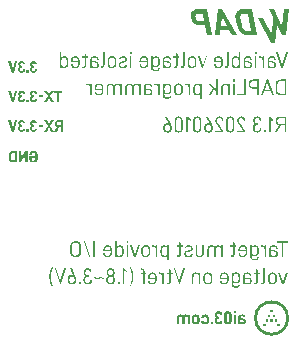
<source format=gbo>
%TF.GenerationSoftware,KiCad,Pcbnew,9.0.6*%
%TF.CreationDate,2026-01-06T10:11:47+09:00*%
%TF.ProjectId,VVDAP,56564441-502e-46b6-9963-61645f706362,rev?*%
%TF.SameCoordinates,Original*%
%TF.FileFunction,Legend,Bot*%
%TF.FilePolarity,Positive*%
%FSLAX46Y46*%
G04 Gerber Fmt 4.6, Leading zero omitted, Abs format (unit mm)*
G04 Created by KiCad (PCBNEW 9.0.6) date 2026-01-06 10:11:47*
%MOMM*%
%LPD*%
G01*
G04 APERTURE LIST*
%ADD10C,0.268000*%
%ADD11C,0.200000*%
%ADD12C,0.281250*%
%ADD13C,0.225000*%
%ADD14C,2.250000*%
%ADD15C,2.200000*%
%ADD16C,1.020000*%
%ADD17C,0.990600*%
%ADD18C,0.650000*%
%ADD19O,1.000000X2.100000*%
%ADD20O,1.000000X1.600000*%
%ADD21C,1.500000*%
G04 APERTURE END LIST*
G36*
X90100000Y-75000000D02*
G01*
X90300000Y-75000000D01*
X90300000Y-75200000D01*
X90100000Y-75200000D01*
X90100000Y-75000000D01*
G37*
G36*
X90900000Y-74200000D02*
G01*
X91100000Y-74200000D01*
X91100000Y-74400000D01*
X90900000Y-74400000D01*
X90900000Y-74200000D01*
G37*
G36*
X90500000Y-74200000D02*
G01*
X90700000Y-74200000D01*
X90700000Y-74400000D01*
X90500000Y-74400000D01*
X90500000Y-74200000D01*
G37*
G36*
X91100000Y-74600000D02*
G01*
X91300000Y-74600000D01*
X91300000Y-74800000D01*
X91100000Y-74800000D01*
X91100000Y-74600000D01*
G37*
D10*
X92166000Y-74500000D02*
G75*
G02*
X89434000Y-74500000I-1366000J0D01*
G01*
X89434000Y-74500000D02*
G75*
G02*
X92166000Y-74500000I1366000J0D01*
G01*
G36*
X91300000Y-75000000D02*
G01*
X91500000Y-75000000D01*
X91500000Y-75200000D01*
X91300000Y-75200000D01*
X91300000Y-75000000D01*
G37*
G36*
X90300000Y-74600000D02*
G01*
X90500000Y-74600000D01*
X90500000Y-74800000D01*
X90300000Y-74800000D01*
X90300000Y-74600000D01*
G37*
G36*
X90700000Y-74600000D02*
G01*
X90900000Y-74600000D01*
X90900000Y-74800000D01*
X90700000Y-74800000D01*
X90700000Y-74600000D01*
G37*
G36*
X90700000Y-73800000D02*
G01*
X90900000Y-73800000D01*
X90900000Y-74000000D01*
X90700000Y-74000000D01*
X90700000Y-73800000D01*
G37*
D11*
G36*
X73121135Y-58715000D02*
G01*
X72936548Y-58715000D01*
X72936548Y-58322623D01*
X72799833Y-58322623D01*
X72616651Y-58715000D01*
X72404710Y-58715000D01*
X72615308Y-58295329D01*
X72583585Y-58281359D01*
X72554894Y-58264426D01*
X72529779Y-58245083D01*
X72507555Y-58223048D01*
X72488119Y-58198243D01*
X72461677Y-58146212D01*
X72447082Y-58083135D01*
X72444399Y-58036920D01*
X72627581Y-58036920D01*
X72629517Y-58064803D01*
X72635255Y-58089890D01*
X72644002Y-58110708D01*
X72655916Y-58128713D01*
X72663119Y-58136693D01*
X72695913Y-58158696D01*
X72740729Y-58169801D01*
X72762953Y-58170887D01*
X72936548Y-58170887D01*
X72936548Y-57908387D01*
X72762953Y-57908387D01*
X72735421Y-57910324D01*
X72711055Y-57916061D01*
X72690743Y-57924840D01*
X72672723Y-57936803D01*
X72664523Y-57943925D01*
X72650017Y-57960359D01*
X72639107Y-57978962D01*
X72628256Y-58021361D01*
X72627581Y-58036920D01*
X72444399Y-58036920D01*
X72446358Y-57997130D01*
X72452254Y-57960049D01*
X72461379Y-57927736D01*
X72474011Y-57897752D01*
X72489565Y-57870979D01*
X72508435Y-57846334D01*
X72527808Y-57826383D01*
X72552956Y-57805735D01*
X72580437Y-57788255D01*
X72642442Y-57762792D01*
X72715953Y-57749851D01*
X72753366Y-57748408D01*
X73121135Y-57748408D01*
X73121135Y-58715000D01*
G37*
G36*
X72057702Y-58211920D02*
G01*
X72358487Y-58715000D01*
X72149293Y-58715000D01*
X71952433Y-58358222D01*
X71758260Y-58715000D01*
X71539540Y-58715000D01*
X71844417Y-58205081D01*
X71570987Y-57748408D01*
X71780181Y-57748408D01*
X71948342Y-58062871D01*
X72119251Y-57748408D01*
X72336627Y-57748408D01*
X72057702Y-58211920D01*
G37*
G36*
X71452468Y-58150371D02*
G01*
X71452468Y-58311693D01*
X71066930Y-58311693D01*
X71066930Y-58150371D01*
X71452468Y-58150371D01*
G37*
G36*
X70847356Y-58665785D02*
G01*
X70797755Y-58698438D01*
X70736482Y-58719799D01*
X70659622Y-58729626D01*
X70636819Y-58730081D01*
X70597533Y-58728107D01*
X70559961Y-58722102D01*
X70526596Y-58712738D01*
X70495116Y-58699645D01*
X70487770Y-58695887D01*
X70459314Y-58678516D01*
X70434113Y-58658351D01*
X70394292Y-58611293D01*
X70386592Y-58598801D01*
X70372435Y-58570517D01*
X70361692Y-58540259D01*
X70350402Y-58472940D01*
X70349711Y-58449813D01*
X70349711Y-58423801D01*
X70351665Y-58385443D01*
X70357527Y-58350257D01*
X70366542Y-58320020D01*
X70378974Y-58292159D01*
X70382501Y-58285743D01*
X70398584Y-58261559D01*
X70417624Y-58240329D01*
X70438592Y-58222939D01*
X70462409Y-58208388D01*
X70478244Y-58200990D01*
X70453658Y-58186074D01*
X70432174Y-58168637D01*
X70397412Y-58125978D01*
X70394835Y-58121673D01*
X70381340Y-58094611D01*
X70371644Y-58065644D01*
X70364732Y-58009565D01*
X70364732Y-57989049D01*
X70366670Y-57953286D01*
X70372415Y-57919952D01*
X70381521Y-57889934D01*
X70394019Y-57862140D01*
X70428632Y-57813322D01*
X70438555Y-57803119D01*
X70485855Y-57768066D01*
X70543522Y-57744966D01*
X70613765Y-57734057D01*
X70638162Y-57733387D01*
X70679906Y-57735335D01*
X70718619Y-57741151D01*
X70752395Y-57750169D01*
X70783399Y-57762576D01*
X70810550Y-57777657D01*
X70835088Y-57795806D01*
X70841861Y-57801775D01*
X70861781Y-57822631D01*
X70878576Y-57845871D01*
X70902852Y-57899469D01*
X70914739Y-57964238D01*
X70915744Y-57991796D01*
X70915744Y-58015000D01*
X70747583Y-58015000D01*
X70747583Y-57991796D01*
X70745654Y-57968364D01*
X70739966Y-57947445D01*
X70720228Y-57916570D01*
X70705780Y-57904926D01*
X70688699Y-57896419D01*
X70646772Y-57889285D01*
X70645001Y-57889275D01*
X70621508Y-57891256D01*
X70600557Y-57897301D01*
X70584362Y-57906172D01*
X70570586Y-57918463D01*
X70569835Y-57919317D01*
X70558181Y-57935803D01*
X70549653Y-57954917D01*
X70542486Y-58001152D01*
X70542480Y-58002726D01*
X70542480Y-58023243D01*
X70544395Y-58048797D01*
X70549983Y-58071432D01*
X70558621Y-58090461D01*
X70570240Y-58106751D01*
X70572583Y-58109338D01*
X70586379Y-58121297D01*
X70602561Y-58130173D01*
X70643366Y-58139104D01*
X70654588Y-58139441D01*
X70702459Y-58139441D01*
X70702459Y-58295329D01*
X70653244Y-58295329D01*
X70625109Y-58297283D01*
X70600648Y-58303145D01*
X70581561Y-58311773D01*
X70565094Y-58323572D01*
X70560249Y-58328119D01*
X70538874Y-58360445D01*
X70528301Y-58405571D01*
X70527459Y-58425205D01*
X70527459Y-58449813D01*
X70529439Y-58478394D01*
X70535484Y-58503875D01*
X70544244Y-58523417D01*
X70556350Y-58540155D01*
X70557501Y-58541404D01*
X70573307Y-58555352D01*
X70591435Y-58565837D01*
X70610839Y-58572391D01*
X70632344Y-58575410D01*
X70639567Y-58575598D01*
X70668438Y-58573615D01*
X70692964Y-58567554D01*
X70722914Y-58549586D01*
X70734960Y-58535722D01*
X70743756Y-58519320D01*
X70751579Y-58478828D01*
X70751674Y-58473016D01*
X70751674Y-58451156D01*
X70922583Y-58451156D01*
X70922583Y-58481259D01*
X70920624Y-58518491D01*
X70914725Y-58552915D01*
X70905673Y-58582416D01*
X70893158Y-58609482D01*
X70877845Y-58633194D01*
X70859289Y-58654652D01*
X70847356Y-58665785D01*
G37*
G36*
X70226735Y-58516796D02*
G01*
X70226735Y-58715000D01*
X70032623Y-58715000D01*
X70032623Y-58516796D01*
X70226735Y-58516796D01*
G37*
G36*
X69842053Y-58665785D02*
G01*
X69792452Y-58698438D01*
X69731178Y-58719799D01*
X69654319Y-58729626D01*
X69631515Y-58730081D01*
X69592229Y-58728107D01*
X69554657Y-58722102D01*
X69521293Y-58712738D01*
X69489813Y-58699645D01*
X69482466Y-58695887D01*
X69454011Y-58678516D01*
X69428809Y-58658351D01*
X69388989Y-58611293D01*
X69381288Y-58598801D01*
X69367131Y-58570517D01*
X69356389Y-58540259D01*
X69345099Y-58472940D01*
X69344408Y-58449813D01*
X69344408Y-58423801D01*
X69346362Y-58385443D01*
X69352224Y-58350257D01*
X69361239Y-58320020D01*
X69373670Y-58292159D01*
X69377197Y-58285743D01*
X69393280Y-58261559D01*
X69412321Y-58240329D01*
X69433289Y-58222939D01*
X69457105Y-58208388D01*
X69472941Y-58200990D01*
X69448355Y-58186074D01*
X69426870Y-58168637D01*
X69392108Y-58125978D01*
X69389532Y-58121673D01*
X69376036Y-58094611D01*
X69366341Y-58065644D01*
X69359429Y-58009565D01*
X69359429Y-57989049D01*
X69361366Y-57953286D01*
X69367111Y-57919952D01*
X69376218Y-57889934D01*
X69388715Y-57862140D01*
X69423328Y-57813322D01*
X69433251Y-57803119D01*
X69480552Y-57768066D01*
X69538218Y-57744966D01*
X69608462Y-57734057D01*
X69632859Y-57733387D01*
X69674603Y-57735335D01*
X69713316Y-57741151D01*
X69747091Y-57750169D01*
X69778095Y-57762576D01*
X69805246Y-57777657D01*
X69829784Y-57795806D01*
X69836557Y-57801775D01*
X69856477Y-57822631D01*
X69873272Y-57845871D01*
X69897548Y-57899469D01*
X69909436Y-57964238D01*
X69910441Y-57991796D01*
X69910441Y-58015000D01*
X69742279Y-58015000D01*
X69742279Y-57991796D01*
X69740350Y-57968364D01*
X69734663Y-57947445D01*
X69714924Y-57916570D01*
X69700477Y-57904926D01*
X69683396Y-57896419D01*
X69641469Y-57889285D01*
X69639697Y-57889275D01*
X69616204Y-57891256D01*
X69595254Y-57897301D01*
X69579058Y-57906172D01*
X69565282Y-57918463D01*
X69564532Y-57919317D01*
X69552877Y-57935803D01*
X69544349Y-57954917D01*
X69537183Y-58001152D01*
X69537176Y-58002726D01*
X69537176Y-58023243D01*
X69539091Y-58048797D01*
X69544680Y-58071432D01*
X69553317Y-58090461D01*
X69564937Y-58106751D01*
X69567279Y-58109338D01*
X69581076Y-58121297D01*
X69597258Y-58130173D01*
X69638062Y-58139104D01*
X69649284Y-58139441D01*
X69697156Y-58139441D01*
X69697156Y-58295329D01*
X69647941Y-58295329D01*
X69619806Y-58297283D01*
X69595344Y-58303145D01*
X69576257Y-58311773D01*
X69559790Y-58323572D01*
X69554945Y-58328119D01*
X69533571Y-58360445D01*
X69522998Y-58405571D01*
X69522156Y-58425205D01*
X69522156Y-58449813D01*
X69524136Y-58478394D01*
X69530181Y-58503875D01*
X69538941Y-58523417D01*
X69551047Y-58540155D01*
X69552197Y-58541404D01*
X69568003Y-58555352D01*
X69586132Y-58565837D01*
X69605535Y-58572391D01*
X69627041Y-58575410D01*
X69634263Y-58575598D01*
X69663134Y-58573615D01*
X69687660Y-58567554D01*
X69717611Y-58549586D01*
X69729656Y-58535722D01*
X69738453Y-58519320D01*
X69746275Y-58478828D01*
X69746370Y-58473016D01*
X69746370Y-58451156D01*
X69917279Y-58451156D01*
X69917279Y-58481259D01*
X69915320Y-58518491D01*
X69909422Y-58552915D01*
X69900369Y-58582416D01*
X69887854Y-58609482D01*
X69872542Y-58633194D01*
X69853986Y-58654652D01*
X69842053Y-58665785D01*
G37*
G36*
X69269303Y-57748408D02*
G01*
X68961679Y-58715000D01*
X68814034Y-58715000D01*
X68505067Y-57748408D01*
X68696432Y-57748408D01*
X68886514Y-58416962D01*
X69077878Y-57748408D01*
X69269303Y-57748408D01*
G37*
G36*
X70995855Y-60941796D02*
G01*
X70993902Y-60997019D01*
X70988044Y-61047934D01*
X70979111Y-61091364D01*
X70966818Y-61131089D01*
X70952214Y-61165030D01*
X70934650Y-61195714D01*
X70915048Y-61222061D01*
X70892732Y-61245426D01*
X70840840Y-61282744D01*
X70777429Y-61308828D01*
X70699894Y-61323397D01*
X70644451Y-61325990D01*
X70595582Y-61324036D01*
X70550402Y-61318171D01*
X70511647Y-61309190D01*
X70476090Y-61296814D01*
X70445389Y-61281972D01*
X70417553Y-61264086D01*
X70393283Y-61243821D01*
X70371709Y-61220686D01*
X70336647Y-61165790D01*
X70311820Y-61097251D01*
X70298041Y-61011913D01*
X70295855Y-60955474D01*
X70295855Y-60790000D01*
X70645855Y-60790000D01*
X70645855Y-60941796D01*
X70474946Y-60941796D01*
X70474946Y-60986920D01*
X70476918Y-61025339D01*
X70482905Y-61059195D01*
X70491459Y-61084780D01*
X70503201Y-61106649D01*
X70513231Y-61119544D01*
X70546025Y-61144218D01*
X70591736Y-61158511D01*
X70636269Y-61161920D01*
X70670117Y-61159945D01*
X70699932Y-61153935D01*
X70722944Y-61145227D01*
X70743125Y-61133223D01*
X70767488Y-61109958D01*
X70791563Y-61067626D01*
X70806818Y-61007300D01*
X70811269Y-60939049D01*
X70811269Y-60729855D01*
X70809351Y-60680933D01*
X70803744Y-60638273D01*
X70795424Y-60604130D01*
X70784285Y-60575128D01*
X70770236Y-60550764D01*
X70756211Y-60534221D01*
X70739558Y-60520701D01*
X70698582Y-60502641D01*
X70643107Y-60496114D01*
X70612081Y-60498056D01*
X70583974Y-60503833D01*
X70560339Y-60512669D01*
X70539401Y-60524753D01*
X70521413Y-60539834D01*
X70506056Y-60557933D01*
X70494203Y-60577920D01*
X70480743Y-60623396D01*
X70479037Y-60649193D01*
X70479037Y-60658780D01*
X70295855Y-60658780D01*
X70295855Y-60649193D01*
X70297818Y-60607132D01*
X70303743Y-60567888D01*
X70312874Y-60533840D01*
X70325535Y-60502195D01*
X70341033Y-60474081D01*
X70359855Y-60448140D01*
X70388790Y-60418140D01*
X70444292Y-60379092D01*
X70509920Y-60352129D01*
X70587773Y-60337306D01*
X70641703Y-60334731D01*
X70690412Y-60336685D01*
X70735507Y-60342547D01*
X70774333Y-60351542D01*
X70810017Y-60363941D01*
X70840960Y-60378845D01*
X70869080Y-60396809D01*
X70893713Y-60417208D01*
X70915683Y-60440499D01*
X70951684Y-60495848D01*
X70977621Y-60564995D01*
X70992721Y-60651076D01*
X70995855Y-60720329D01*
X70995855Y-60941796D01*
G37*
G36*
X69421038Y-60348408D02*
G01*
X69604282Y-60348408D01*
X69604282Y-60954070D01*
X69959716Y-60348408D01*
X70144303Y-60348408D01*
X70144303Y-61315000D01*
X69959716Y-61315000D01*
X69959716Y-60712086D01*
X69604282Y-61315000D01*
X69421038Y-61315000D01*
X69421038Y-60348408D01*
G37*
G36*
X69257213Y-61315000D02*
G01*
X68922233Y-61315000D01*
X68875867Y-61313045D01*
X68832250Y-61307182D01*
X68793559Y-61298028D01*
X68757471Y-61285367D01*
X68725415Y-61269957D01*
X68695867Y-61251331D01*
X68663886Y-61224813D01*
X68625547Y-61177337D01*
X68596540Y-61116024D01*
X68577312Y-61037694D01*
X68569591Y-60938259D01*
X68569547Y-60929462D01*
X68569547Y-60742189D01*
X68752729Y-60742189D01*
X68752729Y-60928119D01*
X68754683Y-60976202D01*
X68760545Y-61018433D01*
X68769006Y-61050961D01*
X68780536Y-61078883D01*
X68793762Y-61100371D01*
X68808614Y-61117210D01*
X68825896Y-61130909D01*
X68867582Y-61149083D01*
X68918142Y-61155081D01*
X69072626Y-61155081D01*
X69072626Y-60508387D01*
X68918142Y-60508387D01*
X68888627Y-60510333D01*
X68862134Y-60516139D01*
X68840168Y-60524958D01*
X68820735Y-60537034D01*
X68793762Y-60564441D01*
X68771164Y-60608146D01*
X68756739Y-60672012D01*
X68752729Y-60742189D01*
X68569547Y-60742189D01*
X68569547Y-60732602D01*
X68571497Y-60676030D01*
X68577329Y-60624335D01*
X68586165Y-60580794D01*
X68598285Y-60541350D01*
X68612580Y-60508127D01*
X68629716Y-60478425D01*
X68662481Y-60438656D01*
X68687953Y-60416498D01*
X68715830Y-60397455D01*
X68778786Y-60368721D01*
X68853355Y-60352196D01*
X68916799Y-60348408D01*
X69257213Y-60348408D01*
X69257213Y-61315000D01*
G37*
G36*
X89556982Y-50533750D02*
G01*
X88819765Y-50533750D01*
X88716825Y-50529353D01*
X88618100Y-50516161D01*
X88526995Y-50495089D01*
X88440137Y-50465823D01*
X88359660Y-50429380D01*
X88283521Y-50385135D01*
X88209082Y-50330829D01*
X88096810Y-50217016D01*
X88000296Y-50068136D01*
X87919742Y-49877477D01*
X87863279Y-49666290D01*
X87771230Y-49223356D01*
X87748685Y-49093222D01*
X87747285Y-49078427D01*
X88154109Y-49078427D01*
X88178857Y-49244926D01*
X88265822Y-49663268D01*
X88293215Y-49773560D01*
X88326725Y-49870132D01*
X88362139Y-49945376D01*
X88402489Y-50009455D01*
X88436594Y-50050836D01*
X88479823Y-50090809D01*
X88527384Y-50122834D01*
X88634265Y-50163340D01*
X88736097Y-50173934D01*
X89075991Y-50173934D01*
X88773466Y-48718872D01*
X88433571Y-48718872D01*
X88369520Y-48723251D01*
X88313925Y-48736313D01*
X88270876Y-48755476D01*
X88234504Y-48781550D01*
X88185863Y-48844993D01*
X88157250Y-48939006D01*
X88154109Y-49078427D01*
X87747285Y-49078427D01*
X87737455Y-48974577D01*
X87736994Y-48876686D01*
X87745745Y-48788088D01*
X87761791Y-48715032D01*
X87785468Y-48649630D01*
X87838138Y-48561977D01*
X87881597Y-48514242D01*
X87931216Y-48472890D01*
X88048997Y-48409316D01*
X88196956Y-48370440D01*
X88355673Y-48358920D01*
X89104842Y-48358920D01*
X89556982Y-50533750D01*
G37*
G36*
X87837313Y-50533750D02*
G01*
X87413064Y-50533750D01*
X87195993Y-50112385D01*
X86464821Y-50112385D01*
X86423056Y-50533750D01*
X85995921Y-50533750D01*
X86102658Y-49767819D01*
X86501503Y-49767819D01*
X87016154Y-49767819D01*
X86586958Y-48934157D01*
X86501503Y-49767819D01*
X86102658Y-49767819D01*
X86298996Y-48358920D01*
X86629960Y-48358920D01*
X87837313Y-50533750D01*
G37*
G36*
X85762913Y-50533750D02*
G01*
X85356661Y-50533750D01*
X85185340Y-49709430D01*
X84794338Y-49709430D01*
X84696513Y-49705045D01*
X84603713Y-49691937D01*
X84518858Y-49671079D01*
X84438580Y-49642221D01*
X84363958Y-49606054D01*
X84293673Y-49562253D01*
X84248088Y-49527942D01*
X84184184Y-49470616D01*
X84127477Y-49407697D01*
X84079034Y-49340698D01*
X84037578Y-49268236D01*
X83975767Y-49106469D01*
X83960950Y-49044891D01*
X83949696Y-48974758D01*
X84354219Y-48974758D01*
X84364318Y-49044891D01*
X84381285Y-49105445D01*
X84405484Y-49159560D01*
X84435996Y-49206590D01*
X84472737Y-49247408D01*
X84494560Y-49266495D01*
X84589650Y-49320497D01*
X84705116Y-49345222D01*
X84739795Y-49346454D01*
X85109777Y-49346454D01*
X84979397Y-48718872D01*
X84609415Y-48718872D01*
X84545236Y-48723267D01*
X84489778Y-48736445D01*
X84448073Y-48755455D01*
X84413499Y-48781349D01*
X84394817Y-48801991D01*
X84361038Y-48874335D01*
X84354219Y-48974758D01*
X83949696Y-48974758D01*
X83945752Y-48950180D01*
X83940815Y-48861961D01*
X83945350Y-48785782D01*
X83958602Y-48715092D01*
X83979212Y-48652959D01*
X84007579Y-48595689D01*
X84043382Y-48543567D01*
X84085314Y-48497876D01*
X84133374Y-48458669D01*
X84247613Y-48399875D01*
X84392423Y-48366095D01*
X84513519Y-48358920D01*
X85310774Y-48358920D01*
X85762913Y-50533750D01*
G37*
G36*
X91335908Y-49058920D02*
G01*
X91111006Y-51233750D01*
X90786086Y-51233750D01*
X89654021Y-49058920D01*
X90075111Y-49058920D01*
X90806145Y-50563165D01*
X90914543Y-49058920D01*
X91335908Y-49058920D01*
G37*
D12*
G36*
X92186902Y-51986562D02*
G01*
X91754516Y-53315625D01*
X91639829Y-53315625D01*
X91207442Y-51986562D01*
X91352187Y-51986562D01*
X91696249Y-53088181D01*
X92040227Y-51986562D01*
X92186902Y-51986562D01*
G37*
G36*
X90869735Y-52329546D02*
G01*
X90922760Y-52337701D01*
X90966802Y-52349965D01*
X91006720Y-52366898D01*
X91059927Y-52402072D01*
X91088685Y-52429873D01*
X91112230Y-52460464D01*
X91129574Y-52491973D01*
X91142057Y-52526069D01*
X91152030Y-52601306D01*
X91152030Y-52610709D01*
X91024161Y-52610709D01*
X91024161Y-52605084D01*
X91021475Y-52572230D01*
X91013421Y-52542595D01*
X91001058Y-52517833D01*
X90984022Y-52495887D01*
X90967825Y-52480993D01*
X90914836Y-52452109D01*
X90841730Y-52437153D01*
X90809899Y-52435908D01*
X90765547Y-52438574D01*
X90726035Y-52446494D01*
X90693733Y-52458419D01*
X90665581Y-52474656D01*
X90646348Y-52490397D01*
X90627097Y-52512375D01*
X90611849Y-52538036D01*
X90593225Y-52601624D01*
X90589928Y-52650170D01*
X90589928Y-52761079D01*
X90853138Y-52761079D01*
X90907979Y-52763741D01*
X90958163Y-52771632D01*
X91001378Y-52783811D01*
X91040277Y-52800438D01*
X91093763Y-52836306D01*
X91119538Y-52862217D01*
X91140910Y-52891416D01*
X91169767Y-52958336D01*
X91180228Y-53038265D01*
X91180240Y-53041164D01*
X91177553Y-53089115D01*
X91169493Y-53132529D01*
X91157289Y-53168683D01*
X91140509Y-53201193D01*
X91095610Y-53253663D01*
X91032658Y-53293907D01*
X90952946Y-53318674D01*
X90856916Y-53326959D01*
X90801721Y-53324272D01*
X90751478Y-53316212D01*
X90697059Y-53298749D01*
X90661324Y-53280216D01*
X90628641Y-53256786D01*
X90586150Y-53212272D01*
X90586150Y-53315625D01*
X90458365Y-53315625D01*
X90458365Y-52984828D01*
X90589928Y-52984828D01*
X90592634Y-53033798D01*
X90600828Y-53077294D01*
X90612742Y-53111101D01*
X90629120Y-53140441D01*
X90648195Y-53163408D01*
X90696729Y-53196743D01*
X90764994Y-53216563D01*
X90836178Y-53221675D01*
X90885198Y-53218985D01*
X90927710Y-53210903D01*
X90959787Y-53199306D01*
X90986880Y-53183501D01*
X91007456Y-53165203D01*
X91023848Y-53143309D01*
X91044109Y-53089000D01*
X91048593Y-53039317D01*
X91045906Y-53001083D01*
X91037844Y-52967268D01*
X91025874Y-52940430D01*
X91009474Y-52917282D01*
X90965338Y-52883151D01*
X90902185Y-52862531D01*
X90834331Y-52856959D01*
X90589928Y-52856959D01*
X90589928Y-52984828D01*
X90458365Y-52984828D01*
X90458365Y-52652101D01*
X90461035Y-52600438D01*
X90468976Y-52553222D01*
X90481198Y-52512777D01*
X90497928Y-52476271D01*
X90518268Y-52444775D01*
X90542649Y-52416936D01*
X90550467Y-52409545D01*
X90614125Y-52366456D01*
X90694716Y-52338603D01*
X90796818Y-52327008D01*
X90811746Y-52326845D01*
X90869735Y-52329546D01*
G37*
G36*
X90171898Y-52340027D02*
G01*
X90171898Y-53315625D01*
X90042183Y-53315625D01*
X90042183Y-52697186D01*
X90039525Y-52654142D01*
X90031665Y-52614876D01*
X90019328Y-52580351D01*
X90002473Y-52548840D01*
X89978290Y-52516676D01*
X89953956Y-52493067D01*
X89926964Y-52474415D01*
X89866237Y-52451887D01*
X89816670Y-52447158D01*
X89735673Y-52456966D01*
X89717011Y-52462187D01*
X89717011Y-52332471D01*
X89786529Y-52326845D01*
X89831760Y-52329576D01*
X89874921Y-52337939D01*
X89936983Y-52362528D01*
X89970938Y-52384156D01*
X90000919Y-52410377D01*
X90044114Y-52469743D01*
X90044114Y-52340027D01*
X90171898Y-52340027D01*
G37*
G36*
X89520717Y-52340027D02*
G01*
X89520717Y-53315625D01*
X89389070Y-53315625D01*
X89389070Y-52340027D01*
X89520717Y-52340027D01*
G37*
G36*
X89524411Y-51986562D02*
G01*
X89524411Y-52159516D01*
X89385375Y-52159516D01*
X89385375Y-51986562D01*
X89524411Y-51986562D01*
G37*
G36*
X88839954Y-52329546D02*
G01*
X88892979Y-52337701D01*
X88937022Y-52349965D01*
X88976940Y-52366898D01*
X89030147Y-52402072D01*
X89058904Y-52429873D01*
X89082450Y-52460464D01*
X89099794Y-52491973D01*
X89112277Y-52526069D01*
X89122250Y-52601306D01*
X89122250Y-52610709D01*
X88994381Y-52610709D01*
X88994381Y-52605084D01*
X88991695Y-52572230D01*
X88983641Y-52542595D01*
X88971278Y-52517833D01*
X88954241Y-52495887D01*
X88938045Y-52480993D01*
X88885056Y-52452109D01*
X88811950Y-52437153D01*
X88780119Y-52435908D01*
X88735767Y-52438574D01*
X88696255Y-52446494D01*
X88663953Y-52458419D01*
X88635800Y-52474656D01*
X88616568Y-52490397D01*
X88597317Y-52512375D01*
X88582069Y-52538036D01*
X88563445Y-52601624D01*
X88560148Y-52650170D01*
X88560148Y-52761079D01*
X88823357Y-52761079D01*
X88878199Y-52763741D01*
X88928382Y-52771632D01*
X88971597Y-52783811D01*
X89010497Y-52800438D01*
X89063982Y-52836306D01*
X89089758Y-52862217D01*
X89111130Y-52891416D01*
X89139987Y-52958336D01*
X89150448Y-53038265D01*
X89150460Y-53041164D01*
X89147773Y-53089115D01*
X89139713Y-53132529D01*
X89127509Y-53168683D01*
X89110729Y-53201193D01*
X89065829Y-53253663D01*
X89002878Y-53293907D01*
X88923166Y-53318674D01*
X88827136Y-53326959D01*
X88771941Y-53324272D01*
X88721698Y-53316212D01*
X88667279Y-53298749D01*
X88631544Y-53280216D01*
X88598861Y-53256786D01*
X88556369Y-53212272D01*
X88556369Y-53315625D01*
X88428585Y-53315625D01*
X88428585Y-52984828D01*
X88560148Y-52984828D01*
X88562853Y-53033798D01*
X88571048Y-53077294D01*
X88582962Y-53111101D01*
X88599340Y-53140441D01*
X88618415Y-53163408D01*
X88666948Y-53196743D01*
X88735214Y-53216563D01*
X88806398Y-53221675D01*
X88855418Y-53218985D01*
X88897930Y-53210903D01*
X88930007Y-53199306D01*
X88957100Y-53183501D01*
X88977676Y-53165203D01*
X88994068Y-53143309D01*
X89014329Y-53089000D01*
X89018813Y-53039317D01*
X89016126Y-53001083D01*
X89008064Y-52967268D01*
X88996094Y-52940430D01*
X88979694Y-52917282D01*
X88935558Y-52883151D01*
X88872405Y-52862531D01*
X88804551Y-52856959D01*
X88560148Y-52856959D01*
X88560148Y-52984828D01*
X88428585Y-52984828D01*
X88428585Y-52652101D01*
X88431254Y-52600438D01*
X88439195Y-52553222D01*
X88451417Y-52512777D01*
X88468148Y-52476271D01*
X88488488Y-52444775D01*
X88512869Y-52416936D01*
X88520687Y-52409545D01*
X88584345Y-52366456D01*
X88664936Y-52338603D01*
X88767037Y-52327008D01*
X88781966Y-52326845D01*
X88839954Y-52329546D01*
G37*
G36*
X88142118Y-53315625D02*
G01*
X88012402Y-53315625D01*
X88012402Y-53185993D01*
X87989395Y-53220306D01*
X87962944Y-53249844D01*
X87934309Y-53273707D01*
X87902499Y-53293166D01*
X87829334Y-53318871D01*
X87747346Y-53326959D01*
X87701895Y-53324288D01*
X87659136Y-53316342D01*
X87620133Y-53303648D01*
X87583670Y-53286146D01*
X87518265Y-53236986D01*
X87510499Y-53229231D01*
X87467182Y-53169205D01*
X87436696Y-53089398D01*
X87420319Y-52984285D01*
X87418396Y-52926561D01*
X87418396Y-52734800D01*
X87549959Y-52734800D01*
X87549959Y-52919005D01*
X87552643Y-52979660D01*
X87560684Y-53033285D01*
X87572422Y-53075337D01*
X87588435Y-53111723D01*
X87606769Y-53139976D01*
X87628646Y-53163489D01*
X87652830Y-53181509D01*
X87680227Y-53195193D01*
X87745661Y-53209600D01*
X87768083Y-53210425D01*
X87808484Y-53207748D01*
X87845313Y-53199761D01*
X87876722Y-53187442D01*
X87904954Y-53170522D01*
X87948510Y-53127641D01*
X87970302Y-53094465D01*
X87987732Y-53057860D01*
X88008764Y-52975018D01*
X88012402Y-52917158D01*
X88012402Y-52746050D01*
X88009732Y-52691891D01*
X88001789Y-52642244D01*
X87989569Y-52599683D01*
X87972840Y-52561300D01*
X87952288Y-52528010D01*
X87930428Y-52502384D01*
X87905222Y-52481432D01*
X87847184Y-52454473D01*
X87775556Y-52445311D01*
X87734438Y-52447994D01*
X87697452Y-52456032D01*
X87666991Y-52468180D01*
X87640049Y-52484854D01*
X87597846Y-52530009D01*
X87568242Y-52593992D01*
X87552012Y-52682496D01*
X87549959Y-52734800D01*
X87418396Y-52734800D01*
X87418396Y-52727243D01*
X87421074Y-52661242D01*
X87429071Y-52601072D01*
X87441165Y-52550720D01*
X87457726Y-52505633D01*
X87477072Y-52468587D01*
X87500198Y-52436297D01*
X87512430Y-52422726D01*
X87542778Y-52395276D01*
X87576046Y-52372442D01*
X87650674Y-52340714D01*
X87737962Y-52327233D01*
X87756749Y-52326845D01*
X87803117Y-52329619D01*
X87846538Y-52338286D01*
X87907202Y-52364459D01*
X87938954Y-52386918D01*
X87967535Y-52413843D01*
X88012402Y-52477215D01*
X88012402Y-51986562D01*
X88142118Y-51986562D01*
X88142118Y-53315625D01*
G37*
G36*
X87099522Y-53249885D02*
G01*
X87074975Y-53271606D01*
X87046866Y-53289062D01*
X86980549Y-53310711D01*
X86920858Y-53315625D01*
X86828756Y-53315625D01*
X86828756Y-53197243D01*
X86907761Y-53197243D01*
X86939230Y-53194623D01*
X86965892Y-53187032D01*
X86985980Y-53176026D01*
X87001710Y-53161477D01*
X87023804Y-53117521D01*
X87031767Y-53052499D01*
X87031767Y-51986562D01*
X87161483Y-51986562D01*
X87161483Y-53059971D01*
X87158797Y-53109212D01*
X87150737Y-53153443D01*
X87138720Y-53189287D01*
X87122246Y-53220824D01*
X87099522Y-53249885D01*
G37*
G36*
X86351311Y-52329549D02*
G01*
X86401716Y-52337731D01*
X86445322Y-52350324D01*
X86485798Y-52367813D01*
X86521530Y-52389188D01*
X86554325Y-52415188D01*
X86566218Y-52426504D01*
X86613931Y-52489414D01*
X86647895Y-52570521D01*
X86666718Y-52672989D01*
X86669571Y-52738578D01*
X86669571Y-52907754D01*
X86666899Y-52972933D01*
X86658941Y-53032657D01*
X86646770Y-53083577D01*
X86630110Y-53129549D01*
X86610370Y-53168268D01*
X86586770Y-53202461D01*
X86566218Y-53225453D01*
X86534274Y-53253591D01*
X86499251Y-53277172D01*
X86420861Y-53310364D01*
X86327774Y-53325913D01*
X86293604Y-53326959D01*
X86236482Y-53324283D01*
X86183721Y-53316300D01*
X86138004Y-53303963D01*
X86096272Y-53287017D01*
X86030395Y-53244260D01*
X86002671Y-53217068D01*
X85979664Y-53186962D01*
X85948016Y-53119198D01*
X85934835Y-53039806D01*
X85934514Y-53024289D01*
X85934514Y-53014885D01*
X86062383Y-53014885D01*
X86062383Y-53020510D01*
X86065089Y-53057028D01*
X86073283Y-53090211D01*
X86085675Y-53117527D01*
X86102838Y-53141863D01*
X86120650Y-53159630D01*
X86174891Y-53191986D01*
X86245842Y-53208552D01*
X86284201Y-53210425D01*
X86329340Y-53207739D01*
X86370465Y-53199683D01*
X86405043Y-53187405D01*
X86436162Y-53170507D01*
X86470337Y-53142754D01*
X86505846Y-53091790D01*
X86528976Y-53019010D01*
X86538008Y-52911532D01*
X86538008Y-52853181D01*
X85927042Y-52853181D01*
X85927042Y-52738578D01*
X85927741Y-52721618D01*
X86058605Y-52721618D01*
X86058605Y-52755454D01*
X86538008Y-52755454D01*
X86538008Y-52734800D01*
X86535336Y-52674596D01*
X86527383Y-52621988D01*
X86515832Y-52581268D01*
X86500173Y-52546664D01*
X86472184Y-52509203D01*
X86446863Y-52487670D01*
X86418506Y-52470628D01*
X86352246Y-52449657D01*
X86297383Y-52445311D01*
X86252784Y-52447998D01*
X86212774Y-52456064D01*
X86179756Y-52468237D01*
X86150126Y-52484969D01*
X86122497Y-52507356D01*
X86088782Y-52554371D01*
X86066774Y-52623425D01*
X86058605Y-52721618D01*
X85927741Y-52721618D01*
X85929728Y-52673381D01*
X85937788Y-52613655D01*
X85949990Y-52563487D01*
X85966766Y-52518137D01*
X85986553Y-52480217D01*
X86010327Y-52446624D01*
X86028548Y-52426504D01*
X86059945Y-52398889D01*
X86094250Y-52375856D01*
X86171669Y-52343187D01*
X86263819Y-52327865D01*
X86297383Y-52326845D01*
X86351311Y-52329549D01*
G37*
G36*
X85372412Y-52340027D02*
G01*
X85034059Y-53315625D01*
X84917441Y-53315625D01*
X84581019Y-52340027D01*
X84721986Y-52340027D01*
X84975792Y-53123947D01*
X85229515Y-52340027D01*
X85372412Y-52340027D01*
G37*
G36*
X84121880Y-52329532D02*
G01*
X84173353Y-52337589D01*
X84218040Y-52350041D01*
X84259244Y-52367224D01*
X84295760Y-52388300D01*
X84329108Y-52413782D01*
X84338967Y-52422726D01*
X84386641Y-52482587D01*
X84420401Y-52560358D01*
X84439281Y-52659943D01*
X84442320Y-52727243D01*
X84442320Y-52926561D01*
X84439648Y-52989848D01*
X84431691Y-53047471D01*
X84419582Y-53096114D01*
X84403023Y-53139829D01*
X84383366Y-53176585D01*
X84359865Y-53208947D01*
X84338967Y-53231078D01*
X84306512Y-53258020D01*
X84270881Y-53280531D01*
X84190401Y-53312132D01*
X84093967Y-53326319D01*
X84066354Y-53326959D01*
X84012425Y-53324273D01*
X83962020Y-53316215D01*
X83917664Y-53303664D01*
X83876551Y-53286317D01*
X83839955Y-53265008D01*
X83806469Y-53239228D01*
X83797519Y-53231078D01*
X83750680Y-53172075D01*
X83717629Y-53095127D01*
X83699068Y-52995569D01*
X83696013Y-52926561D01*
X83696013Y-52734800D01*
X83827576Y-52734800D01*
X83827576Y-52919005D01*
X83830279Y-52981659D01*
X83838449Y-53036042D01*
X83849987Y-53076371D01*
X83865740Y-53110517D01*
X83891552Y-53144601D01*
X83917591Y-53166827D01*
X83946830Y-53184577D01*
X84014011Y-53206188D01*
X84066354Y-53210425D01*
X84109482Y-53207753D01*
X84148931Y-53199800D01*
X84182760Y-53187510D01*
X84213157Y-53170660D01*
X84244934Y-53144601D01*
X84279153Y-53095128D01*
X84302056Y-53022352D01*
X84310757Y-52919005D01*
X84310757Y-52734800D01*
X84308086Y-52674596D01*
X84300132Y-52621988D01*
X84288582Y-52581268D01*
X84272922Y-52546664D01*
X84244934Y-52509203D01*
X84192037Y-52471335D01*
X84125209Y-52450081D01*
X84066354Y-52445311D01*
X84022521Y-52448015D01*
X83982599Y-52456197D01*
X83949567Y-52468538D01*
X83919795Y-52485611D01*
X83891552Y-52509203D01*
X83858226Y-52557675D01*
X83836098Y-52629446D01*
X83827576Y-52734800D01*
X83696013Y-52734800D01*
X83696013Y-52727243D01*
X83698700Y-52662330D01*
X83706760Y-52603390D01*
X83718859Y-52554641D01*
X83735466Y-52510904D01*
X83755005Y-52474653D01*
X83778461Y-52442755D01*
X83797519Y-52422726D01*
X83829961Y-52395784D01*
X83865498Y-52373273D01*
X83945842Y-52341513D01*
X84041046Y-52327417D01*
X84066354Y-52326845D01*
X84121880Y-52329532D01*
G37*
G36*
X83377139Y-53249885D02*
G01*
X83352592Y-53271606D01*
X83324483Y-53289062D01*
X83258165Y-53310711D01*
X83198475Y-53315625D01*
X83106373Y-53315625D01*
X83106373Y-53197243D01*
X83185378Y-53197243D01*
X83216847Y-53194623D01*
X83243509Y-53187032D01*
X83263597Y-53176026D01*
X83279327Y-53161477D01*
X83301421Y-53117521D01*
X83309384Y-53052499D01*
X83309384Y-51986562D01*
X83439100Y-51986562D01*
X83439100Y-53059971D01*
X83436413Y-53109212D01*
X83428353Y-53153443D01*
X83416337Y-53189287D01*
X83399863Y-53220824D01*
X83377139Y-53249885D01*
G37*
G36*
X82710341Y-52443380D02*
G01*
X82490369Y-52443380D01*
X82490369Y-52340027D01*
X82710341Y-52340027D01*
X82710341Y-52054232D01*
X82841904Y-52116278D01*
X82841904Y-52340027D01*
X82994204Y-52340027D01*
X82994204Y-52443380D01*
X82841904Y-52443380D01*
X82841904Y-53073152D01*
X82839216Y-53118164D01*
X82831151Y-53159149D01*
X82818905Y-53193377D01*
X82802055Y-53224005D01*
X82779858Y-53251732D01*
X82756006Y-53272821D01*
X82728884Y-53289621D01*
X82663983Y-53310773D01*
X82605057Y-53315625D01*
X82507329Y-53315625D01*
X82507329Y-53201021D01*
X82584403Y-53201021D01*
X82616979Y-53198340D01*
X82644798Y-53190319D01*
X82665538Y-53178693D01*
X82682401Y-53162871D01*
X82703925Y-53120181D01*
X82710341Y-53067527D01*
X82710341Y-52443380D01*
G37*
G36*
X82005063Y-52329546D02*
G01*
X82058088Y-52337701D01*
X82102130Y-52349965D01*
X82142048Y-52366898D01*
X82195255Y-52402072D01*
X82224013Y-52429873D01*
X82247558Y-52460464D01*
X82264902Y-52491973D01*
X82277385Y-52526069D01*
X82287358Y-52601306D01*
X82287358Y-52610709D01*
X82159489Y-52610709D01*
X82159489Y-52605084D01*
X82156803Y-52572230D01*
X82148749Y-52542595D01*
X82136386Y-52517833D01*
X82119350Y-52495887D01*
X82103153Y-52480993D01*
X82050164Y-52452109D01*
X81977058Y-52437153D01*
X81945227Y-52435908D01*
X81900875Y-52438574D01*
X81861363Y-52446494D01*
X81829061Y-52458419D01*
X81800909Y-52474656D01*
X81781676Y-52490397D01*
X81762425Y-52512375D01*
X81747177Y-52538036D01*
X81728553Y-52601624D01*
X81725256Y-52650170D01*
X81725256Y-52761079D01*
X81988466Y-52761079D01*
X82043307Y-52763741D01*
X82093491Y-52771632D01*
X82136706Y-52783811D01*
X82175605Y-52800438D01*
X82229091Y-52836306D01*
X82254866Y-52862217D01*
X82276238Y-52891416D01*
X82305095Y-52958336D01*
X82315556Y-53038265D01*
X82315568Y-53041164D01*
X82312881Y-53089115D01*
X82304821Y-53132529D01*
X82292617Y-53168683D01*
X82275837Y-53201193D01*
X82230938Y-53253663D01*
X82167986Y-53293907D01*
X82088274Y-53318674D01*
X81992244Y-53326959D01*
X81937049Y-53324272D01*
X81886806Y-53316212D01*
X81832387Y-53298749D01*
X81796652Y-53280216D01*
X81763969Y-53256786D01*
X81721478Y-53212272D01*
X81721478Y-53315625D01*
X81593693Y-53315625D01*
X81593693Y-52984828D01*
X81725256Y-52984828D01*
X81727962Y-53033798D01*
X81736156Y-53077294D01*
X81748070Y-53111101D01*
X81764448Y-53140441D01*
X81783523Y-53163408D01*
X81832057Y-53196743D01*
X81900322Y-53216563D01*
X81971506Y-53221675D01*
X82020526Y-53218985D01*
X82063038Y-53210903D01*
X82095115Y-53199306D01*
X82122208Y-53183501D01*
X82142784Y-53165203D01*
X82159176Y-53143309D01*
X82179437Y-53089000D01*
X82183921Y-53039317D01*
X82181234Y-53001083D01*
X82173172Y-52967268D01*
X82161202Y-52940430D01*
X82144802Y-52917282D01*
X82100666Y-52883151D01*
X82037513Y-52862531D01*
X81969659Y-52856959D01*
X81725256Y-52856959D01*
X81725256Y-52984828D01*
X81593693Y-52984828D01*
X81593693Y-52652101D01*
X81596362Y-52600438D01*
X81604304Y-52553222D01*
X81616526Y-52512777D01*
X81633256Y-52476271D01*
X81653596Y-52444775D01*
X81677977Y-52416936D01*
X81685795Y-52409545D01*
X81749453Y-52366456D01*
X81830044Y-52338603D01*
X81932145Y-52327008D01*
X81947074Y-52326845D01*
X82005063Y-52329546D01*
G37*
G36*
X81054039Y-52323908D02*
G01*
X81098488Y-52331973D01*
X81137853Y-52344609D01*
X81174509Y-52362098D01*
X81238945Y-52410752D01*
X81245265Y-52417101D01*
X81289410Y-52478063D01*
X81320631Y-52558833D01*
X81337321Y-52663959D01*
X81339215Y-52719771D01*
X81339215Y-52853181D01*
X81336537Y-52919999D01*
X81328543Y-52980715D01*
X81316487Y-53031274D01*
X81299989Y-53076450D01*
X81280726Y-53113513D01*
X81257705Y-53145789D01*
X81245265Y-53159630D01*
X81213905Y-53188067D01*
X81179897Y-53211518D01*
X81105890Y-53242920D01*
X81020824Y-53255326D01*
X81008334Y-53255510D01*
X80958395Y-53252780D01*
X80913088Y-53244417D01*
X80850408Y-53219828D01*
X80819498Y-53199988D01*
X80792252Y-53176183D01*
X80746755Y-53115352D01*
X80745208Y-53112613D01*
X80745208Y-53249885D01*
X80747893Y-53302181D01*
X80755936Y-53348468D01*
X80767749Y-53385011D01*
X80783885Y-53416703D01*
X80802745Y-53441815D01*
X80825319Y-53462753D01*
X80880490Y-53491776D01*
X80953236Y-53504961D01*
X80974499Y-53505539D01*
X81020364Y-53502853D01*
X81061060Y-53494804D01*
X81093753Y-53482835D01*
X81122496Y-53466444D01*
X81123022Y-53466078D01*
X81150677Y-53443218D01*
X81171801Y-53417198D01*
X81183676Y-53393274D01*
X81190437Y-53366433D01*
X81190692Y-53364572D01*
X81320408Y-53364572D01*
X81314904Y-53404168D01*
X81304315Y-53440523D01*
X81289353Y-53472657D01*
X81269774Y-53502098D01*
X81220749Y-53550624D01*
X81154219Y-53589132D01*
X81069603Y-53612858D01*
X80974499Y-53620226D01*
X80920608Y-53617539D01*
X80870855Y-53609479D01*
X80828012Y-53597075D01*
X80788705Y-53579968D01*
X80754124Y-53559027D01*
X80722754Y-53533717D01*
X80707595Y-53518720D01*
X80660456Y-53453280D01*
X80629368Y-53373186D01*
X80614534Y-53274552D01*
X80613562Y-53238551D01*
X80613562Y-52738578D01*
X80745208Y-52738578D01*
X80745208Y-52843778D01*
X80747896Y-52895828D01*
X80755961Y-52943868D01*
X80768335Y-52984973D01*
X80785394Y-53022421D01*
X80807254Y-53056277D01*
X80829543Y-53081230D01*
X80855042Y-53101514D01*
X80914213Y-53127856D01*
X80989528Y-53137045D01*
X81028649Y-53134360D01*
X81063923Y-53126311D01*
X81093110Y-53114100D01*
X81118974Y-53097316D01*
X81159795Y-53051460D01*
X81188551Y-52985788D01*
X81204048Y-52894217D01*
X81205721Y-52845709D01*
X81205721Y-52729175D01*
X81203036Y-52669172D01*
X81194992Y-52616045D01*
X81183229Y-52574253D01*
X81167174Y-52538015D01*
X81148734Y-52509731D01*
X81126718Y-52486113D01*
X81074607Y-52453932D01*
X81008291Y-52438835D01*
X80982055Y-52437755D01*
X80941789Y-52440430D01*
X80905408Y-52448414D01*
X80874819Y-52460636D01*
X80847521Y-52477397D01*
X80805323Y-52520454D01*
X80769362Y-52588567D01*
X80749003Y-52674487D01*
X80745208Y-52738578D01*
X80613562Y-52738578D01*
X80613562Y-52332471D01*
X80745208Y-52332471D01*
X80745208Y-52467812D01*
X80767732Y-52432223D01*
X80793520Y-52401707D01*
X80821381Y-52377065D01*
X80852181Y-52356996D01*
X80922594Y-52330298D01*
X81006487Y-52321220D01*
X81054039Y-52323908D01*
G37*
G36*
X80038977Y-52329549D02*
G01*
X80089382Y-52337731D01*
X80132987Y-52350324D01*
X80173464Y-52367813D01*
X80209196Y-52389188D01*
X80241990Y-52415188D01*
X80253883Y-52426504D01*
X80301596Y-52489414D01*
X80335561Y-52570521D01*
X80354384Y-52672989D01*
X80357236Y-52738578D01*
X80357236Y-52907754D01*
X80354564Y-52972933D01*
X80346607Y-53032657D01*
X80334436Y-53083577D01*
X80317775Y-53129549D01*
X80298035Y-53168268D01*
X80274435Y-53202461D01*
X80253883Y-53225453D01*
X80221940Y-53253591D01*
X80186917Y-53277172D01*
X80108527Y-53310364D01*
X80015440Y-53325913D01*
X79981270Y-53326959D01*
X79924148Y-53324283D01*
X79871387Y-53316300D01*
X79825670Y-53303963D01*
X79783938Y-53287017D01*
X79718060Y-53244260D01*
X79690337Y-53217068D01*
X79667330Y-53186962D01*
X79635681Y-53119198D01*
X79622501Y-53039806D01*
X79622180Y-53024289D01*
X79622180Y-53014885D01*
X79750049Y-53014885D01*
X79750049Y-53020510D01*
X79752754Y-53057028D01*
X79760949Y-53090211D01*
X79773341Y-53117527D01*
X79790504Y-53141863D01*
X79808316Y-53159630D01*
X79862557Y-53191986D01*
X79933507Y-53208552D01*
X79971867Y-53210425D01*
X80017006Y-53207739D01*
X80058130Y-53199683D01*
X80092709Y-53187405D01*
X80123828Y-53170507D01*
X80158003Y-53142754D01*
X80193512Y-53091790D01*
X80216642Y-53019010D01*
X80225673Y-52911532D01*
X80225673Y-52853181D01*
X79614707Y-52853181D01*
X79614707Y-52738578D01*
X79615406Y-52721618D01*
X79746270Y-52721618D01*
X79746270Y-52755454D01*
X80225673Y-52755454D01*
X80225673Y-52734800D01*
X80223002Y-52674596D01*
X80215049Y-52621988D01*
X80203498Y-52581268D01*
X80187838Y-52546664D01*
X80159850Y-52509203D01*
X80134529Y-52487670D01*
X80106172Y-52470628D01*
X80039912Y-52449657D01*
X79985048Y-52445311D01*
X79940450Y-52447998D01*
X79900440Y-52456064D01*
X79867422Y-52468237D01*
X79837792Y-52484969D01*
X79810163Y-52507356D01*
X79776448Y-52554371D01*
X79754439Y-52623425D01*
X79746270Y-52721618D01*
X79615406Y-52721618D01*
X79617394Y-52673381D01*
X79625454Y-52613655D01*
X79637656Y-52563487D01*
X79654432Y-52518137D01*
X79674219Y-52480217D01*
X79697992Y-52446624D01*
X79716213Y-52426504D01*
X79747610Y-52398889D01*
X79781916Y-52375856D01*
X79859335Y-52343187D01*
X79951485Y-52327865D01*
X79985048Y-52326845D01*
X80038977Y-52329549D01*
G37*
G36*
X78937918Y-52340027D02*
G01*
X78937918Y-53315625D01*
X78806271Y-53315625D01*
X78806271Y-52340027D01*
X78937918Y-52340027D01*
G37*
G36*
X78941612Y-51986562D02*
G01*
X78941612Y-52159516D01*
X78802577Y-52159516D01*
X78802577Y-51986562D01*
X78941612Y-51986562D01*
G37*
G36*
X78471781Y-53249885D02*
G01*
X78401470Y-53291950D01*
X78314925Y-53318153D01*
X78214196Y-53326959D01*
X78152799Y-53324259D01*
X78096116Y-53316104D01*
X78048394Y-53303757D01*
X78004884Y-53286690D01*
X77947292Y-53251732D01*
X77918523Y-53226171D01*
X77894578Y-53197513D01*
X77876074Y-53166897D01*
X77862150Y-53133396D01*
X77848164Y-53057129D01*
X77847633Y-53037470D01*
X77850319Y-52993649D01*
X77858375Y-52954210D01*
X77870530Y-52921708D01*
X77887227Y-52892769D01*
X77915304Y-52860737D01*
X77974398Y-52820905D01*
X78063824Y-52787373D01*
X78127719Y-52772413D01*
X78255588Y-52749828D01*
X78305226Y-52739073D01*
X78346502Y-52724085D01*
X78385303Y-52699033D01*
X78402524Y-52679294D01*
X78414846Y-52656404D01*
X78424742Y-52602467D01*
X78424764Y-52599459D01*
X78422077Y-52567805D01*
X78414017Y-52539269D01*
X78384381Y-52493706D01*
X78368344Y-52479146D01*
X78315470Y-52450258D01*
X78242115Y-52435295D01*
X78208571Y-52433977D01*
X78160335Y-52436664D01*
X78117457Y-52444733D01*
X78083365Y-52456643D01*
X78053661Y-52472950D01*
X78045020Y-52479146D01*
X78022724Y-52499511D01*
X78005874Y-52522513D01*
X77988512Y-52573669D01*
X77986753Y-52599459D01*
X77986753Y-52605084D01*
X77858884Y-52605084D01*
X77858884Y-52593750D01*
X77861570Y-52555252D01*
X77869627Y-52519063D01*
X77882399Y-52486625D01*
X77900106Y-52456505D01*
X77950015Y-52403851D01*
X77954764Y-52400141D01*
X78025174Y-52359836D01*
X78112869Y-52334868D01*
X78212349Y-52326845D01*
X78267876Y-52329546D01*
X78319768Y-52337701D01*
X78364364Y-52350206D01*
X78405319Y-52367536D01*
X78458599Y-52402072D01*
X78487143Y-52428879D01*
X78510611Y-52458520D01*
X78528302Y-52489619D01*
X78541223Y-52523325D01*
X78552570Y-52598636D01*
X78552633Y-52605084D01*
X78549961Y-52647960D01*
X78542008Y-52686741D01*
X78529876Y-52719205D01*
X78513283Y-52747923D01*
X78486809Y-52778038D01*
X78427828Y-52817309D01*
X78338523Y-52849569D01*
X78278172Y-52862585D01*
X78157860Y-52885169D01*
X78101230Y-52897863D01*
X78055621Y-52914117D01*
X78018741Y-52935964D01*
X77988723Y-52973711D01*
X77974307Y-53027696D01*
X77973571Y-53044942D01*
X77976228Y-53075982D01*
X77984079Y-53103960D01*
X78013316Y-53149724D01*
X78037547Y-53170880D01*
X78096403Y-53200438D01*
X78175322Y-53214940D01*
X78208571Y-53216050D01*
X78258207Y-53213335D01*
X78302463Y-53205078D01*
X78337028Y-53193061D01*
X78367396Y-53176484D01*
X78377747Y-53169033D01*
X78401210Y-53147468D01*
X78419122Y-53123183D01*
X78430756Y-53098090D01*
X78437643Y-53070298D01*
X78439793Y-53041164D01*
X78439793Y-53033692D01*
X78567661Y-53033692D01*
X78567661Y-53043095D01*
X78564975Y-53085071D01*
X78556918Y-53124149D01*
X78544313Y-53158493D01*
X78526880Y-53190142D01*
X78478414Y-53244448D01*
X78471781Y-53249885D01*
G37*
G36*
X77336691Y-52329532D02*
G01*
X77388165Y-52337589D01*
X77432852Y-52350041D01*
X77474055Y-52367224D01*
X77510572Y-52388300D01*
X77543919Y-52413782D01*
X77553779Y-52422726D01*
X77601453Y-52482587D01*
X77635213Y-52560358D01*
X77654093Y-52659943D01*
X77657132Y-52727243D01*
X77657132Y-52926561D01*
X77654460Y-52989848D01*
X77646502Y-53047471D01*
X77634394Y-53096114D01*
X77617835Y-53139829D01*
X77598178Y-53176585D01*
X77574676Y-53208947D01*
X77553779Y-53231078D01*
X77521323Y-53258020D01*
X77485693Y-53280531D01*
X77405213Y-53312132D01*
X77308779Y-53326319D01*
X77281166Y-53326959D01*
X77227237Y-53324273D01*
X77176832Y-53316215D01*
X77132476Y-53303664D01*
X77091362Y-53286317D01*
X77054766Y-53265008D01*
X77021281Y-53239228D01*
X77012330Y-53231078D01*
X76965492Y-53172075D01*
X76932440Y-53095127D01*
X76913880Y-52995569D01*
X76910825Y-52926561D01*
X76910825Y-52734800D01*
X77042388Y-52734800D01*
X77042388Y-52919005D01*
X77045090Y-52981659D01*
X77053261Y-53036042D01*
X77064799Y-53076371D01*
X77080552Y-53110517D01*
X77106364Y-53144601D01*
X77132403Y-53166827D01*
X77161642Y-53184577D01*
X77228823Y-53206188D01*
X77281166Y-53210425D01*
X77324294Y-53207753D01*
X77363743Y-53199800D01*
X77397571Y-53187510D01*
X77427968Y-53170660D01*
X77459745Y-53144601D01*
X77493965Y-53095128D01*
X77516867Y-53022352D01*
X77525569Y-52919005D01*
X77525569Y-52734800D01*
X77522897Y-52674596D01*
X77514944Y-52621988D01*
X77503393Y-52581268D01*
X77487734Y-52546664D01*
X77459745Y-52509203D01*
X77406849Y-52471335D01*
X77340020Y-52450081D01*
X77281166Y-52445311D01*
X77237333Y-52448015D01*
X77197410Y-52456197D01*
X77164379Y-52468538D01*
X77134606Y-52485611D01*
X77106364Y-52509203D01*
X77073038Y-52557675D01*
X77050909Y-52629446D01*
X77042388Y-52734800D01*
X76910825Y-52734800D01*
X76910825Y-52727243D01*
X76913511Y-52662330D01*
X76921571Y-52603390D01*
X76933670Y-52554641D01*
X76950278Y-52510904D01*
X76969817Y-52474653D01*
X76993272Y-52442755D01*
X77012330Y-52422726D01*
X77044773Y-52395784D01*
X77080310Y-52373273D01*
X77160653Y-52341513D01*
X77255857Y-52327417D01*
X77281166Y-52326845D01*
X77336691Y-52329532D01*
G37*
G36*
X76591950Y-53249885D02*
G01*
X76567403Y-53271606D01*
X76539295Y-53289062D01*
X76472977Y-53310711D01*
X76413287Y-53315625D01*
X76321184Y-53315625D01*
X76321184Y-53197243D01*
X76400189Y-53197243D01*
X76431659Y-53194623D01*
X76458321Y-53187032D01*
X76478408Y-53176026D01*
X76494139Y-53161477D01*
X76516233Y-53117521D01*
X76524196Y-53052499D01*
X76524196Y-51986562D01*
X76653912Y-51986562D01*
X76653912Y-53059971D01*
X76651225Y-53109212D01*
X76643165Y-53153443D01*
X76631149Y-53189287D01*
X76614675Y-53220824D01*
X76591950Y-53249885D01*
G37*
G36*
X75874079Y-52329546D02*
G01*
X75927104Y-52337701D01*
X75971146Y-52349965D01*
X76011064Y-52366898D01*
X76064271Y-52402072D01*
X76093029Y-52429873D01*
X76116574Y-52460464D01*
X76133918Y-52491973D01*
X76146401Y-52526069D01*
X76156374Y-52601306D01*
X76156374Y-52610709D01*
X76028505Y-52610709D01*
X76028505Y-52605084D01*
X76025819Y-52572230D01*
X76017765Y-52542595D01*
X76005402Y-52517833D01*
X75988366Y-52495887D01*
X75972169Y-52480993D01*
X75919180Y-52452109D01*
X75846074Y-52437153D01*
X75814243Y-52435908D01*
X75769891Y-52438574D01*
X75730379Y-52446494D01*
X75698077Y-52458419D01*
X75669925Y-52474656D01*
X75650692Y-52490397D01*
X75631441Y-52512375D01*
X75616193Y-52538036D01*
X75597569Y-52601624D01*
X75594272Y-52650170D01*
X75594272Y-52761079D01*
X75857482Y-52761079D01*
X75912323Y-52763741D01*
X75962507Y-52771632D01*
X76005722Y-52783811D01*
X76044621Y-52800438D01*
X76098107Y-52836306D01*
X76123882Y-52862217D01*
X76145254Y-52891416D01*
X76174111Y-52958336D01*
X76184573Y-53038265D01*
X76184584Y-53041164D01*
X76181897Y-53089115D01*
X76173837Y-53132529D01*
X76161633Y-53168683D01*
X76144853Y-53201193D01*
X76099954Y-53253663D01*
X76037002Y-53293907D01*
X75957290Y-53318674D01*
X75861260Y-53326959D01*
X75806065Y-53324272D01*
X75755822Y-53316212D01*
X75701403Y-53298749D01*
X75665668Y-53280216D01*
X75632986Y-53256786D01*
X75590494Y-53212272D01*
X75590494Y-53315625D01*
X75462709Y-53315625D01*
X75462709Y-52984828D01*
X75594272Y-52984828D01*
X75596978Y-53033798D01*
X75605172Y-53077294D01*
X75617086Y-53111101D01*
X75633464Y-53140441D01*
X75652539Y-53163408D01*
X75701073Y-53196743D01*
X75769338Y-53216563D01*
X75840522Y-53221675D01*
X75889542Y-53218985D01*
X75932054Y-53210903D01*
X75964131Y-53199306D01*
X75991224Y-53183501D01*
X76011800Y-53165203D01*
X76028192Y-53143309D01*
X76048453Y-53089000D01*
X76052937Y-53039317D01*
X76050250Y-53001083D01*
X76042188Y-52967268D01*
X76030218Y-52940430D01*
X76013818Y-52917282D01*
X75969682Y-52883151D01*
X75906529Y-52862531D01*
X75838675Y-52856959D01*
X75594272Y-52856959D01*
X75594272Y-52984828D01*
X75462709Y-52984828D01*
X75462709Y-52652101D01*
X75465379Y-52600438D01*
X75473320Y-52553222D01*
X75485542Y-52512777D01*
X75502273Y-52476271D01*
X75522612Y-52444775D01*
X75546993Y-52416936D01*
X75554811Y-52409545D01*
X75618469Y-52366456D01*
X75699060Y-52338603D01*
X75801162Y-52327008D01*
X75816090Y-52326845D01*
X75874079Y-52329546D01*
G37*
G36*
X74971384Y-52443380D02*
G01*
X74751413Y-52443380D01*
X74751413Y-52340027D01*
X74971384Y-52340027D01*
X74971384Y-52054232D01*
X75102947Y-52116278D01*
X75102947Y-52340027D01*
X75255247Y-52340027D01*
X75255247Y-52443380D01*
X75102947Y-52443380D01*
X75102947Y-53073152D01*
X75100259Y-53118164D01*
X75092194Y-53159149D01*
X75079948Y-53193377D01*
X75063098Y-53224005D01*
X75040901Y-53251732D01*
X75017050Y-53272821D01*
X74989927Y-53289621D01*
X74925026Y-53310773D01*
X74866100Y-53315625D01*
X74768372Y-53315625D01*
X74768372Y-53201021D01*
X74845446Y-53201021D01*
X74878022Y-53198340D01*
X74905841Y-53190319D01*
X74926581Y-53178693D01*
X74943444Y-53162871D01*
X74964968Y-53120181D01*
X74971384Y-53067527D01*
X74971384Y-52443380D01*
G37*
G36*
X74235767Y-52329549D02*
G01*
X74286172Y-52337731D01*
X74329777Y-52350324D01*
X74370253Y-52367813D01*
X74405986Y-52389188D01*
X74438780Y-52415188D01*
X74450673Y-52426504D01*
X74498386Y-52489414D01*
X74532351Y-52570521D01*
X74551173Y-52672989D01*
X74554026Y-52738578D01*
X74554026Y-52907754D01*
X74551354Y-52972933D01*
X74543397Y-53032657D01*
X74531226Y-53083577D01*
X74514565Y-53129549D01*
X74494825Y-53168268D01*
X74471225Y-53202461D01*
X74450673Y-53225453D01*
X74418730Y-53253591D01*
X74383707Y-53277172D01*
X74305317Y-53310364D01*
X74212230Y-53325913D01*
X74178060Y-53326959D01*
X74120938Y-53324283D01*
X74068177Y-53316300D01*
X74022460Y-53303963D01*
X73980727Y-53287017D01*
X73914850Y-53244260D01*
X73887127Y-53217068D01*
X73864120Y-53186962D01*
X73832471Y-53119198D01*
X73819291Y-53039806D01*
X73818970Y-53024289D01*
X73818970Y-53014885D01*
X73946839Y-53014885D01*
X73946839Y-53020510D01*
X73949544Y-53057028D01*
X73957739Y-53090211D01*
X73970131Y-53117527D01*
X73987294Y-53141863D01*
X74005106Y-53159630D01*
X74059347Y-53191986D01*
X74130297Y-53208552D01*
X74168657Y-53210425D01*
X74213796Y-53207739D01*
X74254920Y-53199683D01*
X74289499Y-53187405D01*
X74320618Y-53170507D01*
X74354793Y-53142754D01*
X74390302Y-53091790D01*
X74413432Y-53019010D01*
X74422463Y-52911532D01*
X74422463Y-52853181D01*
X73811497Y-52853181D01*
X73811497Y-52738578D01*
X73812196Y-52721618D01*
X73943060Y-52721618D01*
X73943060Y-52755454D01*
X74422463Y-52755454D01*
X74422463Y-52734800D01*
X74419792Y-52674596D01*
X74411839Y-52621988D01*
X74400288Y-52581268D01*
X74384628Y-52546664D01*
X74356640Y-52509203D01*
X74331319Y-52487670D01*
X74302962Y-52470628D01*
X74236702Y-52449657D01*
X74181838Y-52445311D01*
X74137240Y-52447998D01*
X74097230Y-52456064D01*
X74064212Y-52468237D01*
X74034582Y-52484969D01*
X74006953Y-52507356D01*
X73973238Y-52554371D01*
X73951229Y-52623425D01*
X73943060Y-52721618D01*
X73812196Y-52721618D01*
X73814184Y-52673381D01*
X73822244Y-52613655D01*
X73834446Y-52563487D01*
X73851222Y-52518137D01*
X73871009Y-52480217D01*
X73894782Y-52446624D01*
X73913003Y-52426504D01*
X73944400Y-52398889D01*
X73978706Y-52375856D01*
X74056125Y-52343187D01*
X74148275Y-52327865D01*
X74181838Y-52326845D01*
X74235767Y-52329549D01*
G37*
G36*
X72992818Y-52477215D02*
G01*
X73016996Y-52439950D01*
X73044422Y-52407929D01*
X73073300Y-52382553D01*
X73105116Y-52361895D01*
X73176175Y-52335162D01*
X73254097Y-52326845D01*
X73301589Y-52329532D01*
X73345985Y-52337589D01*
X73385358Y-52350224D01*
X73422021Y-52367706D01*
X73486529Y-52416360D01*
X73492875Y-52422726D01*
X73536504Y-52483078D01*
X73567815Y-52563968D01*
X73584795Y-52669472D01*
X73586825Y-52727243D01*
X73586825Y-52926561D01*
X73584147Y-52992419D01*
X73576153Y-53052231D01*
X73564089Y-53102082D01*
X73547578Y-53146685D01*
X73528206Y-53183525D01*
X73505040Y-53215730D01*
X73492875Y-53229231D01*
X73460885Y-53258301D01*
X73426145Y-53282391D01*
X73390016Y-53300822D01*
X73351330Y-53314432D01*
X73266669Y-53326816D01*
X73255944Y-53326959D01*
X73206181Y-53324233D01*
X73161019Y-53315899D01*
X73098018Y-53291193D01*
X73065501Y-53270487D01*
X73037046Y-53245700D01*
X72992818Y-53185993D01*
X72992818Y-53315625D01*
X72861171Y-53315625D01*
X72861171Y-52746050D01*
X72992818Y-52746050D01*
X72992818Y-52917158D01*
X72995506Y-52969198D01*
X73003571Y-53017217D01*
X73015943Y-53058293D01*
X73033001Y-53095719D01*
X73054864Y-53129573D01*
X73077172Y-53154550D01*
X73102694Y-53174860D01*
X73161898Y-53201233D01*
X73237137Y-53210425D01*
X73276243Y-53207740D01*
X73311505Y-53199692D01*
X73340688Y-53187480D01*
X73366550Y-53170696D01*
X73407378Y-53124835D01*
X73436145Y-53059156D01*
X73451653Y-52967584D01*
X73453331Y-52919005D01*
X73453331Y-52734800D01*
X73450646Y-52675363D01*
X73442602Y-52622679D01*
X73430824Y-52581152D01*
X73414746Y-52545113D01*
X73396261Y-52516946D01*
X73374187Y-52493414D01*
X73321900Y-52461337D01*
X73255358Y-52446345D01*
X73229665Y-52445311D01*
X73189342Y-52447988D01*
X73152915Y-52455981D01*
X73122339Y-52468205D01*
X73095054Y-52484974D01*
X73052933Y-52528010D01*
X73017000Y-52595985D01*
X72996629Y-52681829D01*
X72992818Y-52746050D01*
X72861171Y-52746050D01*
X72861171Y-51986562D01*
X72992818Y-51986562D01*
X72992818Y-52477215D01*
G37*
G36*
X92045852Y-55625625D02*
G01*
X91590965Y-55625625D01*
X91530645Y-55622943D01*
X91474198Y-55614923D01*
X91424088Y-55602376D01*
X91377413Y-55585062D01*
X91335373Y-55563729D01*
X91296510Y-55537961D01*
X91256306Y-55503465D01*
X91204024Y-55437295D01*
X91165332Y-55352934D01*
X91140663Y-55245951D01*
X91132300Y-55118095D01*
X91132300Y-54811647D01*
X91273266Y-54811647D01*
X91273266Y-55125652D01*
X91275952Y-55191132D01*
X91284012Y-55250283D01*
X91296037Y-55298676D01*
X91312524Y-55341811D01*
X91331788Y-55377093D01*
X91354885Y-55407860D01*
X91380595Y-55433091D01*
X91409821Y-55454180D01*
X91478850Y-55483942D01*
X91565781Y-55497312D01*
X91589118Y-55497840D01*
X91903038Y-55497840D01*
X91903038Y-54424431D01*
X91589118Y-54424431D01*
X91538692Y-54427127D01*
X91492589Y-54435257D01*
X91453961Y-54447578D01*
X91418892Y-54464589D01*
X91388603Y-54485317D01*
X91361495Y-54510429D01*
X91355965Y-54516533D01*
X91315512Y-54578980D01*
X91287511Y-54663317D01*
X91273961Y-54775740D01*
X91273266Y-54811647D01*
X91132300Y-54811647D01*
X91132300Y-54806022D01*
X91134986Y-54731023D01*
X91143048Y-54662184D01*
X91155263Y-54604129D01*
X91172062Y-54551376D01*
X91191854Y-54506989D01*
X91215633Y-54467252D01*
X91256306Y-54418805D01*
X91291854Y-54387852D01*
X91330587Y-54361357D01*
X91416622Y-54322221D01*
X91517041Y-54300655D01*
X91590965Y-54296562D01*
X92045852Y-54296562D01*
X92045852Y-55625625D01*
G37*
G36*
X90994020Y-55625625D02*
G01*
X90845497Y-55625625D01*
X90734588Y-55306079D01*
X90170639Y-55306079D01*
X90057799Y-55625625D01*
X89909276Y-55625625D01*
X90068515Y-55187613D01*
X90210100Y-55187613D01*
X90693197Y-55187613D01*
X90452572Y-54493948D01*
X90210100Y-55187613D01*
X90068515Y-55187613D01*
X90392457Y-54296562D01*
X90510839Y-54296562D01*
X90994020Y-55625625D01*
G37*
G36*
X89744718Y-55625625D02*
G01*
X89603751Y-55625625D01*
X89603751Y-55076704D01*
X89267246Y-55076704D01*
X89206964Y-55074017D01*
X89150856Y-55065957D01*
X89101932Y-55053485D01*
X89056694Y-55036268D01*
X89016769Y-55015297D01*
X88980234Y-54989961D01*
X88962728Y-54975198D01*
X88933495Y-54945303D01*
X88908644Y-54912218D01*
X88872050Y-54836758D01*
X88852723Y-54747102D01*
X88849972Y-54693266D01*
X88990939Y-54693266D01*
X88993638Y-54740465D01*
X89001789Y-54782779D01*
X89013886Y-54816834D01*
X89030543Y-54847036D01*
X89066081Y-54886874D01*
X89126361Y-54924012D01*
X89203213Y-54945387D01*
X89278580Y-54950766D01*
X89603751Y-54950766D01*
X89603751Y-54424431D01*
X89278580Y-54424431D01*
X89223905Y-54427152D01*
X89174914Y-54435456D01*
X89136269Y-54447573D01*
X89101728Y-54464335D01*
X89066081Y-54490254D01*
X89043561Y-54513864D01*
X89025107Y-54541008D01*
X88999994Y-54606807D01*
X88990939Y-54693266D01*
X88849972Y-54693266D01*
X88852674Y-54634879D01*
X88860842Y-54581176D01*
X88873223Y-54535905D01*
X88890355Y-54494359D01*
X88911150Y-54458164D01*
X88936380Y-54425164D01*
X88960881Y-54399999D01*
X88994596Y-54372432D01*
X89031550Y-54349185D01*
X89115674Y-54315411D01*
X89217113Y-54298352D01*
X89267246Y-54296562D01*
X89744718Y-54296562D01*
X89744718Y-55625625D01*
G37*
G36*
X88636466Y-54296562D02*
G01*
X88636466Y-55625625D01*
X87833823Y-55625625D01*
X87833823Y-55497840D01*
X88495500Y-55497840D01*
X88495500Y-54296562D01*
X88636466Y-54296562D01*
G37*
G36*
X87685720Y-54650027D02*
G01*
X87685720Y-55625625D01*
X87554073Y-55625625D01*
X87554073Y-54650027D01*
X87685720Y-54650027D01*
G37*
G36*
X87689414Y-54296562D02*
G01*
X87689414Y-54469516D01*
X87550379Y-54469516D01*
X87550379Y-54296562D01*
X87689414Y-54296562D01*
G37*
G36*
X87260890Y-54650027D02*
G01*
X87260890Y-55625625D01*
X87131174Y-55625625D01*
X87131174Y-55003408D01*
X87128516Y-54958204D01*
X87120657Y-54917122D01*
X87108520Y-54881972D01*
X87091985Y-54850711D01*
X87067282Y-54819203D01*
X87042491Y-54797142D01*
X87014804Y-54779820D01*
X86951291Y-54759221D01*
X86901884Y-54755311D01*
X86859438Y-54758015D01*
X86821295Y-54766197D01*
X86790396Y-54778411D01*
X86762850Y-54795273D01*
X86736401Y-54819203D01*
X86716127Y-54845444D01*
X86699925Y-54875429D01*
X86680035Y-54947264D01*
X86676287Y-55003408D01*
X86676287Y-55625625D01*
X86544724Y-55625625D01*
X86544724Y-54984602D01*
X86547412Y-54928434D01*
X86555479Y-54876694D01*
X86567793Y-54832721D01*
X86584756Y-54792780D01*
X86604954Y-54758992D01*
X86629270Y-54728948D01*
X86657278Y-54703042D01*
X86688605Y-54681502D01*
X86760680Y-54651730D01*
X86849428Y-54639028D01*
X86868048Y-54638693D01*
X86919039Y-54641490D01*
X86967252Y-54650328D01*
X87022196Y-54670681D01*
X87057891Y-54691629D01*
X87089901Y-54717122D01*
X87133105Y-54768408D01*
X87133105Y-54650027D01*
X87260890Y-54650027D01*
G37*
G36*
X85943498Y-55119943D02*
G01*
X85648384Y-55625625D01*
X85488611Y-55625625D01*
X85857020Y-55018437D01*
X85543100Y-54650027D01*
X85701026Y-54650027D01*
X86127703Y-55168890D01*
X86127703Y-54296562D01*
X86257418Y-54296562D01*
X86257418Y-55625625D01*
X86127703Y-55625625D01*
X86127703Y-55334289D01*
X85943498Y-55119943D01*
G37*
G36*
X84550158Y-54641345D02*
G01*
X84590597Y-54649166D01*
X84657674Y-54676306D01*
X84715103Y-54720998D01*
X84761380Y-54784468D01*
X84762873Y-54787215D01*
X84762873Y-54650027D01*
X84892589Y-54650027D01*
X84892589Y-55918891D01*
X84762873Y-55918891D01*
X84762873Y-55495993D01*
X84739866Y-55530306D01*
X84713415Y-55559844D01*
X84684780Y-55583707D01*
X84652970Y-55603166D01*
X84579805Y-55628871D01*
X84497817Y-55636959D01*
X84451112Y-55634273D01*
X84407254Y-55626215D01*
X84368059Y-55613523D01*
X84331451Y-55595945D01*
X84266813Y-55546952D01*
X84260970Y-55541078D01*
X84217676Y-55481109D01*
X84187249Y-55401314D01*
X84170844Y-55295787D01*
X84168867Y-55236561D01*
X84168867Y-55046647D01*
X84300430Y-55046647D01*
X84300430Y-55229005D01*
X84303114Y-55289660D01*
X84311155Y-55343285D01*
X84322893Y-55385337D01*
X84338906Y-55421723D01*
X84357240Y-55449976D01*
X84379117Y-55473489D01*
X84403301Y-55491509D01*
X84430698Y-55505193D01*
X84496132Y-55519600D01*
X84518554Y-55520425D01*
X84558955Y-55517748D01*
X84595784Y-55509761D01*
X84627193Y-55497442D01*
X84655425Y-55480522D01*
X84698981Y-55437641D01*
X84720773Y-55404465D01*
X84738204Y-55367860D01*
X84759235Y-55285018D01*
X84762873Y-55227158D01*
X84762873Y-55056050D01*
X84760204Y-55001891D01*
X84752260Y-54952244D01*
X84740040Y-54909683D01*
X84723311Y-54871300D01*
X84702759Y-54838010D01*
X84680899Y-54812384D01*
X84655693Y-54791432D01*
X84597655Y-54764473D01*
X84526027Y-54755311D01*
X84484909Y-54757996D01*
X84447923Y-54766045D01*
X84417507Y-54778198D01*
X84390599Y-54794887D01*
X84348453Y-54840092D01*
X84318847Y-54904234D01*
X84302543Y-54993138D01*
X84300430Y-55046647D01*
X84168867Y-55046647D01*
X84168867Y-55037243D01*
X84171545Y-54971385D01*
X84179542Y-54911573D01*
X84191607Y-54861741D01*
X84208121Y-54817153D01*
X84227495Y-54780330D01*
X84250667Y-54748137D01*
X84262901Y-54734573D01*
X84293249Y-54707123D01*
X84326517Y-54684289D01*
X84401145Y-54652561D01*
X84488433Y-54639080D01*
X84507220Y-54638693D01*
X84550158Y-54641345D01*
G37*
G36*
X83911954Y-54650027D02*
G01*
X83911954Y-55625625D01*
X83782238Y-55625625D01*
X83782238Y-55007186D01*
X83779580Y-54964142D01*
X83771721Y-54924876D01*
X83759384Y-54890351D01*
X83742529Y-54858840D01*
X83718346Y-54826676D01*
X83694011Y-54803067D01*
X83667020Y-54784415D01*
X83606293Y-54761887D01*
X83556726Y-54757158D01*
X83475728Y-54766966D01*
X83457067Y-54772187D01*
X83457067Y-54642471D01*
X83526585Y-54636845D01*
X83571816Y-54639576D01*
X83614977Y-54647939D01*
X83677038Y-54672528D01*
X83710994Y-54694156D01*
X83740974Y-54720377D01*
X83784170Y-54779743D01*
X83784170Y-54650027D01*
X83911954Y-54650027D01*
G37*
G36*
X82976014Y-54639532D02*
G01*
X83027488Y-54647589D01*
X83072175Y-54660041D01*
X83113378Y-54677224D01*
X83149895Y-54698300D01*
X83183243Y-54723782D01*
X83193102Y-54732726D01*
X83240776Y-54792587D01*
X83274536Y-54870358D01*
X83293416Y-54969943D01*
X83296455Y-55037243D01*
X83296455Y-55236561D01*
X83293783Y-55299848D01*
X83285826Y-55357471D01*
X83273717Y-55406114D01*
X83257158Y-55449829D01*
X83237501Y-55486585D01*
X83213999Y-55518947D01*
X83193102Y-55541078D01*
X83160646Y-55568020D01*
X83125016Y-55590531D01*
X83044536Y-55622132D01*
X82948102Y-55636319D01*
X82920489Y-55636959D01*
X82866560Y-55634273D01*
X82816155Y-55626215D01*
X82771799Y-55613664D01*
X82730685Y-55596317D01*
X82694089Y-55575008D01*
X82660604Y-55549228D01*
X82651654Y-55541078D01*
X82604815Y-55482075D01*
X82571763Y-55405127D01*
X82553203Y-55305569D01*
X82550148Y-55236561D01*
X82550148Y-55044800D01*
X82681711Y-55044800D01*
X82681711Y-55229005D01*
X82684413Y-55291659D01*
X82692584Y-55346042D01*
X82704122Y-55386371D01*
X82719875Y-55420517D01*
X82745687Y-55454601D01*
X82771726Y-55476827D01*
X82800965Y-55494577D01*
X82868146Y-55516188D01*
X82920489Y-55520425D01*
X82963617Y-55517753D01*
X83003066Y-55509800D01*
X83036895Y-55497510D01*
X83067291Y-55480660D01*
X83099068Y-55454601D01*
X83133288Y-55405128D01*
X83156191Y-55332352D01*
X83164892Y-55229005D01*
X83164892Y-55044800D01*
X83162220Y-54984596D01*
X83154267Y-54931988D01*
X83142716Y-54891268D01*
X83127057Y-54856664D01*
X83099068Y-54819203D01*
X83046172Y-54781335D01*
X82979343Y-54760081D01*
X82920489Y-54755311D01*
X82876656Y-54758015D01*
X82836733Y-54766197D01*
X82803702Y-54778538D01*
X82773929Y-54795611D01*
X82745687Y-54819203D01*
X82712361Y-54867675D01*
X82690233Y-54939446D01*
X82681711Y-55044800D01*
X82550148Y-55044800D01*
X82550148Y-55037243D01*
X82552834Y-54972330D01*
X82560894Y-54913390D01*
X82572993Y-54864641D01*
X82589601Y-54820904D01*
X82609140Y-54784653D01*
X82632595Y-54752755D01*
X82651654Y-54732726D01*
X82684096Y-54705784D01*
X82719633Y-54683273D01*
X82799976Y-54651513D01*
X82895180Y-54637417D01*
X82920489Y-54636845D01*
X82976014Y-54639532D01*
G37*
G36*
X82040048Y-54633908D02*
G01*
X82084496Y-54641973D01*
X82123861Y-54654609D01*
X82160517Y-54672098D01*
X82224953Y-54720752D01*
X82231273Y-54727101D01*
X82275418Y-54788063D01*
X82306639Y-54868833D01*
X82323329Y-54973959D01*
X82325223Y-55029771D01*
X82325223Y-55163181D01*
X82322546Y-55229999D01*
X82314552Y-55290715D01*
X82302496Y-55341274D01*
X82285997Y-55386450D01*
X82266734Y-55423513D01*
X82243713Y-55455789D01*
X82231273Y-55469630D01*
X82199913Y-55498067D01*
X82165905Y-55521518D01*
X82091898Y-55552920D01*
X82006832Y-55565326D01*
X81994343Y-55565510D01*
X81944403Y-55562780D01*
X81899097Y-55554417D01*
X81836417Y-55529828D01*
X81805507Y-55509988D01*
X81778260Y-55486183D01*
X81732764Y-55425352D01*
X81731217Y-55422613D01*
X81731217Y-55559885D01*
X81733901Y-55612181D01*
X81741944Y-55658468D01*
X81753758Y-55695011D01*
X81769893Y-55726703D01*
X81788753Y-55751815D01*
X81811328Y-55772753D01*
X81866499Y-55801776D01*
X81939244Y-55814961D01*
X81960507Y-55815539D01*
X82006372Y-55812853D01*
X82047068Y-55804804D01*
X82079761Y-55792835D01*
X82108504Y-55776444D01*
X82109030Y-55776078D01*
X82136685Y-55753218D01*
X82157809Y-55727198D01*
X82169684Y-55703274D01*
X82176446Y-55676433D01*
X82176700Y-55674572D01*
X82306416Y-55674572D01*
X82300912Y-55714168D01*
X82290324Y-55750523D01*
X82275361Y-55782657D01*
X82255783Y-55812098D01*
X82206758Y-55860624D01*
X82140228Y-55899132D01*
X82055612Y-55922858D01*
X81960507Y-55930226D01*
X81906617Y-55927539D01*
X81856863Y-55919479D01*
X81814021Y-55907075D01*
X81774714Y-55889968D01*
X81740133Y-55869027D01*
X81708763Y-55843717D01*
X81693603Y-55828720D01*
X81646465Y-55763280D01*
X81615377Y-55683186D01*
X81600543Y-55584552D01*
X81599570Y-55548551D01*
X81599570Y-55048578D01*
X81731217Y-55048578D01*
X81731217Y-55153778D01*
X81733904Y-55205828D01*
X81741970Y-55253868D01*
X81754343Y-55294973D01*
X81771403Y-55332421D01*
X81793262Y-55366277D01*
X81815551Y-55391230D01*
X81841050Y-55411514D01*
X81900221Y-55437856D01*
X81975536Y-55447045D01*
X82014657Y-55444360D01*
X82049932Y-55436311D01*
X82079118Y-55424100D01*
X82104982Y-55407316D01*
X82145803Y-55361460D01*
X82174559Y-55295788D01*
X82190056Y-55204217D01*
X82191729Y-55155709D01*
X82191729Y-55039175D01*
X82189045Y-54979172D01*
X82181001Y-54926045D01*
X82169237Y-54884253D01*
X82153182Y-54848015D01*
X82134742Y-54819731D01*
X82112726Y-54796113D01*
X82060615Y-54763932D01*
X81994300Y-54748835D01*
X81968064Y-54747755D01*
X81927798Y-54750430D01*
X81891417Y-54758414D01*
X81860827Y-54770636D01*
X81833530Y-54787397D01*
X81791331Y-54830454D01*
X81755371Y-54898567D01*
X81735011Y-54984487D01*
X81731217Y-55048578D01*
X81599570Y-55048578D01*
X81599570Y-54642471D01*
X81731217Y-54642471D01*
X81731217Y-54777812D01*
X81753740Y-54742223D01*
X81779529Y-54711707D01*
X81807389Y-54687065D01*
X81838190Y-54666996D01*
X81908603Y-54640298D01*
X81992496Y-54631220D01*
X82040048Y-54633908D01*
G37*
G36*
X81311256Y-54650027D02*
G01*
X81311256Y-55625625D01*
X81181541Y-55625625D01*
X81181541Y-55007186D01*
X81178883Y-54964142D01*
X81171023Y-54924876D01*
X81158686Y-54890351D01*
X81141831Y-54858840D01*
X81117648Y-54826676D01*
X81093314Y-54803067D01*
X81066322Y-54784415D01*
X81005595Y-54761887D01*
X80956028Y-54757158D01*
X80875031Y-54766966D01*
X80856369Y-54772187D01*
X80856369Y-54642471D01*
X80925887Y-54636845D01*
X80971118Y-54639576D01*
X81014279Y-54647939D01*
X81076341Y-54672528D01*
X81110296Y-54694156D01*
X81140277Y-54720377D01*
X81183472Y-54779743D01*
X81183472Y-54650027D01*
X81311256Y-54650027D01*
G37*
G36*
X80407837Y-54639546D02*
G01*
X80460862Y-54647701D01*
X80504904Y-54659965D01*
X80544822Y-54676898D01*
X80598029Y-54712072D01*
X80626787Y-54739873D01*
X80650332Y-54770464D01*
X80667676Y-54801973D01*
X80680159Y-54836069D01*
X80690132Y-54911306D01*
X80690132Y-54920709D01*
X80562263Y-54920709D01*
X80562263Y-54915084D01*
X80559577Y-54882230D01*
X80551523Y-54852595D01*
X80539160Y-54827833D01*
X80522124Y-54805887D01*
X80505927Y-54790993D01*
X80452938Y-54762109D01*
X80379832Y-54747153D01*
X80348001Y-54745908D01*
X80303649Y-54748574D01*
X80264137Y-54756494D01*
X80231835Y-54768419D01*
X80203682Y-54784656D01*
X80184450Y-54800397D01*
X80165199Y-54822375D01*
X80149951Y-54848036D01*
X80131327Y-54911624D01*
X80128030Y-54960170D01*
X80128030Y-55071079D01*
X80391239Y-55071079D01*
X80446081Y-55073741D01*
X80496264Y-55081632D01*
X80539480Y-55093811D01*
X80578379Y-55110438D01*
X80631864Y-55146306D01*
X80657640Y-55172217D01*
X80679012Y-55201416D01*
X80707869Y-55268336D01*
X80718330Y-55348265D01*
X80718342Y-55351164D01*
X80715655Y-55399115D01*
X80707595Y-55442529D01*
X80695391Y-55478683D01*
X80678611Y-55511193D01*
X80633712Y-55563663D01*
X80570760Y-55603907D01*
X80491048Y-55628674D01*
X80395018Y-55636959D01*
X80339823Y-55634272D01*
X80289580Y-55626212D01*
X80235161Y-55608749D01*
X80199426Y-55590216D01*
X80166743Y-55566786D01*
X80124252Y-55522272D01*
X80124252Y-55625625D01*
X79996467Y-55625625D01*
X79996467Y-55294828D01*
X80128030Y-55294828D01*
X80130736Y-55343798D01*
X80138930Y-55387294D01*
X80150844Y-55421101D01*
X80167222Y-55450441D01*
X80186297Y-55473408D01*
X80234830Y-55506743D01*
X80303096Y-55526563D01*
X80374280Y-55531675D01*
X80423300Y-55528985D01*
X80465812Y-55520903D01*
X80497889Y-55509306D01*
X80524982Y-55493501D01*
X80545558Y-55475203D01*
X80561950Y-55453309D01*
X80582211Y-55399000D01*
X80586695Y-55349317D01*
X80584008Y-55311083D01*
X80575946Y-55277268D01*
X80563976Y-55250430D01*
X80547576Y-55227282D01*
X80503440Y-55193151D01*
X80440287Y-55172531D01*
X80372433Y-55166959D01*
X80128030Y-55166959D01*
X80128030Y-55294828D01*
X79996467Y-55294828D01*
X79996467Y-54962101D01*
X79999136Y-54910438D01*
X80007078Y-54863222D01*
X80019299Y-54822777D01*
X80036030Y-54786271D01*
X80056370Y-54754775D01*
X80080751Y-54726936D01*
X80088569Y-54719545D01*
X80152227Y-54676456D01*
X80232818Y-54648603D01*
X80334919Y-54637008D01*
X80349848Y-54636845D01*
X80407837Y-54639546D01*
G37*
G36*
X79710000Y-54650027D02*
G01*
X79710000Y-55625625D01*
X79580285Y-55625625D01*
X79580285Y-55003408D01*
X79577627Y-54958204D01*
X79569767Y-54917122D01*
X79557630Y-54881972D01*
X79541095Y-54850711D01*
X79516392Y-54819203D01*
X79491602Y-54797142D01*
X79463914Y-54779820D01*
X79400401Y-54759221D01*
X79350994Y-54755311D01*
X79308548Y-54758015D01*
X79270406Y-54766197D01*
X79239506Y-54778411D01*
X79211960Y-54795273D01*
X79185512Y-54819203D01*
X79165875Y-54844717D01*
X79150338Y-54873778D01*
X79131074Y-54944605D01*
X79127245Y-55003408D01*
X79127245Y-55625625D01*
X78993835Y-55625625D01*
X78993835Y-54997783D01*
X78991109Y-54950713D01*
X78982774Y-54908070D01*
X78970514Y-54874078D01*
X78953503Y-54843724D01*
X78933636Y-54819203D01*
X78909250Y-54797603D01*
X78881818Y-54780525D01*
X78817651Y-54759623D01*
X78764460Y-54755311D01*
X78722222Y-54758015D01*
X78684572Y-54766197D01*
X78654281Y-54778370D01*
X78627255Y-54795166D01*
X78600909Y-54819203D01*
X78581272Y-54844717D01*
X78565735Y-54873778D01*
X78546471Y-54944605D01*
X78542642Y-55003408D01*
X78542642Y-55625625D01*
X78410995Y-55625625D01*
X78410995Y-54984602D01*
X78413692Y-54928515D01*
X78421825Y-54876842D01*
X78434165Y-54833304D01*
X78451210Y-54793712D01*
X78471567Y-54760180D01*
X78496166Y-54730306D01*
X78497472Y-54728948D01*
X78526351Y-54703056D01*
X78558494Y-54681524D01*
X78632301Y-54651639D01*
X78722295Y-54638995D01*
X78740028Y-54638693D01*
X78789657Y-54641379D01*
X78835926Y-54649436D01*
X78876558Y-54661991D01*
X78914149Y-54679343D01*
X78947792Y-54700831D01*
X78978523Y-54726857D01*
X79031512Y-54793051D01*
X79037073Y-54802244D01*
X79059305Y-54763822D01*
X79085484Y-54730100D01*
X79113227Y-54703384D01*
X79144633Y-54680941D01*
X79146051Y-54680084D01*
X79213991Y-54651512D01*
X79299057Y-54639034D01*
X79317159Y-54638693D01*
X79363706Y-54641376D01*
X79407998Y-54649409D01*
X79471306Y-54672528D01*
X79509674Y-54694930D01*
X79543728Y-54722251D01*
X79582216Y-54768408D01*
X79582216Y-54650027D01*
X79710000Y-54650027D01*
G37*
G36*
X78123521Y-54650027D02*
G01*
X78123521Y-55625625D01*
X77993805Y-55625625D01*
X77993805Y-55003408D01*
X77991147Y-54958204D01*
X77983288Y-54917122D01*
X77971150Y-54881972D01*
X77954616Y-54850711D01*
X77929913Y-54819203D01*
X77905122Y-54797142D01*
X77877435Y-54779820D01*
X77813922Y-54759221D01*
X77764515Y-54755311D01*
X77722069Y-54758015D01*
X77683926Y-54766197D01*
X77653027Y-54778411D01*
X77625481Y-54795273D01*
X77599032Y-54819203D01*
X77579396Y-54844717D01*
X77563858Y-54873778D01*
X77544594Y-54944605D01*
X77540765Y-55003408D01*
X77540765Y-55625625D01*
X77407355Y-55625625D01*
X77407355Y-54997783D01*
X77404629Y-54950713D01*
X77396294Y-54908070D01*
X77384035Y-54874078D01*
X77367024Y-54843724D01*
X77347157Y-54819203D01*
X77322771Y-54797603D01*
X77295338Y-54780525D01*
X77231171Y-54759623D01*
X77177981Y-54755311D01*
X77135743Y-54758015D01*
X77098093Y-54766197D01*
X77067802Y-54778370D01*
X77040775Y-54795166D01*
X77014429Y-54819203D01*
X76994793Y-54844717D01*
X76979256Y-54873778D01*
X76959991Y-54944605D01*
X76956162Y-55003408D01*
X76956162Y-55625625D01*
X76824515Y-55625625D01*
X76824515Y-54984602D01*
X76827212Y-54928515D01*
X76835346Y-54876842D01*
X76847686Y-54833304D01*
X76864730Y-54793712D01*
X76885088Y-54760180D01*
X76909687Y-54730306D01*
X76910993Y-54728948D01*
X76939871Y-54703056D01*
X76972015Y-54681524D01*
X77045821Y-54651639D01*
X77135816Y-54638995D01*
X77153549Y-54638693D01*
X77203178Y-54641379D01*
X77249446Y-54649436D01*
X77290079Y-54661991D01*
X77327670Y-54679343D01*
X77361313Y-54700831D01*
X77392043Y-54726857D01*
X77445032Y-54793051D01*
X77450594Y-54802244D01*
X77472825Y-54763822D01*
X77499005Y-54730100D01*
X77526747Y-54703384D01*
X77558154Y-54680941D01*
X77559572Y-54680084D01*
X77627511Y-54651512D01*
X77712578Y-54639034D01*
X77730679Y-54638693D01*
X77777226Y-54641376D01*
X77821519Y-54649409D01*
X77884827Y-54672528D01*
X77923194Y-54694930D01*
X77957249Y-54722251D01*
X77995736Y-54768408D01*
X77995736Y-54650027D01*
X78123521Y-54650027D01*
G37*
G36*
X76250771Y-54639549D02*
G01*
X76301176Y-54647731D01*
X76344781Y-54660324D01*
X76385257Y-54677813D01*
X76420989Y-54699188D01*
X76453784Y-54725188D01*
X76465677Y-54736504D01*
X76513390Y-54799414D01*
X76547355Y-54880521D01*
X76566177Y-54982989D01*
X76569030Y-55048578D01*
X76569030Y-55217754D01*
X76566358Y-55282933D01*
X76558401Y-55342657D01*
X76546229Y-55393577D01*
X76529569Y-55439549D01*
X76509829Y-55478268D01*
X76486229Y-55512461D01*
X76465677Y-55535453D01*
X76433733Y-55563591D01*
X76398711Y-55587172D01*
X76320320Y-55620364D01*
X76227233Y-55635913D01*
X76193064Y-55636959D01*
X76135941Y-55634283D01*
X76083180Y-55626300D01*
X76037463Y-55613963D01*
X75995731Y-55597017D01*
X75929854Y-55554260D01*
X75902130Y-55527068D01*
X75879123Y-55496962D01*
X75847475Y-55429198D01*
X75834295Y-55349806D01*
X75833973Y-55334289D01*
X75833973Y-55324885D01*
X75961842Y-55324885D01*
X75961842Y-55330510D01*
X75964548Y-55367028D01*
X75972742Y-55400211D01*
X75985134Y-55427527D01*
X76002298Y-55451863D01*
X76020109Y-55469630D01*
X76074350Y-55501986D01*
X76145301Y-55518552D01*
X76183660Y-55520425D01*
X76228800Y-55517739D01*
X76269924Y-55509683D01*
X76304502Y-55497405D01*
X76335621Y-55480507D01*
X76369796Y-55452754D01*
X76405305Y-55401790D01*
X76428435Y-55329010D01*
X76437467Y-55221532D01*
X76437467Y-55163181D01*
X75826501Y-55163181D01*
X75826501Y-55048578D01*
X75827200Y-55031618D01*
X75958064Y-55031618D01*
X75958064Y-55065454D01*
X76437467Y-55065454D01*
X76437467Y-55044800D01*
X76434795Y-54984596D01*
X76426842Y-54931988D01*
X76415291Y-54891268D01*
X76399632Y-54856664D01*
X76371643Y-54819203D01*
X76346323Y-54797670D01*
X76317966Y-54780628D01*
X76251705Y-54759657D01*
X76196842Y-54755311D01*
X76152244Y-54757998D01*
X76112233Y-54766064D01*
X76079215Y-54778237D01*
X76049585Y-54794969D01*
X76021956Y-54817356D01*
X75988242Y-54864371D01*
X75966233Y-54933425D01*
X75958064Y-55031618D01*
X75827200Y-55031618D01*
X75829188Y-54983381D01*
X75837248Y-54923655D01*
X75849450Y-54873487D01*
X75866225Y-54828137D01*
X75886013Y-54790217D01*
X75909786Y-54756624D01*
X75928007Y-54736504D01*
X75959404Y-54708889D01*
X75993709Y-54685856D01*
X76071129Y-54653187D01*
X76163279Y-54637865D01*
X76196842Y-54636845D01*
X76250771Y-54639549D01*
G37*
G36*
X75569840Y-54650027D02*
G01*
X75569840Y-55625625D01*
X75440124Y-55625625D01*
X75440124Y-55007186D01*
X75437466Y-54964142D01*
X75429607Y-54924876D01*
X75417270Y-54890351D01*
X75400414Y-54858840D01*
X75376232Y-54826676D01*
X75351897Y-54803067D01*
X75324906Y-54784415D01*
X75264179Y-54761887D01*
X75214612Y-54757158D01*
X75133614Y-54766966D01*
X75114953Y-54772187D01*
X75114953Y-54642471D01*
X75184470Y-54636845D01*
X75229702Y-54639576D01*
X75272862Y-54647939D01*
X75334924Y-54672528D01*
X75368880Y-54694156D01*
X75398860Y-54720377D01*
X75442055Y-54779743D01*
X75442055Y-54650027D01*
X75569840Y-54650027D01*
G37*
G36*
X92045852Y-58770625D02*
G01*
X91904885Y-58770625D01*
X91904885Y-58187869D01*
X91585339Y-58187869D01*
X91286447Y-58770625D01*
X91124743Y-58770625D01*
X91436817Y-58174771D01*
X91388056Y-58160818D01*
X91343901Y-58142456D01*
X91305831Y-58120802D01*
X91271555Y-58095115D01*
X91228180Y-58050681D01*
X91204173Y-58017108D01*
X91184841Y-57980719D01*
X91160018Y-57899336D01*
X91153109Y-57817528D01*
X91293920Y-57817528D01*
X91296593Y-57861028D01*
X91304563Y-57900720D01*
X91316822Y-57934510D01*
X91333634Y-57964798D01*
X91365368Y-58001817D01*
X91421643Y-58038973D01*
X91493938Y-58060351D01*
X91564602Y-58065709D01*
X91904885Y-58065709D01*
X91904885Y-57569431D01*
X91564602Y-57569431D01*
X91513044Y-57572118D01*
X91466483Y-57580183D01*
X91428407Y-57592255D01*
X91394669Y-57608821D01*
X91363521Y-57631476D01*
X91341877Y-57654060D01*
X91324321Y-57680157D01*
X91301063Y-57743801D01*
X91293920Y-57817528D01*
X91153109Y-57817528D01*
X91152953Y-57815681D01*
X91155640Y-57761246D01*
X91163703Y-57710634D01*
X91176156Y-57666744D01*
X91193345Y-57626446D01*
X91214166Y-57591437D01*
X91239303Y-57559894D01*
X91260084Y-57539373D01*
X91293929Y-57512687D01*
X91331307Y-57490126D01*
X91416790Y-57457644D01*
X91519220Y-57442447D01*
X91553351Y-57441562D01*
X92045852Y-57441562D01*
X92045852Y-58770625D01*
G37*
G36*
X90723590Y-57603266D02*
G01*
X90723590Y-58770625D01*
X90584470Y-58770625D01*
X90584470Y-57441562D01*
X90725437Y-57441562D01*
X90952964Y-57618294D01*
X90952964Y-57776220D01*
X90723590Y-57603266D01*
G37*
G36*
X90315887Y-58593976D02*
G01*
X90315887Y-58770625D01*
X90146711Y-58770625D01*
X90146711Y-58593976D01*
X90315887Y-58593976D01*
G37*
G36*
X89832874Y-58704885D02*
G01*
X89767510Y-58749800D01*
X89687881Y-58778081D01*
X89590193Y-58789330D01*
X89579152Y-58789431D01*
X89526871Y-58786735D01*
X89477873Y-58778609D01*
X89434982Y-58765998D01*
X89395154Y-58748510D01*
X89359851Y-58727071D01*
X89327529Y-58701046D01*
X89317789Y-58691704D01*
X89290472Y-58660555D01*
X89267678Y-58626366D01*
X89235588Y-58549118D01*
X89220874Y-58456662D01*
X89220061Y-58426647D01*
X89220061Y-58379630D01*
X89222723Y-58329329D01*
X89230612Y-58282127D01*
X89243164Y-58239318D01*
X89260389Y-58199716D01*
X89268925Y-58184175D01*
X89290889Y-58152031D01*
X89316767Y-58123924D01*
X89345664Y-58100565D01*
X89378250Y-58081198D01*
X89409891Y-58067556D01*
X89376436Y-58049809D01*
X89346460Y-58027948D01*
X89295538Y-57971312D01*
X89289579Y-57962356D01*
X89270597Y-57927626D01*
X89256284Y-57889921D01*
X89247046Y-57850118D01*
X89242871Y-57807731D01*
X89242646Y-57795027D01*
X89242646Y-57751788D01*
X89245333Y-57702025D01*
X89253393Y-57655906D01*
X89265887Y-57615775D01*
X89283140Y-57578767D01*
X89330482Y-57515375D01*
X89332817Y-57513010D01*
X89362937Y-57486738D01*
X89396200Y-57464968D01*
X89471455Y-57435175D01*
X89562255Y-57422970D01*
X89577221Y-57422755D01*
X89630524Y-57425452D01*
X89679816Y-57433585D01*
X89721807Y-57446012D01*
X89760258Y-57463198D01*
X89793511Y-57484017D01*
X89823471Y-57509232D01*
X89849642Y-57538295D01*
X89871104Y-57570231D01*
X89900105Y-57642283D01*
X89911717Y-57729687D01*
X89911879Y-57742385D01*
X89911879Y-57778067D01*
X89778385Y-57778067D01*
X89778385Y-57746163D01*
X89775738Y-57708393D01*
X89767952Y-57673976D01*
X89755722Y-57643918D01*
X89739098Y-57617227D01*
X89725743Y-57601419D01*
X89679794Y-57568255D01*
X89618972Y-57551111D01*
X89580999Y-57548777D01*
X89542181Y-57551465D01*
X89507146Y-57559537D01*
X89478150Y-57571784D01*
X89452380Y-57588641D01*
X89434407Y-57605113D01*
X89401319Y-57655166D01*
X89384038Y-57720360D01*
X89381765Y-57759261D01*
X89381765Y-57798805D01*
X89384499Y-57841925D01*
X89392890Y-57880686D01*
X89405281Y-57911716D01*
X89422534Y-57939916D01*
X89436254Y-57956647D01*
X89459707Y-57978460D01*
X89486144Y-57995562D01*
X89546862Y-58015470D01*
X89588555Y-58018692D01*
X89656226Y-58018692D01*
X89656226Y-58144630D01*
X89586624Y-58144630D01*
X89546119Y-58147302D01*
X89509735Y-58155255D01*
X89478940Y-58167482D01*
X89451185Y-58184231D01*
X89421226Y-58210454D01*
X89399598Y-58236957D01*
X89382591Y-58266560D01*
X89362619Y-58334374D01*
X89359180Y-58383408D01*
X89359180Y-58434203D01*
X89361834Y-58476632D01*
X89369660Y-58514883D01*
X89381798Y-58547728D01*
X89398308Y-58577095D01*
X89417448Y-58601448D01*
X89440525Y-58622851D01*
X89467061Y-58640081D01*
X89529903Y-58661412D01*
X89577221Y-58665425D01*
X89619473Y-58662716D01*
X89657851Y-58654507D01*
X89688974Y-58642255D01*
X89716537Y-58625314D01*
X89731368Y-58612783D01*
X89751655Y-58589784D01*
X89767440Y-58563648D01*
X89785464Y-58502258D01*
X89787788Y-58466107D01*
X89787788Y-58441675D01*
X89928755Y-58441675D01*
X89928755Y-58471732D01*
X89926092Y-58517956D01*
X89918202Y-58561086D01*
X89905685Y-58599892D01*
X89888515Y-58635613D01*
X89841386Y-58696830D01*
X89832874Y-58704885D01*
G37*
G36*
X88565017Y-58657868D02*
G01*
X88565017Y-58770625D01*
X87890159Y-58770625D01*
X87890159Y-58644687D01*
X88390216Y-58644687D01*
X88006693Y-58091988D01*
X87963731Y-58026974D01*
X87930323Y-57963884D01*
X87920216Y-57939771D01*
X87903798Y-57889187D01*
X87893493Y-57836846D01*
X87890159Y-57785624D01*
X87890159Y-57751788D01*
X87892877Y-57704743D01*
X87901155Y-57660368D01*
X87931466Y-57584459D01*
X87953888Y-57549622D01*
X87980257Y-57518749D01*
X88043426Y-57469705D01*
X88049932Y-57465994D01*
X88128177Y-57434963D01*
X88217975Y-57422843D01*
X88226664Y-57422755D01*
X88276801Y-57425424D01*
X88323415Y-57433360D01*
X88364767Y-57445822D01*
X88402786Y-57462937D01*
X88436713Y-57484095D01*
X88467362Y-57509530D01*
X88472915Y-57514941D01*
X88499746Y-57545580D01*
X88522106Y-57579395D01*
X88552745Y-57655279D01*
X88564877Y-57744224D01*
X88565017Y-57755566D01*
X88565017Y-57798805D01*
X88425898Y-57798805D01*
X88425898Y-57763039D01*
X88423251Y-57718932D01*
X88415465Y-57680084D01*
X88403716Y-57648349D01*
X88387855Y-57621035D01*
X88373256Y-57603266D01*
X88325972Y-57568775D01*
X88264655Y-57550947D01*
X88230443Y-57548777D01*
X88190916Y-57551511D01*
X88155451Y-57559901D01*
X88127389Y-57572247D01*
X88102298Y-57589424D01*
X88087545Y-57603266D01*
X88067740Y-57628010D01*
X88052305Y-57656055D01*
X88034926Y-57721783D01*
X88033056Y-57755566D01*
X88033056Y-57785624D01*
X88043811Y-57864807D01*
X88078124Y-57952678D01*
X88117602Y-58018692D01*
X88565017Y-58657868D01*
G37*
G36*
X87357450Y-57425442D02*
G01*
X87406360Y-57433502D01*
X87447718Y-57445783D01*
X87485217Y-57462689D01*
X87517408Y-57483134D01*
X87546092Y-57507789D01*
X87592656Y-57569202D01*
X87626283Y-57649998D01*
X87645982Y-57755269D01*
X87649954Y-57840113D01*
X87649954Y-58364601D01*
X87647266Y-58436507D01*
X87639197Y-58501727D01*
X87627132Y-58555410D01*
X87610575Y-58603539D01*
X87591256Y-58643115D01*
X87568084Y-58677948D01*
X87542488Y-58706661D01*
X87513405Y-58731099D01*
X87445678Y-58766830D01*
X87361793Y-58786224D01*
X87304045Y-58789431D01*
X87250568Y-58786744D01*
X87201593Y-58778677D01*
X87160211Y-58766392D01*
X87122677Y-58749476D01*
X87090444Y-58729016D01*
X87061699Y-58704332D01*
X87014928Y-58642786D01*
X86980952Y-58561673D01*
X86960729Y-58455761D01*
X86956289Y-58364601D01*
X86956289Y-57875879D01*
X87097255Y-57875879D01*
X87097255Y-58338322D01*
X87099970Y-58417644D01*
X87108226Y-58485036D01*
X87119489Y-58532293D01*
X87134831Y-58571448D01*
X87144272Y-58588351D01*
X87162173Y-58611754D01*
X87183660Y-58630734D01*
X87235967Y-58655196D01*
X87304045Y-58663493D01*
X87344782Y-58660794D01*
X87380630Y-58652643D01*
X87408553Y-58640704D01*
X87432701Y-58624308D01*
X87463818Y-58588351D01*
X87490517Y-58525831D01*
X87507243Y-58428464D01*
X87510835Y-58338322D01*
X87510835Y-57875879D01*
X87508120Y-57796511D01*
X87499863Y-57729102D01*
X87488605Y-57681869D01*
X87473270Y-57642754D01*
X87463818Y-57625851D01*
X87445928Y-57602424D01*
X87424457Y-57583427D01*
X87372200Y-57558946D01*
X87304045Y-57550624D01*
X87263308Y-57553324D01*
X87227460Y-57561479D01*
X87199550Y-57573420D01*
X87175413Y-57589821D01*
X87144272Y-57625851D01*
X87117592Y-57688246D01*
X87100861Y-57785522D01*
X87097255Y-57875879D01*
X86956289Y-57875879D01*
X86956289Y-57840113D01*
X86958978Y-57769611D01*
X86967056Y-57705627D01*
X86979135Y-57652954D01*
X86995720Y-57605703D01*
X87015095Y-57566804D01*
X87038349Y-57532550D01*
X87064099Y-57504254D01*
X87093380Y-57480167D01*
X87161825Y-57444885D01*
X87246938Y-57425797D01*
X87304045Y-57422755D01*
X87357450Y-57425442D01*
G37*
G36*
X86717931Y-58657868D02*
G01*
X86717931Y-58770625D01*
X86043072Y-58770625D01*
X86043072Y-58644687D01*
X86543129Y-58644687D01*
X86159607Y-58091988D01*
X86116644Y-58026974D01*
X86083236Y-57963884D01*
X86073130Y-57939771D01*
X86056711Y-57889187D01*
X86046406Y-57836846D01*
X86043072Y-57785624D01*
X86043072Y-57751788D01*
X86045790Y-57704743D01*
X86054069Y-57660368D01*
X86084380Y-57584459D01*
X86106801Y-57549622D01*
X86133171Y-57518749D01*
X86196339Y-57469705D01*
X86202845Y-57465994D01*
X86281090Y-57434963D01*
X86370888Y-57422843D01*
X86379578Y-57422755D01*
X86429714Y-57425424D01*
X86476329Y-57433360D01*
X86517681Y-57445822D01*
X86555700Y-57462937D01*
X86589626Y-57484095D01*
X86620276Y-57509530D01*
X86625828Y-57514941D01*
X86652659Y-57545580D01*
X86675020Y-57579395D01*
X86705658Y-57655279D01*
X86717791Y-57744224D01*
X86717931Y-57755566D01*
X86717931Y-57798805D01*
X86578811Y-57798805D01*
X86578811Y-57763039D01*
X86576164Y-57718932D01*
X86568379Y-57680084D01*
X86556629Y-57648349D01*
X86540769Y-57621035D01*
X86526169Y-57603266D01*
X86478885Y-57568775D01*
X86417569Y-57550947D01*
X86383356Y-57548777D01*
X86343829Y-57551511D01*
X86308364Y-57559901D01*
X86280303Y-57572247D01*
X86255212Y-57589424D01*
X86240459Y-57603266D01*
X86220653Y-57628010D01*
X86205218Y-57656055D01*
X86187839Y-57721783D01*
X86185970Y-57755566D01*
X86185970Y-57785624D01*
X86196724Y-57864807D01*
X86231037Y-57952678D01*
X86270516Y-58018692D01*
X86717931Y-58657868D01*
G37*
G36*
X85738975Y-58067556D02*
G01*
X85788145Y-58183322D01*
X85797242Y-58212301D01*
X85809962Y-58266116D01*
X85816853Y-58320936D01*
X85817896Y-58351420D01*
X85817896Y-58417243D01*
X85815217Y-58471150D01*
X85807213Y-58521018D01*
X85794773Y-58564634D01*
X85777644Y-58604888D01*
X85730688Y-58674442D01*
X85718237Y-58687925D01*
X85686677Y-58716544D01*
X85652139Y-58740433D01*
X85575740Y-58773475D01*
X85485441Y-58788552D01*
X85455111Y-58789431D01*
X85405490Y-58786745D01*
X85358571Y-58778685D01*
X85316140Y-58765917D01*
X85276190Y-58748214D01*
X85268975Y-58744345D01*
X85234307Y-58722176D01*
X85203328Y-58696043D01*
X85150881Y-58630989D01*
X85141106Y-58614630D01*
X85109107Y-58536153D01*
X85094913Y-58443102D01*
X85094174Y-58413465D01*
X85094174Y-58355198D01*
X85233293Y-58355198D01*
X85233293Y-58421021D01*
X85235963Y-58465595D01*
X85243906Y-58505702D01*
X85256104Y-58539720D01*
X85272797Y-58570480D01*
X85293407Y-58597754D01*
X85316835Y-58620456D01*
X85343287Y-58638539D01*
X85404332Y-58660712D01*
X85455111Y-58665425D01*
X85493954Y-58662739D01*
X85529574Y-58654683D01*
X85559961Y-58642258D01*
X85587367Y-58625121D01*
X85616731Y-58597754D01*
X85637235Y-58570187D01*
X85653227Y-58539544D01*
X85672011Y-58468196D01*
X85674998Y-58419090D01*
X85674998Y-58353351D01*
X85672328Y-58308546D01*
X85664385Y-58268048D01*
X85652224Y-58233870D01*
X85635591Y-58203307D01*
X85614884Y-58176618D01*
X85591561Y-58155009D01*
X85565309Y-58137926D01*
X85503774Y-58116897D01*
X85455111Y-58112726D01*
X85416190Y-58115399D01*
X85380492Y-58123361D01*
X85349658Y-58135745D01*
X85321901Y-58152753D01*
X85293407Y-58178465D01*
X85272688Y-58205180D01*
X85256246Y-58235339D01*
X85236548Y-58305998D01*
X85233293Y-58355198D01*
X85094174Y-58355198D01*
X85094174Y-58347726D01*
X85096860Y-58292305D01*
X85104920Y-58240912D01*
X85117363Y-58196373D01*
X85134534Y-58155387D01*
X85155491Y-58119346D01*
X85180815Y-58086594D01*
X85184345Y-58082669D01*
X85213492Y-58054765D01*
X85245512Y-58031596D01*
X85317227Y-57999533D01*
X85402000Y-57985442D01*
X85424970Y-57984857D01*
X85465063Y-57987544D01*
X85503751Y-57995604D01*
X85505822Y-57996191D01*
X85559748Y-58020515D01*
X85567867Y-58026249D01*
X85282157Y-57441562D01*
X85428748Y-57441562D01*
X85738975Y-58067556D01*
G37*
G36*
X84561969Y-57425442D02*
G01*
X84610879Y-57433502D01*
X84652237Y-57445783D01*
X84689736Y-57462689D01*
X84721926Y-57483134D01*
X84750610Y-57507789D01*
X84797174Y-57569202D01*
X84830801Y-57649998D01*
X84850500Y-57755269D01*
X84854472Y-57840113D01*
X84854472Y-58364601D01*
X84851784Y-58436507D01*
X84843715Y-58501727D01*
X84831651Y-58555410D01*
X84815094Y-58603539D01*
X84795775Y-58643115D01*
X84772603Y-58677948D01*
X84747007Y-58706661D01*
X84717923Y-58731099D01*
X84650197Y-58766830D01*
X84566312Y-58786224D01*
X84508563Y-58789431D01*
X84455087Y-58786744D01*
X84406112Y-58778677D01*
X84364730Y-58766392D01*
X84327195Y-58749476D01*
X84294963Y-58729016D01*
X84266218Y-58704332D01*
X84219446Y-58642786D01*
X84185471Y-58561673D01*
X84165247Y-58455761D01*
X84160807Y-58364601D01*
X84160807Y-57875879D01*
X84301774Y-57875879D01*
X84301774Y-58338322D01*
X84304488Y-58417644D01*
X84312745Y-58485036D01*
X84324007Y-58532293D01*
X84339350Y-58571448D01*
X84348790Y-58588351D01*
X84366692Y-58611754D01*
X84388178Y-58630734D01*
X84440485Y-58655196D01*
X84508563Y-58663493D01*
X84549300Y-58660794D01*
X84585148Y-58652643D01*
X84613072Y-58640704D01*
X84637219Y-58624308D01*
X84668336Y-58588351D01*
X84695035Y-58525831D01*
X84711761Y-58428464D01*
X84715353Y-58338322D01*
X84715353Y-57875879D01*
X84712638Y-57796511D01*
X84704382Y-57729102D01*
X84693124Y-57681869D01*
X84677789Y-57642754D01*
X84668336Y-57625851D01*
X84650446Y-57602424D01*
X84628975Y-57583427D01*
X84576718Y-57558946D01*
X84508563Y-57550624D01*
X84467826Y-57553324D01*
X84431978Y-57561479D01*
X84404069Y-57573420D01*
X84379931Y-57589821D01*
X84348790Y-57625851D01*
X84322111Y-57688246D01*
X84305380Y-57785522D01*
X84301774Y-57875879D01*
X84160807Y-57875879D01*
X84160807Y-57840113D01*
X84163496Y-57769611D01*
X84171574Y-57705627D01*
X84183653Y-57652954D01*
X84200239Y-57605703D01*
X84219613Y-57566804D01*
X84242867Y-57532550D01*
X84268617Y-57504254D01*
X84297899Y-57480167D01*
X84366343Y-57444885D01*
X84451457Y-57425797D01*
X84508563Y-57422755D01*
X84561969Y-57425442D01*
G37*
G36*
X83710034Y-57603266D02*
G01*
X83710034Y-58770625D01*
X83570915Y-58770625D01*
X83570915Y-57441562D01*
X83711881Y-57441562D01*
X83939409Y-57618294D01*
X83939409Y-57776220D01*
X83710034Y-57603266D01*
G37*
G36*
X82983549Y-57425442D02*
G01*
X83032459Y-57433502D01*
X83073817Y-57445783D01*
X83111316Y-57462689D01*
X83143507Y-57483134D01*
X83172191Y-57507789D01*
X83218755Y-57569202D01*
X83252382Y-57649998D01*
X83272081Y-57755269D01*
X83276053Y-57840113D01*
X83276053Y-58364601D01*
X83273365Y-58436507D01*
X83265296Y-58501727D01*
X83253231Y-58555410D01*
X83236674Y-58603539D01*
X83217355Y-58643115D01*
X83194183Y-58677948D01*
X83168587Y-58706661D01*
X83139504Y-58731099D01*
X83071777Y-58766830D01*
X82987892Y-58786224D01*
X82930144Y-58789431D01*
X82876668Y-58786744D01*
X82827692Y-58778677D01*
X82786310Y-58766392D01*
X82748776Y-58749476D01*
X82716544Y-58729016D01*
X82687798Y-58704332D01*
X82641027Y-58642786D01*
X82607051Y-58561673D01*
X82586828Y-58455761D01*
X82582388Y-58364601D01*
X82582388Y-57875879D01*
X82723354Y-57875879D01*
X82723354Y-58338322D01*
X82726069Y-58417644D01*
X82734326Y-58485036D01*
X82745588Y-58532293D01*
X82760930Y-58571448D01*
X82770371Y-58588351D01*
X82788272Y-58611754D01*
X82809759Y-58630734D01*
X82862066Y-58655196D01*
X82930144Y-58663493D01*
X82970881Y-58660794D01*
X83006729Y-58652643D01*
X83034652Y-58640704D01*
X83058800Y-58624308D01*
X83089917Y-58588351D01*
X83116616Y-58525831D01*
X83133342Y-58428464D01*
X83136934Y-58338322D01*
X83136934Y-57875879D01*
X83134219Y-57796511D01*
X83125962Y-57729102D01*
X83114704Y-57681869D01*
X83099369Y-57642754D01*
X83089917Y-57625851D01*
X83072027Y-57602424D01*
X83050556Y-57583427D01*
X82998299Y-57558946D01*
X82930144Y-57550624D01*
X82889407Y-57553324D01*
X82853559Y-57561479D01*
X82825649Y-57573420D01*
X82801512Y-57589821D01*
X82770371Y-57625851D01*
X82743691Y-57688246D01*
X82726960Y-57785522D01*
X82723354Y-57875879D01*
X82582388Y-57875879D01*
X82582388Y-57840113D01*
X82585077Y-57769611D01*
X82593155Y-57705627D01*
X82605234Y-57652954D01*
X82621819Y-57605703D01*
X82641194Y-57566804D01*
X82664448Y-57532550D01*
X82690198Y-57504254D01*
X82719480Y-57480167D01*
X82787924Y-57444885D01*
X82873038Y-57425797D01*
X82930144Y-57422755D01*
X82983549Y-57425442D01*
G37*
G36*
X82265109Y-58067556D02*
G01*
X82314279Y-58183322D01*
X82323376Y-58212301D01*
X82336096Y-58266116D01*
X82342987Y-58320936D01*
X82344030Y-58351420D01*
X82344030Y-58417243D01*
X82341351Y-58471150D01*
X82333347Y-58521018D01*
X82320906Y-58564634D01*
X82303778Y-58604888D01*
X82256822Y-58674442D01*
X82244371Y-58687925D01*
X82212811Y-58716544D01*
X82178273Y-58740433D01*
X82101874Y-58773475D01*
X82011575Y-58788552D01*
X81981245Y-58789431D01*
X81931624Y-58786745D01*
X81884705Y-58778685D01*
X81842274Y-58765917D01*
X81802324Y-58748214D01*
X81795109Y-58744345D01*
X81760441Y-58722176D01*
X81729462Y-58696043D01*
X81677015Y-58630989D01*
X81667240Y-58614630D01*
X81635241Y-58536153D01*
X81621047Y-58443102D01*
X81620308Y-58413465D01*
X81620308Y-58355198D01*
X81759427Y-58355198D01*
X81759427Y-58421021D01*
X81762097Y-58465595D01*
X81770040Y-58505702D01*
X81782238Y-58539720D01*
X81798931Y-58570480D01*
X81819541Y-58597754D01*
X81842969Y-58620456D01*
X81869421Y-58638539D01*
X81930466Y-58660712D01*
X81981245Y-58665425D01*
X82020088Y-58662739D01*
X82055708Y-58654683D01*
X82086095Y-58642258D01*
X82113501Y-58625121D01*
X82142865Y-58597754D01*
X82163369Y-58570187D01*
X82179361Y-58539544D01*
X82198145Y-58468196D01*
X82201132Y-58419090D01*
X82201132Y-58353351D01*
X82198462Y-58308546D01*
X82190519Y-58268048D01*
X82178358Y-58233870D01*
X82161725Y-58203307D01*
X82141018Y-58176618D01*
X82117695Y-58155009D01*
X82091443Y-58137926D01*
X82029908Y-58116897D01*
X81981245Y-58112726D01*
X81942324Y-58115399D01*
X81906626Y-58123361D01*
X81875792Y-58135745D01*
X81848035Y-58152753D01*
X81819541Y-58178465D01*
X81798822Y-58205180D01*
X81782380Y-58235339D01*
X81762682Y-58305998D01*
X81759427Y-58355198D01*
X81620308Y-58355198D01*
X81620308Y-58347726D01*
X81622994Y-58292305D01*
X81631054Y-58240912D01*
X81643497Y-58196373D01*
X81660668Y-58155387D01*
X81681625Y-58119346D01*
X81706949Y-58086594D01*
X81710479Y-58082669D01*
X81739626Y-58054765D01*
X81771646Y-58031596D01*
X81843361Y-57999533D01*
X81928134Y-57985442D01*
X81951104Y-57984857D01*
X81991197Y-57987544D01*
X82029885Y-57995604D01*
X82031956Y-57996191D01*
X82085882Y-58020515D01*
X82094001Y-58026249D01*
X81808291Y-57441562D01*
X81954882Y-57441562D01*
X82265109Y-58067556D01*
G37*
D11*
G36*
X73049388Y-55248408D02*
G01*
X73049388Y-55408387D01*
X72803314Y-55408387D01*
X72803314Y-56215000D01*
X72617384Y-56215000D01*
X72617384Y-55408387D01*
X72371248Y-55408387D01*
X72371248Y-55248408D01*
X73049388Y-55248408D01*
G37*
G36*
X72057701Y-55711920D02*
G01*
X72358486Y-56215000D01*
X72149292Y-56215000D01*
X71952433Y-55858222D01*
X71758260Y-56215000D01*
X71539540Y-56215000D01*
X71844416Y-55705081D01*
X71570986Y-55248408D01*
X71780180Y-55248408D01*
X71948342Y-55562871D01*
X72119251Y-55248408D01*
X72336627Y-55248408D01*
X72057701Y-55711920D01*
G37*
G36*
X71452468Y-55650371D02*
G01*
X71452468Y-55811693D01*
X71066930Y-55811693D01*
X71066930Y-55650371D01*
X71452468Y-55650371D01*
G37*
G36*
X70847356Y-56165785D02*
G01*
X70797755Y-56198438D01*
X70736482Y-56219799D01*
X70659622Y-56229626D01*
X70636819Y-56230081D01*
X70597533Y-56228107D01*
X70559961Y-56222102D01*
X70526596Y-56212738D01*
X70495116Y-56199645D01*
X70487769Y-56195887D01*
X70459314Y-56178516D01*
X70434112Y-56158351D01*
X70394292Y-56111293D01*
X70386592Y-56098801D01*
X70372434Y-56070517D01*
X70361692Y-56040259D01*
X70350402Y-55972940D01*
X70349711Y-55949813D01*
X70349711Y-55923801D01*
X70351665Y-55885443D01*
X70357527Y-55850257D01*
X70366542Y-55820020D01*
X70378974Y-55792159D01*
X70382501Y-55785743D01*
X70398583Y-55761559D01*
X70417624Y-55740329D01*
X70438592Y-55722939D01*
X70462409Y-55708388D01*
X70478244Y-55700990D01*
X70453658Y-55686074D01*
X70432174Y-55668637D01*
X70397411Y-55625978D01*
X70394835Y-55621673D01*
X70381339Y-55594611D01*
X70371644Y-55565644D01*
X70364732Y-55509565D01*
X70364732Y-55489049D01*
X70366669Y-55453286D01*
X70372414Y-55419952D01*
X70381521Y-55389934D01*
X70394019Y-55362140D01*
X70428631Y-55313322D01*
X70438554Y-55303119D01*
X70485855Y-55268066D01*
X70543522Y-55244966D01*
X70613765Y-55234057D01*
X70638162Y-55233387D01*
X70679906Y-55235335D01*
X70718619Y-55241151D01*
X70752394Y-55250169D01*
X70783399Y-55262576D01*
X70810550Y-55277657D01*
X70835088Y-55295806D01*
X70841860Y-55301775D01*
X70861780Y-55322631D01*
X70878575Y-55345871D01*
X70902851Y-55399469D01*
X70914739Y-55464238D01*
X70915744Y-55491796D01*
X70915744Y-55515000D01*
X70747583Y-55515000D01*
X70747583Y-55491796D01*
X70745654Y-55468364D01*
X70739966Y-55447445D01*
X70720228Y-55416570D01*
X70705780Y-55404926D01*
X70688699Y-55396419D01*
X70646772Y-55389285D01*
X70645001Y-55389275D01*
X70621508Y-55391256D01*
X70600557Y-55397301D01*
X70584362Y-55406172D01*
X70570585Y-55418463D01*
X70569835Y-55419317D01*
X70558181Y-55435803D01*
X70549653Y-55454917D01*
X70542486Y-55501152D01*
X70542480Y-55502726D01*
X70542480Y-55523243D01*
X70544395Y-55548797D01*
X70549983Y-55571432D01*
X70558621Y-55590461D01*
X70570240Y-55606751D01*
X70572583Y-55609338D01*
X70586379Y-55621297D01*
X70602561Y-55630173D01*
X70643365Y-55639104D01*
X70654587Y-55639441D01*
X70702459Y-55639441D01*
X70702459Y-55795329D01*
X70653244Y-55795329D01*
X70625109Y-55797283D01*
X70600648Y-55803145D01*
X70581561Y-55811773D01*
X70565094Y-55823572D01*
X70560248Y-55828119D01*
X70538874Y-55860445D01*
X70528301Y-55905571D01*
X70527459Y-55925205D01*
X70527459Y-55949813D01*
X70529439Y-55978394D01*
X70535484Y-56003875D01*
X70544244Y-56023417D01*
X70556350Y-56040155D01*
X70557501Y-56041404D01*
X70573306Y-56055352D01*
X70591435Y-56065837D01*
X70610838Y-56072391D01*
X70632344Y-56075410D01*
X70639566Y-56075598D01*
X70668437Y-56073615D01*
X70692964Y-56067554D01*
X70722914Y-56049586D01*
X70734959Y-56035722D01*
X70743756Y-56019320D01*
X70751578Y-55978828D01*
X70751674Y-55973016D01*
X70751674Y-55951156D01*
X70922583Y-55951156D01*
X70922583Y-55981259D01*
X70920624Y-56018491D01*
X70914725Y-56052915D01*
X70905672Y-56082416D01*
X70893158Y-56109482D01*
X70877845Y-56133194D01*
X70859289Y-56154652D01*
X70847356Y-56165785D01*
G37*
G36*
X70226735Y-56016796D02*
G01*
X70226735Y-56215000D01*
X70032623Y-56215000D01*
X70032623Y-56016796D01*
X70226735Y-56016796D01*
G37*
G36*
X69842052Y-56165785D02*
G01*
X69792451Y-56198438D01*
X69731178Y-56219799D01*
X69654318Y-56229626D01*
X69631515Y-56230081D01*
X69592229Y-56228107D01*
X69554657Y-56222102D01*
X69521293Y-56212738D01*
X69489812Y-56199645D01*
X69482466Y-56195887D01*
X69454010Y-56178516D01*
X69428809Y-56158351D01*
X69388988Y-56111293D01*
X69381288Y-56098801D01*
X69367131Y-56070517D01*
X69356388Y-56040259D01*
X69345098Y-55972940D01*
X69344408Y-55949813D01*
X69344408Y-55923801D01*
X69346361Y-55885443D01*
X69352223Y-55850257D01*
X69361239Y-55820020D01*
X69373670Y-55792159D01*
X69377197Y-55785743D01*
X69393280Y-55761559D01*
X69412320Y-55740329D01*
X69433289Y-55722939D01*
X69457105Y-55708388D01*
X69472940Y-55700990D01*
X69448354Y-55686074D01*
X69426870Y-55668637D01*
X69392108Y-55625978D01*
X69389531Y-55621673D01*
X69376036Y-55594611D01*
X69366340Y-55565644D01*
X69359428Y-55509565D01*
X69359428Y-55489049D01*
X69361366Y-55453286D01*
X69367111Y-55419952D01*
X69376217Y-55389934D01*
X69388715Y-55362140D01*
X69423328Y-55313322D01*
X69433251Y-55303119D01*
X69480551Y-55268066D01*
X69538218Y-55244966D01*
X69608462Y-55234057D01*
X69632858Y-55233387D01*
X69674602Y-55235335D01*
X69713315Y-55241151D01*
X69747091Y-55250169D01*
X69778095Y-55262576D01*
X69805246Y-55277657D01*
X69829784Y-55295806D01*
X69836557Y-55301775D01*
X69856477Y-55322631D01*
X69873272Y-55345871D01*
X69897548Y-55399469D01*
X69909435Y-55464238D01*
X69910440Y-55491796D01*
X69910440Y-55515000D01*
X69742279Y-55515000D01*
X69742279Y-55491796D01*
X69740350Y-55468364D01*
X69734662Y-55447445D01*
X69714924Y-55416570D01*
X69700476Y-55404926D01*
X69683396Y-55396419D01*
X69641469Y-55389285D01*
X69639697Y-55389275D01*
X69616204Y-55391256D01*
X69595254Y-55397301D01*
X69579058Y-55406172D01*
X69565282Y-55418463D01*
X69564531Y-55419317D01*
X69552877Y-55435803D01*
X69544349Y-55454917D01*
X69537183Y-55501152D01*
X69537176Y-55502726D01*
X69537176Y-55523243D01*
X69539091Y-55548797D01*
X69544679Y-55571432D01*
X69553317Y-55590461D01*
X69564937Y-55606751D01*
X69567279Y-55609338D01*
X69581076Y-55621297D01*
X69597258Y-55630173D01*
X69638062Y-55639104D01*
X69649284Y-55639441D01*
X69697155Y-55639441D01*
X69697155Y-55795329D01*
X69647940Y-55795329D01*
X69619806Y-55797283D01*
X69595344Y-55803145D01*
X69576257Y-55811773D01*
X69559790Y-55823572D01*
X69554945Y-55828119D01*
X69533570Y-55860445D01*
X69522997Y-55905571D01*
X69522155Y-55925205D01*
X69522155Y-55949813D01*
X69524135Y-55978394D01*
X69530181Y-56003875D01*
X69538941Y-56023417D01*
X69551046Y-56040155D01*
X69552197Y-56041404D01*
X69568003Y-56055352D01*
X69586132Y-56065837D01*
X69605535Y-56072391D01*
X69627040Y-56075410D01*
X69634263Y-56075598D01*
X69663134Y-56073615D01*
X69687660Y-56067554D01*
X69717611Y-56049586D01*
X69729656Y-56035722D01*
X69738452Y-56019320D01*
X69746275Y-55978828D01*
X69746370Y-55973016D01*
X69746370Y-55951156D01*
X69917279Y-55951156D01*
X69917279Y-55981259D01*
X69915320Y-56018491D01*
X69909421Y-56052915D01*
X69900369Y-56082416D01*
X69887854Y-56109482D01*
X69872541Y-56133194D01*
X69853986Y-56154652D01*
X69842052Y-56165785D01*
G37*
G36*
X69269303Y-55248408D02*
G01*
X68961679Y-56215000D01*
X68814034Y-56215000D01*
X68505067Y-55248408D01*
X68696431Y-55248408D01*
X68886513Y-55916962D01*
X69077878Y-55248408D01*
X69269303Y-55248408D01*
G37*
G36*
X70847356Y-53665785D02*
G01*
X70797755Y-53698438D01*
X70736482Y-53719799D01*
X70659622Y-53729626D01*
X70636819Y-53730081D01*
X70597533Y-53728107D01*
X70559961Y-53722102D01*
X70526596Y-53712738D01*
X70495116Y-53699645D01*
X70487770Y-53695887D01*
X70459314Y-53678516D01*
X70434113Y-53658351D01*
X70394292Y-53611293D01*
X70386592Y-53598801D01*
X70372435Y-53570517D01*
X70361692Y-53540259D01*
X70350402Y-53472940D01*
X70349711Y-53449813D01*
X70349711Y-53423801D01*
X70351665Y-53385443D01*
X70357527Y-53350257D01*
X70366543Y-53320020D01*
X70378974Y-53292159D01*
X70382501Y-53285743D01*
X70398584Y-53261559D01*
X70417624Y-53240329D01*
X70438592Y-53222939D01*
X70462409Y-53208388D01*
X70478244Y-53200990D01*
X70453658Y-53186074D01*
X70432174Y-53168637D01*
X70397412Y-53125978D01*
X70394835Y-53121673D01*
X70381340Y-53094611D01*
X70371644Y-53065644D01*
X70364732Y-53009565D01*
X70364732Y-52989049D01*
X70366670Y-52953286D01*
X70372415Y-52919952D01*
X70381521Y-52889934D01*
X70394019Y-52862140D01*
X70428632Y-52813322D01*
X70438555Y-52803119D01*
X70485855Y-52768066D01*
X70543522Y-52744966D01*
X70613765Y-52734057D01*
X70638162Y-52733387D01*
X70679906Y-52735335D01*
X70718619Y-52741151D01*
X70752395Y-52750169D01*
X70783399Y-52762576D01*
X70810550Y-52777657D01*
X70835088Y-52795806D01*
X70841861Y-52801775D01*
X70861781Y-52822631D01*
X70878576Y-52845871D01*
X70902852Y-52899469D01*
X70914739Y-52964238D01*
X70915744Y-52991796D01*
X70915744Y-53015000D01*
X70747583Y-53015000D01*
X70747583Y-52991796D01*
X70745654Y-52968364D01*
X70739966Y-52947445D01*
X70720228Y-52916570D01*
X70705780Y-52904926D01*
X70688699Y-52896419D01*
X70646773Y-52889285D01*
X70645001Y-52889275D01*
X70621508Y-52891256D01*
X70600557Y-52897301D01*
X70584362Y-52906172D01*
X70570586Y-52918463D01*
X70569835Y-52919317D01*
X70558181Y-52935803D01*
X70549653Y-52954917D01*
X70542486Y-53001152D01*
X70542480Y-53002726D01*
X70542480Y-53023243D01*
X70544395Y-53048797D01*
X70549983Y-53071432D01*
X70558621Y-53090461D01*
X70570240Y-53106751D01*
X70572583Y-53109338D01*
X70586379Y-53121297D01*
X70602561Y-53130173D01*
X70643366Y-53139104D01*
X70654588Y-53139441D01*
X70702459Y-53139441D01*
X70702459Y-53295329D01*
X70653244Y-53295329D01*
X70625109Y-53297283D01*
X70600648Y-53303145D01*
X70581561Y-53311773D01*
X70565094Y-53323572D01*
X70560249Y-53328119D01*
X70538874Y-53360445D01*
X70528301Y-53405571D01*
X70527459Y-53425205D01*
X70527459Y-53449813D01*
X70529439Y-53478394D01*
X70535485Y-53503875D01*
X70544244Y-53523417D01*
X70556350Y-53540155D01*
X70557501Y-53541404D01*
X70573307Y-53555352D01*
X70591435Y-53565837D01*
X70610839Y-53572391D01*
X70632344Y-53575410D01*
X70639567Y-53575598D01*
X70668438Y-53573615D01*
X70692964Y-53567554D01*
X70722915Y-53549586D01*
X70734960Y-53535722D01*
X70743756Y-53519320D01*
X70751579Y-53478828D01*
X70751674Y-53473016D01*
X70751674Y-53451156D01*
X70922583Y-53451156D01*
X70922583Y-53481259D01*
X70920624Y-53518491D01*
X70914725Y-53552915D01*
X70905673Y-53582416D01*
X70893158Y-53609482D01*
X70877845Y-53633194D01*
X70859289Y-53654652D01*
X70847356Y-53665785D01*
G37*
G36*
X70226735Y-53516796D02*
G01*
X70226735Y-53715000D01*
X70032623Y-53715000D01*
X70032623Y-53516796D01*
X70226735Y-53516796D01*
G37*
G36*
X69842053Y-53665785D02*
G01*
X69792452Y-53698438D01*
X69731178Y-53719799D01*
X69654319Y-53729626D01*
X69631515Y-53730081D01*
X69592230Y-53728107D01*
X69554657Y-53722102D01*
X69521293Y-53712738D01*
X69489813Y-53699645D01*
X69482466Y-53695887D01*
X69454011Y-53678516D01*
X69428809Y-53658351D01*
X69388989Y-53611293D01*
X69381289Y-53598801D01*
X69367131Y-53570517D01*
X69356389Y-53540259D01*
X69345099Y-53472940D01*
X69344408Y-53449813D01*
X69344408Y-53423801D01*
X69346362Y-53385443D01*
X69352224Y-53350257D01*
X69361239Y-53320020D01*
X69373670Y-53292159D01*
X69377197Y-53285743D01*
X69393280Y-53261559D01*
X69412321Y-53240329D01*
X69433289Y-53222939D01*
X69457106Y-53208388D01*
X69472941Y-53200990D01*
X69448355Y-53186074D01*
X69426870Y-53168637D01*
X69392108Y-53125978D01*
X69389532Y-53121673D01*
X69376036Y-53094611D01*
X69366341Y-53065644D01*
X69359429Y-53009565D01*
X69359429Y-52989049D01*
X69361366Y-52953286D01*
X69367111Y-52919952D01*
X69376218Y-52889934D01*
X69388715Y-52862140D01*
X69423328Y-52813322D01*
X69433251Y-52803119D01*
X69480552Y-52768066D01*
X69538219Y-52744966D01*
X69608462Y-52734057D01*
X69632859Y-52733387D01*
X69674603Y-52735335D01*
X69713316Y-52741151D01*
X69747091Y-52750169D01*
X69778095Y-52762576D01*
X69805246Y-52777657D01*
X69829784Y-52795806D01*
X69836557Y-52801775D01*
X69856477Y-52822631D01*
X69873272Y-52845871D01*
X69897548Y-52899469D01*
X69909436Y-52964238D01*
X69910441Y-52991796D01*
X69910441Y-53015000D01*
X69742279Y-53015000D01*
X69742279Y-52991796D01*
X69740350Y-52968364D01*
X69734663Y-52947445D01*
X69714924Y-52916570D01*
X69700477Y-52904926D01*
X69683396Y-52896419D01*
X69641469Y-52889285D01*
X69639697Y-52889275D01*
X69616204Y-52891256D01*
X69595254Y-52897301D01*
X69579058Y-52906172D01*
X69565282Y-52918463D01*
X69564532Y-52919317D01*
X69552877Y-52935803D01*
X69544349Y-52954917D01*
X69537183Y-53001152D01*
X69537177Y-53002726D01*
X69537177Y-53023243D01*
X69539091Y-53048797D01*
X69544680Y-53071432D01*
X69553317Y-53090461D01*
X69564937Y-53106751D01*
X69567279Y-53109338D01*
X69581076Y-53121297D01*
X69597258Y-53130173D01*
X69638062Y-53139104D01*
X69649284Y-53139441D01*
X69697156Y-53139441D01*
X69697156Y-53295329D01*
X69647941Y-53295329D01*
X69619806Y-53297283D01*
X69595344Y-53303145D01*
X69576257Y-53311773D01*
X69559790Y-53323572D01*
X69554945Y-53328119D01*
X69533571Y-53360445D01*
X69522998Y-53405571D01*
X69522156Y-53425205D01*
X69522156Y-53449813D01*
X69524136Y-53478394D01*
X69530181Y-53503875D01*
X69538941Y-53523417D01*
X69551047Y-53540155D01*
X69552197Y-53541404D01*
X69568003Y-53555352D01*
X69586132Y-53565837D01*
X69605535Y-53572391D01*
X69627041Y-53575410D01*
X69634263Y-53575598D01*
X69663134Y-53573615D01*
X69687660Y-53567554D01*
X69717611Y-53549586D01*
X69729656Y-53535722D01*
X69738453Y-53519320D01*
X69746275Y-53478828D01*
X69746371Y-53473016D01*
X69746371Y-53451156D01*
X69917279Y-53451156D01*
X69917279Y-53481259D01*
X69915320Y-53518491D01*
X69909422Y-53552915D01*
X69900369Y-53582416D01*
X69887854Y-53609482D01*
X69872542Y-53633194D01*
X69853986Y-53654652D01*
X69842053Y-53665785D01*
G37*
G36*
X69269303Y-52748408D02*
G01*
X68961679Y-53715000D01*
X68814035Y-53715000D01*
X68505067Y-52748408D01*
X68696432Y-52748408D01*
X68886514Y-53416962D01*
X69077878Y-52748408D01*
X69269303Y-52748408D01*
G37*
G36*
X92235908Y-48358920D02*
G01*
X92011006Y-50533750D01*
X91686086Y-50533750D01*
X90554021Y-48358920D01*
X90975111Y-48358920D01*
X91706145Y-49863165D01*
X91814543Y-48358920D01*
X92235908Y-48358920D01*
G37*
D13*
G36*
X88341291Y-74190073D02*
G01*
X88385593Y-74196605D01*
X88424271Y-74206738D01*
X88459653Y-74220667D01*
X88515081Y-74255547D01*
X88538926Y-74278150D01*
X88558710Y-74303163D01*
X88573856Y-74329494D01*
X88585187Y-74358109D01*
X88596284Y-74422548D01*
X88596620Y-74437034D01*
X88596620Y-74443217D01*
X88415064Y-74443217D01*
X88415064Y-74438614D01*
X88412863Y-74415996D01*
X88406252Y-74396202D01*
X88382778Y-74366280D01*
X88345208Y-74345690D01*
X88295126Y-74338597D01*
X88263100Y-74340798D01*
X88235604Y-74347416D01*
X88215141Y-74356909D01*
X88198156Y-74369851D01*
X88175465Y-74403882D01*
X88164954Y-74452708D01*
X88164402Y-74469320D01*
X88164402Y-74533961D01*
X88338196Y-74533961D01*
X88386505Y-74536180D01*
X88430695Y-74542927D01*
X88466872Y-74552971D01*
X88499608Y-74566877D01*
X88544276Y-74597021D01*
X88566752Y-74619610D01*
X88585157Y-74644564D01*
X88599026Y-74670888D01*
X88609131Y-74699558D01*
X88618075Y-74765270D01*
X88618121Y-74770815D01*
X88615923Y-74811937D01*
X88609329Y-74849789D01*
X88599218Y-74882094D01*
X88585285Y-74911469D01*
X88548879Y-74958485D01*
X88525204Y-74978314D01*
X88498618Y-74994768D01*
X88436542Y-75017407D01*
X88359381Y-75026112D01*
X88353584Y-75026148D01*
X88310686Y-75023953D01*
X88273578Y-75017378D01*
X88244361Y-75007670D01*
X88195760Y-74978331D01*
X88159800Y-74946189D01*
X88159800Y-75016875D01*
X87970618Y-75016875D01*
X87970618Y-74726233D01*
X88164402Y-74726233D01*
X88166626Y-74761260D01*
X88173399Y-74791569D01*
X88182894Y-74813465D01*
X88195910Y-74831490D01*
X88198199Y-74833876D01*
X88233579Y-74856721D01*
X88285835Y-74868326D01*
X88309002Y-74869253D01*
X88341040Y-74867064D01*
X88368109Y-74860534D01*
X88387792Y-74851258D01*
X88403640Y-74838711D01*
X88423019Y-74806499D01*
X88428940Y-74766213D01*
X88426746Y-74741649D01*
X88420178Y-74720646D01*
X88410544Y-74704765D01*
X88397402Y-74691735D01*
X88360590Y-74674145D01*
X88305910Y-74667775D01*
X88164402Y-74667775D01*
X88164402Y-74726233D01*
X87970618Y-74726233D01*
X87970618Y-74478594D01*
X87972805Y-74435012D01*
X87979315Y-74394898D01*
X87989390Y-74360143D01*
X88003211Y-74328498D01*
X88020072Y-74300869D01*
X88040319Y-74276152D01*
X88055180Y-74261729D01*
X88110205Y-74224616D01*
X88178829Y-74200072D01*
X88265287Y-74188513D01*
X88293614Y-74187884D01*
X88341291Y-74190073D01*
G37*
G36*
X87794695Y-74198669D02*
G01*
X87794695Y-75016875D01*
X87600911Y-75016875D01*
X87600911Y-74198669D01*
X87794695Y-74198669D01*
G37*
G36*
X87797786Y-73929460D02*
G01*
X87797786Y-74086355D01*
X87599331Y-74086355D01*
X87599331Y-73929460D01*
X87797786Y-73929460D01*
G37*
G36*
X87153173Y-73914759D02*
G01*
X87196734Y-73921352D01*
X87234050Y-73931459D01*
X87268204Y-73945385D01*
X87297941Y-73962280D01*
X87324836Y-73982669D01*
X87347364Y-74004816D01*
X87386217Y-74061061D01*
X87413520Y-74132098D01*
X87428388Y-74221218D01*
X87430483Y-74275536D01*
X87430483Y-74660081D01*
X87428298Y-74718344D01*
X87421794Y-74771551D01*
X87411860Y-74816855D01*
X87398274Y-74857865D01*
X87382080Y-74892837D01*
X87362716Y-74924067D01*
X87350455Y-74940007D01*
X87328524Y-74963022D01*
X87303611Y-74982766D01*
X87244624Y-75012602D01*
X87170462Y-75029931D01*
X87105907Y-75033842D01*
X87056733Y-75031638D01*
X87011731Y-75025005D01*
X86974086Y-75014984D01*
X86939961Y-75001176D01*
X86911076Y-74984706D01*
X86885307Y-74964841D01*
X86861359Y-74940007D01*
X86823377Y-74880261D01*
X86796879Y-74804664D01*
X86782945Y-74709394D01*
X86781400Y-74660081D01*
X86781400Y-74304800D01*
X86987480Y-74304800D01*
X86987480Y-74641603D01*
X86989722Y-74707294D01*
X86996628Y-74759465D01*
X87012072Y-74806192D01*
X87023561Y-74823293D01*
X87038252Y-74836825D01*
X87075287Y-74852471D01*
X87105907Y-74855377D01*
X87131961Y-74853192D01*
X87154423Y-74846693D01*
X87171770Y-74837078D01*
X87186132Y-74824007D01*
X87198231Y-74806192D01*
X87214239Y-74756637D01*
X87222491Y-74668685D01*
X87222823Y-74641603D01*
X87222823Y-74304800D01*
X87220697Y-74244442D01*
X87214604Y-74195542D01*
X87198231Y-74141722D01*
X87187694Y-74125585D01*
X87173770Y-74112631D01*
X87137076Y-74097049D01*
X87105907Y-74094049D01*
X87079065Y-74096220D01*
X87056151Y-74102623D01*
X87038481Y-74112097D01*
X87023976Y-74124878D01*
X87012072Y-74141722D01*
X86996383Y-74188487D01*
X86987916Y-74273983D01*
X86987480Y-74304800D01*
X86781400Y-74304800D01*
X86781400Y-74275536D01*
X86783585Y-74219423D01*
X86790086Y-74168108D01*
X86800042Y-74124247D01*
X86813663Y-74084478D01*
X86829967Y-74050378D01*
X86849472Y-74019868D01*
X86861359Y-74004816D01*
X86883553Y-73982108D01*
X86908795Y-73962601D01*
X86968726Y-73933088D01*
X87044090Y-73916116D01*
X87105907Y-73912561D01*
X87153173Y-73914759D01*
G37*
G36*
X86547911Y-74961508D02*
G01*
X86492110Y-74998242D01*
X86423178Y-75022274D01*
X86336711Y-75033329D01*
X86311057Y-75033842D01*
X86266860Y-75031621D01*
X86224592Y-75024865D01*
X86187057Y-75014330D01*
X86151642Y-74999600D01*
X86143377Y-74995373D01*
X86111364Y-74975831D01*
X86083013Y-74953145D01*
X86038214Y-74900204D01*
X86029552Y-74886151D01*
X86013625Y-74854332D01*
X86001539Y-74820291D01*
X85988838Y-74744557D01*
X85988061Y-74718539D01*
X85988061Y-74689276D01*
X85990259Y-74646124D01*
X85996854Y-74606539D01*
X86006996Y-74572523D01*
X86020981Y-74541179D01*
X86024949Y-74533961D01*
X86043042Y-74506754D01*
X86064463Y-74482870D01*
X86088052Y-74463307D01*
X86114846Y-74446936D01*
X86132660Y-74438614D01*
X86105001Y-74421833D01*
X86080831Y-74402216D01*
X86041724Y-74354226D01*
X86038825Y-74349382D01*
X86023643Y-74318938D01*
X86012736Y-74286349D01*
X86004960Y-74223261D01*
X86004960Y-74200180D01*
X86007139Y-74159947D01*
X86013602Y-74122446D01*
X86023847Y-74088675D01*
X86037907Y-74057407D01*
X86076846Y-74002487D01*
X86088010Y-73991009D01*
X86141223Y-73951575D01*
X86206098Y-73925586D01*
X86285122Y-73913315D01*
X86312568Y-73912561D01*
X86359530Y-73914752D01*
X86403082Y-73921295D01*
X86441080Y-73931440D01*
X86475959Y-73945398D01*
X86506504Y-73962364D01*
X86534110Y-73982782D01*
X86541729Y-73989497D01*
X86564139Y-74012960D01*
X86583033Y-74039105D01*
X86610344Y-74099402D01*
X86623717Y-74172268D01*
X86624848Y-74203271D01*
X86624848Y-74229375D01*
X86435667Y-74229375D01*
X86435667Y-74203271D01*
X86433496Y-74176910D01*
X86427098Y-74153376D01*
X86404892Y-74118641D01*
X86388638Y-74105542D01*
X86369423Y-74095971D01*
X86322255Y-74087945D01*
X86320262Y-74087935D01*
X86293832Y-74090163D01*
X86270263Y-74096964D01*
X86252043Y-74106944D01*
X86236544Y-74120771D01*
X86235700Y-74121732D01*
X86222589Y-74140279D01*
X86212995Y-74161782D01*
X86204933Y-74213796D01*
X86204926Y-74215567D01*
X86204926Y-74238648D01*
X86207080Y-74267397D01*
X86213367Y-74292861D01*
X86223084Y-74314268D01*
X86236156Y-74332594D01*
X86238792Y-74335506D01*
X86254313Y-74348959D01*
X86272517Y-74358944D01*
X86318422Y-74368993D01*
X86331047Y-74369371D01*
X86384902Y-74369371D01*
X86384902Y-74544745D01*
X86329535Y-74544745D01*
X86297884Y-74546944D01*
X86270365Y-74553538D01*
X86248892Y-74563244D01*
X86230366Y-74576519D01*
X86224916Y-74581634D01*
X86200869Y-74618001D01*
X86188975Y-74668767D01*
X86188027Y-74690856D01*
X86188027Y-74718539D01*
X86190255Y-74750693D01*
X86197056Y-74779359D01*
X86206911Y-74801344D01*
X86220530Y-74820174D01*
X86221824Y-74821579D01*
X86239606Y-74837271D01*
X86260000Y-74849066D01*
X86281829Y-74856440D01*
X86306023Y-74859836D01*
X86314148Y-74860048D01*
X86346628Y-74857817D01*
X86374220Y-74850999D01*
X86407914Y-74830784D01*
X86421465Y-74815188D01*
X86431362Y-74796735D01*
X86440162Y-74751182D01*
X86440269Y-74744643D01*
X86440269Y-74720051D01*
X86632542Y-74720051D01*
X86632542Y-74753917D01*
X86630338Y-74795802D01*
X86623702Y-74834529D01*
X86613517Y-74867719D01*
X86599438Y-74898167D01*
X86582212Y-74924844D01*
X86561336Y-74948984D01*
X86547911Y-74961508D01*
G37*
G36*
X85849713Y-74793896D02*
G01*
X85849713Y-75016875D01*
X85631337Y-75016875D01*
X85631337Y-74793896D01*
X85849713Y-74793896D01*
G37*
G36*
X85412342Y-74943098D02*
G01*
X85384603Y-74965708D01*
X85354209Y-74984733D01*
X85285635Y-75011920D01*
X85203430Y-75025083D01*
X85169306Y-75026148D01*
X85120273Y-75023950D01*
X85075076Y-75017358D01*
X85036358Y-75007257D01*
X85000902Y-74993340D01*
X84970058Y-74976491D01*
X84942125Y-74956167D01*
X84932451Y-74947700D01*
X84908715Y-74922889D01*
X84888928Y-74895671D01*
X84861633Y-74835480D01*
X84848832Y-74763689D01*
X84847890Y-74735438D01*
X84847890Y-74724653D01*
X85033980Y-74724653D01*
X85033980Y-74733927D01*
X85036156Y-74760199D01*
X85042597Y-74783042D01*
X85065827Y-74818147D01*
X85069357Y-74821579D01*
X85106643Y-74844290D01*
X85157081Y-74853685D01*
X85166214Y-74853865D01*
X85195577Y-74851685D01*
X85221877Y-74845214D01*
X85243667Y-74835335D01*
X85262572Y-74821860D01*
X85270834Y-74813886D01*
X85293018Y-74777508D01*
X85305812Y-74720955D01*
X85307723Y-74681582D01*
X85307723Y-74533961D01*
X85305527Y-74494185D01*
X85298953Y-74459551D01*
X85289455Y-74433127D01*
X85276527Y-74410812D01*
X85261610Y-74393928D01*
X85243809Y-74380564D01*
X85200254Y-74364596D01*
X85166214Y-74361678D01*
X85137475Y-74363832D01*
X85112027Y-74370119D01*
X85090617Y-74379840D01*
X85072264Y-74392919D01*
X85069357Y-74395544D01*
X85055287Y-74411652D01*
X85044679Y-74430533D01*
X85034252Y-74476522D01*
X85033980Y-74486287D01*
X85033980Y-74495492D01*
X84847890Y-74495492D01*
X84847890Y-74480105D01*
X84850094Y-74437296D01*
X84856734Y-74397499D01*
X84866956Y-74363176D01*
X84881099Y-74331602D01*
X84898311Y-74304054D01*
X84919163Y-74279131D01*
X84932451Y-74266331D01*
X84959948Y-74244757D01*
X84990480Y-74226494D01*
X85060434Y-74200374D01*
X85144654Y-74188446D01*
X85169306Y-74187884D01*
X85216557Y-74190070D01*
X85260413Y-74196580D01*
X85299141Y-74206752D01*
X85334907Y-74220729D01*
X85367018Y-74237981D01*
X85396421Y-74258741D01*
X85412342Y-74272445D01*
X85452883Y-74321819D01*
X85481526Y-74384824D01*
X85498120Y-74465018D01*
X85501575Y-74530869D01*
X85501575Y-74683162D01*
X85499371Y-74736431D01*
X85492737Y-74785246D01*
X85482734Y-74826014D01*
X85468955Y-74862917D01*
X85452715Y-74893736D01*
X85433159Y-74921110D01*
X85412342Y-74943098D01*
G37*
G36*
X84421912Y-74190070D02*
G01*
X84465768Y-74196580D01*
X84504497Y-74206752D01*
X84540263Y-74220729D01*
X84572374Y-74237981D01*
X84601776Y-74258741D01*
X84617698Y-74272445D01*
X84658239Y-74321819D01*
X84686882Y-74384824D01*
X84703476Y-74465018D01*
X84706931Y-74530869D01*
X84706931Y-74683162D01*
X84704727Y-74736431D01*
X84698093Y-74785246D01*
X84688090Y-74826014D01*
X84674311Y-74862917D01*
X84658071Y-74893736D01*
X84638515Y-74921110D01*
X84617698Y-74943098D01*
X84589959Y-74965708D01*
X84559565Y-74984733D01*
X84490991Y-75011920D01*
X84408786Y-75025083D01*
X84374661Y-75026148D01*
X84326714Y-75023950D01*
X84282028Y-75017355D01*
X84243066Y-75007148D01*
X84207117Y-74993056D01*
X84175655Y-74975972D01*
X84147054Y-74955344D01*
X84133205Y-74943098D01*
X84093640Y-74893573D01*
X84065271Y-74829451D01*
X84048820Y-74747591D01*
X84045552Y-74683162D01*
X84045552Y-74533961D01*
X84239336Y-74533961D01*
X84239336Y-74681582D01*
X84241537Y-74722623D01*
X84248155Y-74758165D01*
X84257601Y-74784761D01*
X84270468Y-74807077D01*
X84285166Y-74823648D01*
X84302720Y-74836631D01*
X84345525Y-74851607D01*
X84374661Y-74853865D01*
X84403932Y-74851671D01*
X84429727Y-74845107D01*
X84450252Y-74835315D01*
X84467878Y-74821918D01*
X84493983Y-74785367D01*
X84509508Y-74732146D01*
X84513078Y-74681582D01*
X84513078Y-74533961D01*
X84510880Y-74493553D01*
X84504284Y-74458464D01*
X84494811Y-74431953D01*
X84481913Y-74409635D01*
X84467106Y-74392907D01*
X84449427Y-74379732D01*
X84406243Y-74364257D01*
X84374661Y-74361678D01*
X84345917Y-74363872D01*
X84320631Y-74370436D01*
X84300548Y-74380227D01*
X84283329Y-74393621D01*
X84257808Y-74430332D01*
X84242677Y-74484192D01*
X84239336Y-74533961D01*
X84045552Y-74533961D01*
X84045552Y-74530869D01*
X84047750Y-74477620D01*
X84054347Y-74429004D01*
X84064309Y-74388346D01*
X84078002Y-74351615D01*
X84094213Y-74320770D01*
X84113699Y-74293372D01*
X84133205Y-74272445D01*
X84160086Y-74250014D01*
X84189818Y-74230941D01*
X84258055Y-74202971D01*
X84339389Y-74189111D01*
X84374661Y-74187884D01*
X84421912Y-74190070D01*
G37*
G36*
X83890717Y-74198669D02*
G01*
X83890717Y-75016875D01*
X83695353Y-75016875D01*
X83695353Y-74506277D01*
X83693155Y-74474399D01*
X83686561Y-74446377D01*
X83676835Y-74424398D01*
X83663528Y-74405559D01*
X83658465Y-74400146D01*
X83639036Y-74383896D01*
X83617194Y-74371877D01*
X83594763Y-74364784D01*
X83570049Y-74361771D01*
X83564630Y-74361678D01*
X83537844Y-74363876D01*
X83513822Y-74370471D01*
X83493970Y-74380536D01*
X83476484Y-74394396D01*
X83472375Y-74398566D01*
X83458747Y-74416378D01*
X83448334Y-74437391D01*
X83437490Y-74490210D01*
X83436998Y-74506277D01*
X83436998Y-75016875D01*
X83241634Y-75016875D01*
X83241634Y-74501675D01*
X83239458Y-74472616D01*
X83233017Y-74446314D01*
X83222987Y-74423739D01*
X83209291Y-74403697D01*
X83206257Y-74400146D01*
X83190233Y-74385268D01*
X83171782Y-74374091D01*
X83127205Y-74362401D01*
X83110911Y-74361678D01*
X83084116Y-74363876D01*
X83060077Y-74370471D01*
X83040228Y-74380531D01*
X83022767Y-74394383D01*
X83018656Y-74398566D01*
X83005027Y-74416378D01*
X82994615Y-74437391D01*
X82983771Y-74490210D01*
X82983279Y-74506277D01*
X82983279Y-75016875D01*
X82787915Y-75016875D01*
X82787915Y-74483196D01*
X82790113Y-74437865D01*
X82796710Y-74395881D01*
X82806867Y-74359674D01*
X82820876Y-74326472D01*
X82837873Y-74297578D01*
X82858393Y-74271494D01*
X82861760Y-74267843D01*
X82886425Y-74244867D01*
X82913752Y-74225666D01*
X82942731Y-74210793D01*
X82974384Y-74199566D01*
X83046705Y-74188287D01*
X83064749Y-74187884D01*
X83103154Y-74190073D01*
X83139976Y-74196603D01*
X83174573Y-74207198D01*
X83207534Y-74221882D01*
X83268582Y-74263513D01*
X83297001Y-74290924D01*
X83318348Y-74264438D01*
X83342353Y-74241792D01*
X83368161Y-74223523D01*
X83396380Y-74208970D01*
X83459912Y-74191187D01*
X83506172Y-74187884D01*
X83539936Y-74190082D01*
X83572797Y-74196676D01*
X83612303Y-74210965D01*
X83645779Y-74228649D01*
X83675935Y-74250014D01*
X83700025Y-74272445D01*
X83700025Y-74198669D01*
X83890717Y-74198669D01*
G37*
D12*
G36*
X91288294Y-68114431D02*
G01*
X91288294Y-67986562D01*
X92184971Y-67986562D01*
X92184971Y-68114431D01*
X91805227Y-68114431D01*
X91805227Y-69315625D01*
X91666191Y-69315625D01*
X91666191Y-68114431D01*
X91288294Y-68114431D01*
G37*
G36*
X91030935Y-68329546D02*
G01*
X91083960Y-68337701D01*
X91128002Y-68349965D01*
X91167920Y-68366898D01*
X91221128Y-68402072D01*
X91249885Y-68429873D01*
X91273430Y-68460464D01*
X91290774Y-68491973D01*
X91303257Y-68526069D01*
X91313230Y-68601306D01*
X91313230Y-68610709D01*
X91185361Y-68610709D01*
X91185361Y-68605084D01*
X91182675Y-68572230D01*
X91174622Y-68542595D01*
X91162258Y-68517833D01*
X91145222Y-68495887D01*
X91129025Y-68480993D01*
X91076037Y-68452109D01*
X91002930Y-68437153D01*
X90971099Y-68435908D01*
X90926747Y-68438574D01*
X90887235Y-68446494D01*
X90854934Y-68458419D01*
X90826781Y-68474656D01*
X90807548Y-68490397D01*
X90788297Y-68512375D01*
X90773049Y-68538036D01*
X90754425Y-68601624D01*
X90751128Y-68650170D01*
X90751128Y-68761079D01*
X91014338Y-68761079D01*
X91069180Y-68763741D01*
X91119363Y-68771632D01*
X91162578Y-68783811D01*
X91201477Y-68800438D01*
X91254963Y-68836306D01*
X91280738Y-68862217D01*
X91302111Y-68891416D01*
X91330967Y-68958336D01*
X91341429Y-69038265D01*
X91341440Y-69041164D01*
X91338753Y-69089115D01*
X91330693Y-69132529D01*
X91318489Y-69168683D01*
X91301709Y-69201193D01*
X91256810Y-69253663D01*
X91193859Y-69293907D01*
X91114147Y-69318674D01*
X91018116Y-69326959D01*
X90962922Y-69324272D01*
X90912678Y-69316212D01*
X90858259Y-69298749D01*
X90822525Y-69280216D01*
X90789842Y-69256786D01*
X90747350Y-69212272D01*
X90747350Y-69315625D01*
X90619565Y-69315625D01*
X90619565Y-68984828D01*
X90751128Y-68984828D01*
X90753834Y-69033798D01*
X90762028Y-69077294D01*
X90773943Y-69111101D01*
X90790321Y-69140441D01*
X90809395Y-69163408D01*
X90857929Y-69196743D01*
X90926194Y-69216563D01*
X90997378Y-69221675D01*
X91046398Y-69218985D01*
X91088910Y-69210903D01*
X91120987Y-69199306D01*
X91148081Y-69183501D01*
X91168657Y-69165203D01*
X91185048Y-69143309D01*
X91205310Y-69089000D01*
X91209793Y-69039317D01*
X91207106Y-69001083D01*
X91199045Y-68967268D01*
X91187074Y-68940430D01*
X91170674Y-68917282D01*
X91126539Y-68883151D01*
X91063386Y-68862531D01*
X90995531Y-68856959D01*
X90751128Y-68856959D01*
X90751128Y-68984828D01*
X90619565Y-68984828D01*
X90619565Y-68652101D01*
X90622235Y-68600438D01*
X90630176Y-68553222D01*
X90642398Y-68512777D01*
X90659129Y-68476271D01*
X90679468Y-68444775D01*
X90703849Y-68416936D01*
X90711668Y-68409545D01*
X90775325Y-68366456D01*
X90855916Y-68338603D01*
X90958018Y-68327008D01*
X90972946Y-68326845D01*
X91030935Y-68329546D01*
G37*
G36*
X90333099Y-68340027D02*
G01*
X90333099Y-69315625D01*
X90203383Y-69315625D01*
X90203383Y-68697186D01*
X90200725Y-68654142D01*
X90192866Y-68614876D01*
X90180528Y-68580351D01*
X90163673Y-68548840D01*
X90139491Y-68516676D01*
X90115156Y-68493067D01*
X90088165Y-68474415D01*
X90027438Y-68451887D01*
X89977870Y-68447158D01*
X89896873Y-68456966D01*
X89878212Y-68462187D01*
X89878212Y-68332471D01*
X89947729Y-68326845D01*
X89992961Y-68329576D01*
X90036121Y-68337939D01*
X90098183Y-68362528D01*
X90132139Y-68384156D01*
X90162119Y-68410377D01*
X90205314Y-68469743D01*
X90205314Y-68340027D01*
X90333099Y-68340027D01*
G37*
G36*
X89432424Y-68323908D02*
G01*
X89476872Y-68331973D01*
X89516237Y-68344609D01*
X89552893Y-68362098D01*
X89617329Y-68410752D01*
X89623650Y-68417101D01*
X89667794Y-68478063D01*
X89699015Y-68558833D01*
X89715705Y-68663959D01*
X89717599Y-68719771D01*
X89717599Y-68853181D01*
X89714922Y-68919999D01*
X89706928Y-68980715D01*
X89694872Y-69031274D01*
X89678373Y-69076450D01*
X89659110Y-69113513D01*
X89636090Y-69145789D01*
X89623650Y-69159630D01*
X89592289Y-69188067D01*
X89558281Y-69211518D01*
X89484274Y-69242920D01*
X89399209Y-69255326D01*
X89386719Y-69255510D01*
X89336779Y-69252780D01*
X89291473Y-69244417D01*
X89228793Y-69219828D01*
X89197883Y-69199988D01*
X89170636Y-69176183D01*
X89125140Y-69115352D01*
X89123593Y-69112613D01*
X89123593Y-69249885D01*
X89126277Y-69302181D01*
X89134320Y-69348468D01*
X89146134Y-69385011D01*
X89162269Y-69416703D01*
X89181129Y-69441815D01*
X89203704Y-69462753D01*
X89258875Y-69491776D01*
X89331620Y-69504961D01*
X89352884Y-69505539D01*
X89398748Y-69502853D01*
X89439445Y-69494804D01*
X89472137Y-69482835D01*
X89500880Y-69466444D01*
X89501406Y-69466078D01*
X89529061Y-69443218D01*
X89550185Y-69417198D01*
X89562060Y-69393274D01*
X89568822Y-69366433D01*
X89569077Y-69364572D01*
X89698792Y-69364572D01*
X89693289Y-69404168D01*
X89682700Y-69440523D01*
X89667737Y-69472657D01*
X89648159Y-69502098D01*
X89599134Y-69550624D01*
X89532604Y-69589132D01*
X89447988Y-69612858D01*
X89352884Y-69620226D01*
X89298993Y-69617539D01*
X89249239Y-69609479D01*
X89206397Y-69597075D01*
X89167090Y-69579968D01*
X89132509Y-69559027D01*
X89101139Y-69533717D01*
X89085980Y-69518720D01*
X89038841Y-69453280D01*
X89007753Y-69373186D01*
X88992919Y-69274552D01*
X88991946Y-69238551D01*
X88991946Y-68738578D01*
X89123593Y-68738578D01*
X89123593Y-68843778D01*
X89126280Y-68895828D01*
X89134346Y-68943868D01*
X89146719Y-68984973D01*
X89163779Y-69022421D01*
X89185638Y-69056277D01*
X89207927Y-69081230D01*
X89233426Y-69101514D01*
X89292597Y-69127856D01*
X89367912Y-69137045D01*
X89407033Y-69134360D01*
X89442308Y-69126311D01*
X89471494Y-69114100D01*
X89497358Y-69097316D01*
X89538180Y-69051460D01*
X89566935Y-68985788D01*
X89582432Y-68894217D01*
X89584105Y-68845709D01*
X89584105Y-68729175D01*
X89581421Y-68669172D01*
X89573377Y-68616045D01*
X89561613Y-68574253D01*
X89545558Y-68538015D01*
X89527119Y-68509731D01*
X89505102Y-68486113D01*
X89452991Y-68453932D01*
X89386676Y-68438835D01*
X89360440Y-68437755D01*
X89320174Y-68440430D01*
X89283793Y-68448414D01*
X89253204Y-68460636D01*
X89225906Y-68477397D01*
X89183707Y-68520454D01*
X89147747Y-68588567D01*
X89127388Y-68674487D01*
X89123593Y-68738578D01*
X88991946Y-68738578D01*
X88991946Y-68332471D01*
X89123593Y-68332471D01*
X89123593Y-68467812D01*
X89146117Y-68432223D01*
X89171905Y-68401707D01*
X89199765Y-68377065D01*
X89230566Y-68356996D01*
X89300979Y-68330298D01*
X89384872Y-68321220D01*
X89432424Y-68323908D01*
G37*
G36*
X88417362Y-68329549D02*
G01*
X88467767Y-68337731D01*
X88511372Y-68350324D01*
X88551848Y-68367813D01*
X88587580Y-68389188D01*
X88620375Y-68415188D01*
X88632268Y-68426504D01*
X88679981Y-68489414D01*
X88713946Y-68570521D01*
X88732768Y-68672989D01*
X88735621Y-68738578D01*
X88735621Y-68907754D01*
X88732949Y-68972933D01*
X88724992Y-69032657D01*
X88712820Y-69083577D01*
X88696160Y-69129549D01*
X88676420Y-69168268D01*
X88652820Y-69202461D01*
X88632268Y-69225453D01*
X88600324Y-69253591D01*
X88565302Y-69277172D01*
X88486911Y-69310364D01*
X88393824Y-69325913D01*
X88359655Y-69326959D01*
X88302532Y-69324283D01*
X88249771Y-69316300D01*
X88204054Y-69303963D01*
X88162322Y-69287017D01*
X88096445Y-69244260D01*
X88068721Y-69217068D01*
X88045715Y-69186962D01*
X88014066Y-69119198D01*
X88000886Y-69039806D01*
X88000564Y-69024289D01*
X88000564Y-69014885D01*
X88128433Y-69014885D01*
X88128433Y-69020510D01*
X88131139Y-69057028D01*
X88139333Y-69090211D01*
X88151725Y-69117527D01*
X88168889Y-69141863D01*
X88186700Y-69159630D01*
X88240942Y-69191986D01*
X88311892Y-69208552D01*
X88350251Y-69210425D01*
X88395391Y-69207739D01*
X88436515Y-69199683D01*
X88471093Y-69187405D01*
X88502212Y-69170507D01*
X88536387Y-69142754D01*
X88571896Y-69091790D01*
X88595027Y-69019010D01*
X88604058Y-68911532D01*
X88604058Y-68853181D01*
X87993092Y-68853181D01*
X87993092Y-68738578D01*
X87993791Y-68721618D01*
X88124655Y-68721618D01*
X88124655Y-68755454D01*
X88604058Y-68755454D01*
X88604058Y-68734800D01*
X88601386Y-68674596D01*
X88593433Y-68621988D01*
X88581882Y-68581268D01*
X88566223Y-68546664D01*
X88538234Y-68509203D01*
X88512914Y-68487670D01*
X88484557Y-68470628D01*
X88418296Y-68449657D01*
X88363433Y-68445311D01*
X88318835Y-68447998D01*
X88278825Y-68456064D01*
X88245806Y-68468237D01*
X88216176Y-68484969D01*
X88188547Y-68507356D01*
X88154833Y-68554371D01*
X88132824Y-68623425D01*
X88124655Y-68721618D01*
X87993791Y-68721618D01*
X87995779Y-68673381D01*
X88003839Y-68613655D01*
X88016041Y-68563487D01*
X88032816Y-68518137D01*
X88052604Y-68480217D01*
X88076377Y-68446624D01*
X88094598Y-68426504D01*
X88125995Y-68398889D01*
X88160300Y-68375856D01*
X88237720Y-68343187D01*
X88329870Y-68327865D01*
X88363433Y-68326845D01*
X88417362Y-68329549D01*
G37*
G36*
X87531572Y-68443380D02*
G01*
X87311601Y-68443380D01*
X87311601Y-68340027D01*
X87531572Y-68340027D01*
X87531572Y-68054232D01*
X87663135Y-68116278D01*
X87663135Y-68340027D01*
X87815436Y-68340027D01*
X87815436Y-68443380D01*
X87663135Y-68443380D01*
X87663135Y-69073152D01*
X87660448Y-69118164D01*
X87652382Y-69159149D01*
X87640137Y-69193377D01*
X87623286Y-69224005D01*
X87601090Y-69251732D01*
X87577238Y-69272821D01*
X87550116Y-69289621D01*
X87485215Y-69310773D01*
X87426288Y-69315625D01*
X87328561Y-69315625D01*
X87328561Y-69201021D01*
X87405635Y-69201021D01*
X87438211Y-69198340D01*
X87466029Y-69190319D01*
X87486770Y-69178693D01*
X87503633Y-69162871D01*
X87525156Y-69120181D01*
X87531572Y-69067527D01*
X87531572Y-68443380D01*
G37*
G36*
X86665792Y-68340027D02*
G01*
X86665792Y-69315625D01*
X86536077Y-69315625D01*
X86536077Y-68693408D01*
X86533419Y-68648204D01*
X86525559Y-68607122D01*
X86513422Y-68571972D01*
X86496887Y-68540711D01*
X86472184Y-68509203D01*
X86447394Y-68487142D01*
X86419706Y-68469820D01*
X86356193Y-68449221D01*
X86306786Y-68445311D01*
X86264340Y-68448015D01*
X86226198Y-68456197D01*
X86195298Y-68468411D01*
X86167752Y-68485273D01*
X86141304Y-68509203D01*
X86121667Y-68534717D01*
X86106130Y-68563778D01*
X86086866Y-68634605D01*
X86083037Y-68693408D01*
X86083037Y-69315625D01*
X85949627Y-69315625D01*
X85949627Y-68687783D01*
X85946901Y-68640713D01*
X85938566Y-68598070D01*
X85926306Y-68564078D01*
X85909295Y-68533724D01*
X85889428Y-68509203D01*
X85865042Y-68487603D01*
X85837610Y-68470525D01*
X85773443Y-68449623D01*
X85720252Y-68445311D01*
X85678014Y-68448015D01*
X85640364Y-68456197D01*
X85610073Y-68468370D01*
X85583047Y-68485166D01*
X85556701Y-68509203D01*
X85537065Y-68534717D01*
X85521527Y-68563778D01*
X85502263Y-68634605D01*
X85498434Y-68693408D01*
X85498434Y-69315625D01*
X85366787Y-69315625D01*
X85366787Y-68674602D01*
X85369484Y-68618515D01*
X85377617Y-68566842D01*
X85389957Y-68523304D01*
X85407002Y-68483712D01*
X85427359Y-68450180D01*
X85451959Y-68420306D01*
X85453264Y-68418948D01*
X85482143Y-68393056D01*
X85514286Y-68371524D01*
X85588093Y-68341639D01*
X85678087Y-68328995D01*
X85695820Y-68328693D01*
X85745449Y-68331379D01*
X85791718Y-68339436D01*
X85832350Y-68351991D01*
X85869941Y-68369343D01*
X85903584Y-68390831D01*
X85934315Y-68416857D01*
X85987304Y-68483051D01*
X85992865Y-68492244D01*
X86015097Y-68453822D01*
X86041276Y-68420100D01*
X86069019Y-68393384D01*
X86100425Y-68370941D01*
X86101843Y-68370084D01*
X86169783Y-68341512D01*
X86254849Y-68329034D01*
X86272951Y-68328693D01*
X86319498Y-68331376D01*
X86363790Y-68339409D01*
X86427098Y-68362528D01*
X86465466Y-68384930D01*
X86499520Y-68412251D01*
X86538008Y-68458408D01*
X86538008Y-68340027D01*
X86665792Y-68340027D01*
G37*
G36*
X84990989Y-69231078D02*
G01*
X84963005Y-69256894D01*
X84931411Y-69278672D01*
X84856943Y-69310199D01*
X84763399Y-69325712D01*
X84724085Y-69326959D01*
X84666217Y-69324273D01*
X84613397Y-69316215D01*
X84569118Y-69304011D01*
X84529141Y-69287233D01*
X84495324Y-69267181D01*
X84465348Y-69243049D01*
X84453319Y-69231078D01*
X84428340Y-69200603D01*
X84407404Y-69166546D01*
X84377435Y-69086641D01*
X84363749Y-68986942D01*
X84363147Y-68958465D01*
X84363147Y-68340027D01*
X84494710Y-68340027D01*
X84494710Y-68939658D01*
X84497358Y-68996733D01*
X84505143Y-69047105D01*
X84516725Y-69087567D01*
X84532321Y-69121915D01*
X84547352Y-69144601D01*
X84589543Y-69181007D01*
X84649536Y-69203393D01*
X84722154Y-69210425D01*
X84768652Y-69207739D01*
X84809341Y-69199683D01*
X84840749Y-69187965D01*
X84867537Y-69171976D01*
X84897039Y-69142754D01*
X84928484Y-69082594D01*
X84946629Y-68998741D01*
X84949597Y-68939658D01*
X84949597Y-68340027D01*
X85079313Y-68340027D01*
X85079313Y-68958465D01*
X85076604Y-69019198D01*
X85068387Y-69074604D01*
X85056133Y-69120081D01*
X85039186Y-69161319D01*
X85019020Y-69196063D01*
X84994589Y-69227183D01*
X84990989Y-69231078D01*
G37*
G36*
X84034534Y-69249885D02*
G01*
X83964223Y-69291950D01*
X83877678Y-69318153D01*
X83776949Y-69326959D01*
X83715552Y-69324259D01*
X83658869Y-69316104D01*
X83611147Y-69303757D01*
X83567637Y-69286690D01*
X83510045Y-69251732D01*
X83481276Y-69226171D01*
X83457331Y-69197513D01*
X83438827Y-69166897D01*
X83424903Y-69133396D01*
X83410917Y-69057129D01*
X83410386Y-69037470D01*
X83413072Y-68993649D01*
X83421128Y-68954210D01*
X83433283Y-68921708D01*
X83449980Y-68892769D01*
X83478057Y-68860737D01*
X83537151Y-68820905D01*
X83626577Y-68787373D01*
X83690472Y-68772413D01*
X83818341Y-68749828D01*
X83867979Y-68739073D01*
X83909255Y-68724085D01*
X83948056Y-68699033D01*
X83965277Y-68679294D01*
X83977599Y-68656404D01*
X83987495Y-68602467D01*
X83987517Y-68599459D01*
X83984830Y-68567805D01*
X83976770Y-68539269D01*
X83947134Y-68493706D01*
X83931097Y-68479146D01*
X83878223Y-68450258D01*
X83804868Y-68435295D01*
X83771324Y-68433977D01*
X83723088Y-68436664D01*
X83680210Y-68444733D01*
X83646118Y-68456643D01*
X83616414Y-68472950D01*
X83607773Y-68479146D01*
X83585477Y-68499511D01*
X83568627Y-68522513D01*
X83551265Y-68573669D01*
X83549506Y-68599459D01*
X83549506Y-68605084D01*
X83421637Y-68605084D01*
X83421637Y-68593750D01*
X83424323Y-68555252D01*
X83432380Y-68519063D01*
X83445152Y-68486625D01*
X83462859Y-68456505D01*
X83512768Y-68403851D01*
X83517517Y-68400141D01*
X83587927Y-68359836D01*
X83675622Y-68334868D01*
X83775102Y-68326845D01*
X83830629Y-68329546D01*
X83882521Y-68337701D01*
X83927117Y-68350206D01*
X83968072Y-68367536D01*
X84021352Y-68402072D01*
X84049896Y-68428879D01*
X84073364Y-68458520D01*
X84091054Y-68489619D01*
X84103976Y-68523325D01*
X84115323Y-68598636D01*
X84115386Y-68605084D01*
X84112714Y-68647960D01*
X84104761Y-68686741D01*
X84092629Y-68719205D01*
X84076036Y-68747923D01*
X84049562Y-68778038D01*
X83990581Y-68817309D01*
X83901276Y-68849569D01*
X83840925Y-68862585D01*
X83720613Y-68885169D01*
X83663983Y-68897863D01*
X83618374Y-68914117D01*
X83581494Y-68935964D01*
X83551476Y-68973711D01*
X83537060Y-69027696D01*
X83536324Y-69044942D01*
X83538981Y-69075982D01*
X83546832Y-69103960D01*
X83576069Y-69149724D01*
X83600300Y-69170880D01*
X83659156Y-69200438D01*
X83738075Y-69214940D01*
X83771324Y-69216050D01*
X83820960Y-69213335D01*
X83865216Y-69205078D01*
X83899781Y-69193061D01*
X83930149Y-69176484D01*
X83940500Y-69169033D01*
X83963963Y-69147468D01*
X83981875Y-69123183D01*
X83993509Y-69098090D01*
X84000396Y-69070298D01*
X84002546Y-69041164D01*
X84002546Y-69033692D01*
X84130414Y-69033692D01*
X84130414Y-69043095D01*
X84127728Y-69085071D01*
X84119671Y-69124149D01*
X84107066Y-69158493D01*
X84089633Y-69190142D01*
X84041167Y-69244448D01*
X84034534Y-69249885D01*
G37*
G36*
X82983038Y-68443380D02*
G01*
X82763066Y-68443380D01*
X82763066Y-68340027D01*
X82983038Y-68340027D01*
X82983038Y-68054232D01*
X83114601Y-68116278D01*
X83114601Y-68340027D01*
X83266901Y-68340027D01*
X83266901Y-68443380D01*
X83114601Y-68443380D01*
X83114601Y-69073152D01*
X83111913Y-69118164D01*
X83103848Y-69159149D01*
X83091602Y-69193377D01*
X83074752Y-69224005D01*
X83052555Y-69251732D01*
X83028704Y-69272821D01*
X83001581Y-69289621D01*
X82936680Y-69310773D01*
X82877754Y-69315625D01*
X82780026Y-69315625D01*
X82780026Y-69201021D01*
X82857100Y-69201021D01*
X82889676Y-69198340D01*
X82917495Y-69190319D01*
X82938235Y-69178693D01*
X82955098Y-69162871D01*
X82976622Y-69120181D01*
X82983038Y-69067527D01*
X82983038Y-68443380D01*
G37*
G36*
X81774826Y-68331345D02*
G01*
X81815265Y-68339166D01*
X81882342Y-68366306D01*
X81939772Y-68410998D01*
X81986048Y-68474468D01*
X81987542Y-68477215D01*
X81987542Y-68340027D01*
X82117258Y-68340027D01*
X82117258Y-69608891D01*
X81987542Y-69608891D01*
X81987542Y-69185993D01*
X81964535Y-69220306D01*
X81938084Y-69249844D01*
X81909449Y-69273707D01*
X81877638Y-69293166D01*
X81804473Y-69318871D01*
X81722485Y-69326959D01*
X81675780Y-69324273D01*
X81631922Y-69316215D01*
X81592727Y-69303523D01*
X81556120Y-69285945D01*
X81491481Y-69236952D01*
X81485638Y-69231078D01*
X81442344Y-69171109D01*
X81411917Y-69091314D01*
X81395512Y-68985787D01*
X81393536Y-68926561D01*
X81393536Y-68736647D01*
X81525099Y-68736647D01*
X81525099Y-68919005D01*
X81527783Y-68979660D01*
X81535824Y-69033285D01*
X81547562Y-69075337D01*
X81563574Y-69111723D01*
X81581909Y-69139976D01*
X81603785Y-69163489D01*
X81627970Y-69181509D01*
X81655367Y-69195193D01*
X81720801Y-69209600D01*
X81743223Y-69210425D01*
X81783624Y-69207748D01*
X81820453Y-69199761D01*
X81851862Y-69187442D01*
X81880094Y-69170522D01*
X81923650Y-69127641D01*
X81945441Y-69094465D01*
X81962872Y-69057860D01*
X81983903Y-68975018D01*
X81987542Y-68917158D01*
X81987542Y-68746050D01*
X81984872Y-68691891D01*
X81976929Y-68642244D01*
X81964709Y-68599683D01*
X81947979Y-68561300D01*
X81927428Y-68528010D01*
X81905567Y-68502384D01*
X81880361Y-68481432D01*
X81822323Y-68454473D01*
X81750695Y-68445311D01*
X81709577Y-68447996D01*
X81672592Y-68456045D01*
X81642176Y-68468198D01*
X81615268Y-68484887D01*
X81573122Y-68530092D01*
X81543516Y-68594234D01*
X81527212Y-68683138D01*
X81525099Y-68736647D01*
X81393536Y-68736647D01*
X81393536Y-68727243D01*
X81396213Y-68661385D01*
X81404210Y-68601573D01*
X81416275Y-68551741D01*
X81432790Y-68507153D01*
X81452164Y-68470330D01*
X81475336Y-68438137D01*
X81487569Y-68424573D01*
X81517917Y-68397123D01*
X81551186Y-68374289D01*
X81625813Y-68342561D01*
X81713101Y-68329080D01*
X81731888Y-68328693D01*
X81774826Y-68331345D01*
G37*
G36*
X81136623Y-68340027D02*
G01*
X81136623Y-69315625D01*
X81006907Y-69315625D01*
X81006907Y-68697186D01*
X81004249Y-68654142D01*
X80996390Y-68614876D01*
X80984053Y-68580351D01*
X80967197Y-68548840D01*
X80943015Y-68516676D01*
X80918680Y-68493067D01*
X80891689Y-68474415D01*
X80830962Y-68451887D01*
X80781395Y-68447158D01*
X80700397Y-68456966D01*
X80681736Y-68462187D01*
X80681736Y-68332471D01*
X80751253Y-68326845D01*
X80796485Y-68329576D01*
X80839645Y-68337939D01*
X80901707Y-68362528D01*
X80935663Y-68384156D01*
X80965643Y-68410377D01*
X81008838Y-68469743D01*
X81008838Y-68340027D01*
X81136623Y-68340027D01*
G37*
G36*
X80200683Y-68329532D02*
G01*
X80252156Y-68337589D01*
X80296843Y-68350041D01*
X80338047Y-68367224D01*
X80374563Y-68388300D01*
X80407911Y-68413782D01*
X80417770Y-68422726D01*
X80465445Y-68482587D01*
X80499204Y-68560358D01*
X80518085Y-68659943D01*
X80521123Y-68727243D01*
X80521123Y-68926561D01*
X80518451Y-68989848D01*
X80510494Y-69047471D01*
X80498385Y-69096114D01*
X80481827Y-69139829D01*
X80462169Y-69176585D01*
X80438668Y-69208947D01*
X80417770Y-69231078D01*
X80385315Y-69258020D01*
X80349685Y-69280531D01*
X80269205Y-69312132D01*
X80172771Y-69326319D01*
X80145157Y-69326959D01*
X80091228Y-69324273D01*
X80040823Y-69316215D01*
X79996467Y-69303664D01*
X79955354Y-69286317D01*
X79918758Y-69265008D01*
X79885272Y-69239228D01*
X79876322Y-69231078D01*
X79829484Y-69172075D01*
X79796432Y-69095127D01*
X79777871Y-68995569D01*
X79774816Y-68926561D01*
X79774816Y-68734800D01*
X79906379Y-68734800D01*
X79906379Y-68919005D01*
X79909082Y-68981659D01*
X79917253Y-69036042D01*
X79928790Y-69076371D01*
X79944544Y-69110517D01*
X79970356Y-69144601D01*
X79996394Y-69166827D01*
X80025633Y-69184577D01*
X80092815Y-69206188D01*
X80145157Y-69210425D01*
X80188285Y-69207753D01*
X80227734Y-69199800D01*
X80261563Y-69187510D01*
X80291960Y-69170660D01*
X80323737Y-69144601D01*
X80357957Y-69095128D01*
X80380859Y-69022352D01*
X80389560Y-68919005D01*
X80389560Y-68734800D01*
X80386889Y-68674596D01*
X80378936Y-68621988D01*
X80367385Y-68581268D01*
X80351725Y-68546664D01*
X80323737Y-68509203D01*
X80270840Y-68471335D01*
X80204012Y-68450081D01*
X80145157Y-68445311D01*
X80101325Y-68448015D01*
X80061402Y-68456197D01*
X80028371Y-68468538D01*
X79998598Y-68485611D01*
X79970356Y-68509203D01*
X79937029Y-68557675D01*
X79914901Y-68629446D01*
X79906379Y-68734800D01*
X79774816Y-68734800D01*
X79774816Y-68727243D01*
X79777503Y-68662330D01*
X79785563Y-68603390D01*
X79797662Y-68554641D01*
X79814269Y-68510904D01*
X79833808Y-68474653D01*
X79857264Y-68442755D01*
X79876322Y-68422726D01*
X79908764Y-68395784D01*
X79944302Y-68373273D01*
X80024645Y-68341513D01*
X80119849Y-68327417D01*
X80145157Y-68326845D01*
X80200683Y-68329532D01*
G37*
G36*
X79636369Y-68340027D02*
G01*
X79298016Y-69315625D01*
X79181398Y-69315625D01*
X78844976Y-68340027D01*
X78985942Y-68340027D01*
X79239749Y-69123947D01*
X79493471Y-68340027D01*
X79636369Y-68340027D01*
G37*
G36*
X78670594Y-68340027D02*
G01*
X78670594Y-69315625D01*
X78538948Y-69315625D01*
X78538948Y-68340027D01*
X78670594Y-68340027D01*
G37*
G36*
X78674289Y-67986562D02*
G01*
X78674289Y-68159516D01*
X78535253Y-68159516D01*
X78535253Y-67986562D01*
X78674289Y-67986562D01*
G37*
G36*
X77683746Y-68477215D02*
G01*
X77707924Y-68439950D01*
X77735351Y-68407929D01*
X77764228Y-68382553D01*
X77796044Y-68361895D01*
X77867103Y-68335162D01*
X77945025Y-68326845D01*
X77992517Y-68329532D01*
X78036913Y-68337589D01*
X78076286Y-68350224D01*
X78112950Y-68367706D01*
X78177457Y-68416360D01*
X78183803Y-68422726D01*
X78227432Y-68483078D01*
X78258743Y-68563968D01*
X78275724Y-68669472D01*
X78277753Y-68727243D01*
X78277753Y-68926561D01*
X78275075Y-68992419D01*
X78267082Y-69052231D01*
X78255017Y-69102082D01*
X78238506Y-69146685D01*
X78219134Y-69183525D01*
X78195968Y-69215730D01*
X78183803Y-69229231D01*
X78151813Y-69258301D01*
X78117073Y-69282391D01*
X78080944Y-69300822D01*
X78042259Y-69314432D01*
X77957597Y-69326816D01*
X77946872Y-69326959D01*
X77897109Y-69324233D01*
X77851947Y-69315899D01*
X77788946Y-69291193D01*
X77756429Y-69270487D01*
X77727974Y-69245700D01*
X77683746Y-69185993D01*
X77683746Y-69315625D01*
X77552100Y-69315625D01*
X77552100Y-68746050D01*
X77683746Y-68746050D01*
X77683746Y-68917158D01*
X77686434Y-68969198D01*
X77694499Y-69017217D01*
X77706871Y-69058293D01*
X77723929Y-69095719D01*
X77745792Y-69129573D01*
X77768100Y-69154550D01*
X77793623Y-69174860D01*
X77852826Y-69201233D01*
X77928066Y-69210425D01*
X77967171Y-69207740D01*
X78002433Y-69199692D01*
X78031616Y-69187480D01*
X78057479Y-69170696D01*
X78098306Y-69124835D01*
X78127073Y-69059156D01*
X78142581Y-68967584D01*
X78144259Y-68919005D01*
X78144259Y-68734800D01*
X78141574Y-68675363D01*
X78133530Y-68622679D01*
X78121752Y-68581152D01*
X78105674Y-68545113D01*
X78087189Y-68516946D01*
X78065115Y-68493414D01*
X78012828Y-68461337D01*
X77946286Y-68446345D01*
X77920593Y-68445311D01*
X77880270Y-68447988D01*
X77843843Y-68455981D01*
X77813267Y-68468205D01*
X77785982Y-68484974D01*
X77743861Y-68528010D01*
X77707928Y-68595985D01*
X77687558Y-68681829D01*
X77683746Y-68746050D01*
X77552100Y-68746050D01*
X77552100Y-67986562D01*
X77683746Y-67986562D01*
X77683746Y-68477215D01*
G37*
G36*
X76977515Y-68329549D02*
G01*
X77027920Y-68337731D01*
X77071525Y-68350324D01*
X77112002Y-68367813D01*
X77147734Y-68389188D01*
X77180529Y-68415188D01*
X77192421Y-68426504D01*
X77240134Y-68489414D01*
X77274099Y-68570521D01*
X77292922Y-68672989D01*
X77295774Y-68738578D01*
X77295774Y-68907754D01*
X77293102Y-68972933D01*
X77285145Y-69032657D01*
X77272974Y-69083577D01*
X77256313Y-69129549D01*
X77236574Y-69168268D01*
X77212974Y-69202461D01*
X77192421Y-69225453D01*
X77160478Y-69253591D01*
X77125455Y-69277172D01*
X77047065Y-69310364D01*
X76953978Y-69325913D01*
X76919808Y-69326959D01*
X76862686Y-69324283D01*
X76809925Y-69316300D01*
X76764208Y-69303963D01*
X76722476Y-69287017D01*
X76656598Y-69244260D01*
X76628875Y-69217068D01*
X76605868Y-69186962D01*
X76574219Y-69119198D01*
X76561039Y-69039806D01*
X76560718Y-69024289D01*
X76560718Y-69014885D01*
X76688587Y-69014885D01*
X76688587Y-69020510D01*
X76691292Y-69057028D01*
X76699487Y-69090211D01*
X76711879Y-69117527D01*
X76729042Y-69141863D01*
X76746854Y-69159630D01*
X76801095Y-69191986D01*
X76872045Y-69208552D01*
X76910405Y-69210425D01*
X76955544Y-69207739D01*
X76996668Y-69199683D01*
X77031247Y-69187405D01*
X77062366Y-69170507D01*
X77096541Y-69142754D01*
X77132050Y-69091790D01*
X77155180Y-69019010D01*
X77164211Y-68911532D01*
X77164211Y-68853181D01*
X76553246Y-68853181D01*
X76553246Y-68738578D01*
X76553945Y-68721618D01*
X76684808Y-68721618D01*
X76684808Y-68755454D01*
X77164211Y-68755454D01*
X77164211Y-68734800D01*
X77161540Y-68674596D01*
X77153587Y-68621988D01*
X77142036Y-68581268D01*
X77126376Y-68546664D01*
X77098388Y-68509203D01*
X77073067Y-68487670D01*
X77044710Y-68470628D01*
X76978450Y-68449657D01*
X76923586Y-68445311D01*
X76878988Y-68447998D01*
X76838978Y-68456064D01*
X76805960Y-68468237D01*
X76776330Y-68484969D01*
X76748701Y-68507356D01*
X76714986Y-68554371D01*
X76692977Y-68623425D01*
X76684808Y-68721618D01*
X76553945Y-68721618D01*
X76555932Y-68673381D01*
X76563992Y-68613655D01*
X76576194Y-68563487D01*
X76592970Y-68518137D01*
X76612757Y-68480217D01*
X76636530Y-68446624D01*
X76654751Y-68426504D01*
X76686148Y-68398889D01*
X76720454Y-68375856D01*
X76797873Y-68343187D01*
X76890023Y-68327865D01*
X76923586Y-68326845D01*
X76977515Y-68329549D01*
G37*
G36*
X75855718Y-67986562D02*
G01*
X75855718Y-69315625D01*
X75714752Y-69315625D01*
X75714752Y-67986562D01*
X75855718Y-67986562D01*
G37*
G36*
X75021675Y-67986562D02*
G01*
X75435254Y-69334431D01*
X75318720Y-69334431D01*
X74906988Y-67986562D01*
X75021675Y-67986562D01*
G37*
G36*
X74266478Y-67972367D02*
G01*
X74323223Y-67980388D01*
X74373783Y-67992960D01*
X74420913Y-68010315D01*
X74463228Y-68031636D01*
X74502277Y-68057381D01*
X74542524Y-68091846D01*
X74594347Y-68157517D01*
X74633092Y-68241969D01*
X74658005Y-68349337D01*
X74666615Y-68479146D01*
X74666615Y-68823124D01*
X74663928Y-68897942D01*
X74655870Y-68966443D01*
X74643678Y-69024055D01*
X74626919Y-69076358D01*
X74607131Y-69120463D01*
X74583357Y-69159983D01*
X74542524Y-69208493D01*
X74507028Y-69239430D01*
X74468341Y-69265914D01*
X74382368Y-69305050D01*
X74281985Y-69326630D01*
X74207949Y-69330737D01*
X74148277Y-69328057D01*
X74092090Y-69320040D01*
X74041727Y-69307428D01*
X73994678Y-69290009D01*
X73952324Y-69268585D01*
X73913199Y-69242711D01*
X73873291Y-69208493D01*
X73820229Y-69141507D01*
X73780840Y-69056333D01*
X73755768Y-68949104D01*
X73747353Y-68823124D01*
X73747353Y-68484771D01*
X73888319Y-68484771D01*
X73888319Y-68830680D01*
X73891008Y-68896161D01*
X73899078Y-68955312D01*
X73911106Y-69003639D01*
X73927605Y-69046723D01*
X73946877Y-69081948D01*
X73969994Y-69112677D01*
X73995738Y-69137887D01*
X74025017Y-69158974D01*
X74094258Y-69188797D01*
X74181612Y-69202300D01*
X74206018Y-69202868D01*
X74256668Y-69200208D01*
X74302953Y-69192336D01*
X74343069Y-69180120D01*
X74379305Y-69163450D01*
X74410996Y-69142996D01*
X74439065Y-69118553D01*
X74444796Y-69112613D01*
X74485142Y-69053685D01*
X74513142Y-68973340D01*
X74526772Y-68865786D01*
X74527495Y-68830680D01*
X74527495Y-68484771D01*
X74524796Y-68413324D01*
X74516647Y-68349077D01*
X74504729Y-68298110D01*
X74488367Y-68253288D01*
X74469887Y-68218508D01*
X74447758Y-68188966D01*
X74446643Y-68187726D01*
X74419912Y-68162251D01*
X74389663Y-68140984D01*
X74318937Y-68111268D01*
X74229848Y-68097988D01*
X74206018Y-68097471D01*
X74155287Y-68100157D01*
X74108988Y-68108209D01*
X74070027Y-68120459D01*
X74034863Y-68137309D01*
X74004776Y-68157725D01*
X73978153Y-68182340D01*
X73935339Y-68244037D01*
X73905399Y-68325936D01*
X73889804Y-68433609D01*
X73888319Y-68484771D01*
X73747353Y-68484771D01*
X73747353Y-68479146D01*
X73750040Y-68404216D01*
X73758098Y-68335424D01*
X73770314Y-68277358D01*
X73787113Y-68224590D01*
X73806910Y-68180169D01*
X73830692Y-68140404D01*
X73871444Y-68091846D01*
X73906515Y-68061310D01*
X73944810Y-68035112D01*
X74030860Y-67995825D01*
X74131359Y-67973937D01*
X74206018Y-67969686D01*
X74266478Y-67972367D01*
G37*
G36*
X92173720Y-70650027D02*
G01*
X91835368Y-71625625D01*
X91718750Y-71625625D01*
X91382328Y-70650027D01*
X91523294Y-70650027D01*
X91777101Y-71433947D01*
X92030823Y-70650027D01*
X92173720Y-70650027D01*
G37*
G36*
X90923188Y-70639532D02*
G01*
X90974661Y-70647589D01*
X91019349Y-70660041D01*
X91060552Y-70677224D01*
X91097068Y-70698300D01*
X91130416Y-70723782D01*
X91140276Y-70732726D01*
X91187950Y-70792587D01*
X91221710Y-70870358D01*
X91240590Y-70969943D01*
X91243628Y-71037243D01*
X91243628Y-71236561D01*
X91240956Y-71299848D01*
X91232999Y-71357471D01*
X91220891Y-71406114D01*
X91204332Y-71449829D01*
X91184675Y-71486585D01*
X91161173Y-71518947D01*
X91140276Y-71541078D01*
X91107820Y-71568020D01*
X91072190Y-71590531D01*
X90991710Y-71622132D01*
X90895276Y-71636319D01*
X90867662Y-71636959D01*
X90813734Y-71634273D01*
X90763329Y-71626215D01*
X90718973Y-71613664D01*
X90677859Y-71596317D01*
X90641263Y-71575008D01*
X90607778Y-71549228D01*
X90598827Y-71541078D01*
X90551989Y-71482075D01*
X90518937Y-71405127D01*
X90500377Y-71305569D01*
X90497322Y-71236561D01*
X90497322Y-71044800D01*
X90628884Y-71044800D01*
X90628884Y-71229005D01*
X90631587Y-71291659D01*
X90639758Y-71346042D01*
X90651296Y-71386371D01*
X90667049Y-71420517D01*
X90692861Y-71454601D01*
X90718899Y-71476827D01*
X90748138Y-71494577D01*
X90815320Y-71516188D01*
X90867662Y-71520425D01*
X90910791Y-71517753D01*
X90950240Y-71509800D01*
X90984068Y-71497510D01*
X91014465Y-71480660D01*
X91046242Y-71454601D01*
X91080462Y-71405128D01*
X91103364Y-71332352D01*
X91112066Y-71229005D01*
X91112066Y-71044800D01*
X91109394Y-70984596D01*
X91101441Y-70931988D01*
X91089890Y-70891268D01*
X91074230Y-70856664D01*
X91046242Y-70819203D01*
X90993346Y-70781335D01*
X90926517Y-70760081D01*
X90867662Y-70755311D01*
X90823830Y-70758015D01*
X90783907Y-70766197D01*
X90750876Y-70778538D01*
X90721103Y-70795611D01*
X90692861Y-70819203D01*
X90659534Y-70867675D01*
X90637406Y-70939446D01*
X90628884Y-71044800D01*
X90497322Y-71044800D01*
X90497322Y-71037243D01*
X90500008Y-70972330D01*
X90508068Y-70913390D01*
X90520167Y-70864641D01*
X90536775Y-70820904D01*
X90556313Y-70784653D01*
X90579769Y-70752755D01*
X90598827Y-70732726D01*
X90631270Y-70705784D01*
X90666807Y-70683273D01*
X90747150Y-70651513D01*
X90842354Y-70637417D01*
X90867662Y-70636845D01*
X90923188Y-70639532D01*
G37*
G36*
X90178447Y-71559885D02*
G01*
X90153900Y-71581606D01*
X90125792Y-71599062D01*
X90059474Y-71620711D01*
X89999784Y-71625625D01*
X89907681Y-71625625D01*
X89907681Y-71507243D01*
X89986686Y-71507243D01*
X90018156Y-71504623D01*
X90044817Y-71497032D01*
X90064905Y-71486026D01*
X90080636Y-71471477D01*
X90102730Y-71427521D01*
X90110693Y-71362499D01*
X90110693Y-70296562D01*
X90240409Y-70296562D01*
X90240409Y-71369971D01*
X90237722Y-71419212D01*
X90229662Y-71463443D01*
X90217645Y-71499287D01*
X90201172Y-71530824D01*
X90178447Y-71559885D01*
G37*
G36*
X89511649Y-70753380D02*
G01*
X89291678Y-70753380D01*
X89291678Y-70650027D01*
X89511649Y-70650027D01*
X89511649Y-70364232D01*
X89643212Y-70426278D01*
X89643212Y-70650027D01*
X89795513Y-70650027D01*
X89795513Y-70753380D01*
X89643212Y-70753380D01*
X89643212Y-71383152D01*
X89640525Y-71428164D01*
X89632459Y-71469149D01*
X89620214Y-71503377D01*
X89603363Y-71534005D01*
X89581167Y-71561732D01*
X89557315Y-71582821D01*
X89530193Y-71599621D01*
X89465291Y-71620773D01*
X89406365Y-71625625D01*
X89308637Y-71625625D01*
X89308637Y-71511021D01*
X89385711Y-71511021D01*
X89418287Y-71508340D01*
X89446106Y-71500319D01*
X89466846Y-71488693D01*
X89483710Y-71472871D01*
X89505233Y-71430181D01*
X89511649Y-71377527D01*
X89511649Y-70753380D01*
G37*
G36*
X88806371Y-70639546D02*
G01*
X88859396Y-70647701D01*
X88903439Y-70659965D01*
X88943356Y-70676898D01*
X88996564Y-70712072D01*
X89025321Y-70739873D01*
X89048866Y-70770464D01*
X89066210Y-70801973D01*
X89078693Y-70836069D01*
X89088666Y-70911306D01*
X89088666Y-70920709D01*
X88960797Y-70920709D01*
X88960797Y-70915084D01*
X88958112Y-70882230D01*
X88950058Y-70852595D01*
X88937694Y-70827833D01*
X88920658Y-70805887D01*
X88904461Y-70790993D01*
X88851473Y-70762109D01*
X88778367Y-70747153D01*
X88746535Y-70745908D01*
X88702183Y-70748574D01*
X88662671Y-70756494D01*
X88630370Y-70768419D01*
X88602217Y-70784656D01*
X88582984Y-70800397D01*
X88563733Y-70822375D01*
X88548485Y-70848036D01*
X88529861Y-70911624D01*
X88526564Y-70960170D01*
X88526564Y-71071079D01*
X88789774Y-71071079D01*
X88844616Y-71073741D01*
X88894799Y-71081632D01*
X88938014Y-71093811D01*
X88976914Y-71110438D01*
X89030399Y-71146306D01*
X89056174Y-71172217D01*
X89077547Y-71201416D01*
X89106403Y-71268336D01*
X89116865Y-71348265D01*
X89116876Y-71351164D01*
X89114190Y-71399115D01*
X89106130Y-71442529D01*
X89093925Y-71478683D01*
X89077146Y-71511193D01*
X89032246Y-71563663D01*
X88969295Y-71603907D01*
X88889583Y-71628674D01*
X88793552Y-71636959D01*
X88738358Y-71634272D01*
X88688114Y-71626212D01*
X88633695Y-71608749D01*
X88597961Y-71590216D01*
X88565278Y-71566786D01*
X88522786Y-71522272D01*
X88522786Y-71625625D01*
X88395001Y-71625625D01*
X88395001Y-71294828D01*
X88526564Y-71294828D01*
X88529270Y-71343798D01*
X88537464Y-71387294D01*
X88549379Y-71421101D01*
X88565757Y-71450441D01*
X88584831Y-71473408D01*
X88633365Y-71506743D01*
X88701630Y-71526563D01*
X88772814Y-71531675D01*
X88821834Y-71528985D01*
X88864346Y-71520903D01*
X88896424Y-71509306D01*
X88923517Y-71493501D01*
X88944093Y-71475203D01*
X88960484Y-71453309D01*
X88980746Y-71399000D01*
X88985229Y-71349317D01*
X88982542Y-71311083D01*
X88974481Y-71277268D01*
X88962510Y-71250430D01*
X88946110Y-71227282D01*
X88901975Y-71193151D01*
X88838822Y-71172531D01*
X88770967Y-71166959D01*
X88526564Y-71166959D01*
X88526564Y-71294828D01*
X88395001Y-71294828D01*
X88395001Y-70962101D01*
X88397671Y-70910438D01*
X88405612Y-70863222D01*
X88417834Y-70822777D01*
X88434565Y-70786271D01*
X88454904Y-70754775D01*
X88479286Y-70726936D01*
X88487104Y-70719545D01*
X88550761Y-70676456D01*
X88631352Y-70648603D01*
X88733454Y-70637008D01*
X88748382Y-70636845D01*
X88806371Y-70639546D01*
G37*
G36*
X87855348Y-70633908D02*
G01*
X87899796Y-70641973D01*
X87939161Y-70654609D01*
X87975817Y-70672098D01*
X88040253Y-70720752D01*
X88046574Y-70727101D01*
X88090718Y-70788063D01*
X88121939Y-70868833D01*
X88138629Y-70973959D01*
X88140523Y-71029771D01*
X88140523Y-71163181D01*
X88137846Y-71229999D01*
X88129852Y-71290715D01*
X88117796Y-71341274D01*
X88101297Y-71386450D01*
X88082034Y-71423513D01*
X88059013Y-71455789D01*
X88046574Y-71469630D01*
X88015213Y-71498067D01*
X87981205Y-71521518D01*
X87907198Y-71552920D01*
X87822132Y-71565326D01*
X87809643Y-71565510D01*
X87759703Y-71562780D01*
X87714397Y-71554417D01*
X87651717Y-71529828D01*
X87620807Y-71509988D01*
X87593560Y-71486183D01*
X87548064Y-71425352D01*
X87546517Y-71422613D01*
X87546517Y-71559885D01*
X87549201Y-71612181D01*
X87557244Y-71658468D01*
X87569058Y-71695011D01*
X87585193Y-71726703D01*
X87604053Y-71751815D01*
X87626628Y-71772753D01*
X87681799Y-71801776D01*
X87754544Y-71814961D01*
X87775807Y-71815539D01*
X87821672Y-71812853D01*
X87862369Y-71804804D01*
X87895061Y-71792835D01*
X87923804Y-71776444D01*
X87924330Y-71776078D01*
X87951985Y-71753218D01*
X87973109Y-71727198D01*
X87984984Y-71703274D01*
X87991746Y-71676433D01*
X87992001Y-71674572D01*
X88121716Y-71674572D01*
X88116213Y-71714168D01*
X88105624Y-71750523D01*
X88090661Y-71782657D01*
X88071083Y-71812098D01*
X88022058Y-71860624D01*
X87955528Y-71899132D01*
X87870912Y-71922858D01*
X87775807Y-71930226D01*
X87721917Y-71927539D01*
X87672163Y-71919479D01*
X87629321Y-71907075D01*
X87590014Y-71889968D01*
X87555433Y-71869027D01*
X87524063Y-71843717D01*
X87508903Y-71828720D01*
X87461765Y-71763280D01*
X87430677Y-71683186D01*
X87415843Y-71584552D01*
X87414870Y-71548551D01*
X87414870Y-71048578D01*
X87546517Y-71048578D01*
X87546517Y-71153778D01*
X87549204Y-71205828D01*
X87557270Y-71253868D01*
X87569643Y-71294973D01*
X87586703Y-71332421D01*
X87608562Y-71366277D01*
X87630851Y-71391230D01*
X87656350Y-71411514D01*
X87715521Y-71437856D01*
X87790836Y-71447045D01*
X87829957Y-71444360D01*
X87865232Y-71436311D01*
X87894418Y-71424100D01*
X87920282Y-71407316D01*
X87961103Y-71361460D01*
X87989859Y-71295788D01*
X88005356Y-71204217D01*
X88007029Y-71155709D01*
X88007029Y-71039175D01*
X88004345Y-70979172D01*
X87996301Y-70926045D01*
X87984537Y-70884253D01*
X87968482Y-70848015D01*
X87950042Y-70819731D01*
X87928026Y-70796113D01*
X87875915Y-70763932D01*
X87809600Y-70748835D01*
X87783364Y-70747755D01*
X87743098Y-70750430D01*
X87706717Y-70758414D01*
X87676127Y-70770636D01*
X87648830Y-70787397D01*
X87606631Y-70830454D01*
X87570671Y-70898567D01*
X87550312Y-70984487D01*
X87546517Y-71048578D01*
X87414870Y-71048578D01*
X87414870Y-70642471D01*
X87546517Y-70642471D01*
X87546517Y-70777812D01*
X87569040Y-70742223D01*
X87594829Y-70711707D01*
X87622689Y-70687065D01*
X87653490Y-70666996D01*
X87723903Y-70640298D01*
X87807796Y-70631220D01*
X87855348Y-70633908D01*
G37*
G36*
X86840286Y-70639549D02*
G01*
X86890691Y-70647731D01*
X86934296Y-70660324D01*
X86974772Y-70677813D01*
X87010504Y-70699188D01*
X87043299Y-70725188D01*
X87055192Y-70736504D01*
X87102905Y-70799414D01*
X87136870Y-70880521D01*
X87155692Y-70982989D01*
X87158545Y-71048578D01*
X87158545Y-71217754D01*
X87155873Y-71282933D01*
X87147916Y-71342657D01*
X87135744Y-71393577D01*
X87119084Y-71439549D01*
X87099344Y-71478268D01*
X87075744Y-71512461D01*
X87055192Y-71535453D01*
X87023248Y-71563591D01*
X86988226Y-71587172D01*
X86909835Y-71620364D01*
X86816748Y-71635913D01*
X86782579Y-71636959D01*
X86725456Y-71634283D01*
X86672695Y-71626300D01*
X86626978Y-71613963D01*
X86585246Y-71597017D01*
X86519369Y-71554260D01*
X86491645Y-71527068D01*
X86468638Y-71496962D01*
X86436990Y-71429198D01*
X86423810Y-71349806D01*
X86423488Y-71334289D01*
X86423488Y-71324885D01*
X86551357Y-71324885D01*
X86551357Y-71330510D01*
X86554063Y-71367028D01*
X86562257Y-71400211D01*
X86574649Y-71427527D01*
X86591813Y-71451863D01*
X86609624Y-71469630D01*
X86663865Y-71501986D01*
X86734816Y-71518552D01*
X86773175Y-71520425D01*
X86818315Y-71517739D01*
X86859439Y-71509683D01*
X86894017Y-71497405D01*
X86925136Y-71480507D01*
X86959311Y-71452754D01*
X86994820Y-71401790D01*
X87017950Y-71329010D01*
X87026982Y-71221532D01*
X87026982Y-71163181D01*
X86416016Y-71163181D01*
X86416016Y-71048578D01*
X86416715Y-71031618D01*
X86547579Y-71031618D01*
X86547579Y-71065454D01*
X87026982Y-71065454D01*
X87026982Y-71044800D01*
X87024310Y-70984596D01*
X87016357Y-70931988D01*
X87004806Y-70891268D01*
X86989147Y-70856664D01*
X86961158Y-70819203D01*
X86935838Y-70797670D01*
X86907481Y-70780628D01*
X86841220Y-70759657D01*
X86786357Y-70755311D01*
X86741759Y-70757998D01*
X86701748Y-70766064D01*
X86668730Y-70778237D01*
X86639100Y-70794969D01*
X86611471Y-70817356D01*
X86577757Y-70864371D01*
X86555748Y-70933425D01*
X86547579Y-71031618D01*
X86416715Y-71031618D01*
X86418703Y-70983381D01*
X86426763Y-70923655D01*
X86438965Y-70873487D01*
X86455740Y-70828137D01*
X86475528Y-70790217D01*
X86499301Y-70756624D01*
X86517522Y-70736504D01*
X86548919Y-70708889D01*
X86583224Y-70685856D01*
X86660644Y-70653187D01*
X86752794Y-70637865D01*
X86786357Y-70636845D01*
X86840286Y-70639549D01*
G37*
G36*
X85454469Y-70639532D02*
G01*
X85505942Y-70647589D01*
X85550629Y-70660041D01*
X85591833Y-70677224D01*
X85628349Y-70698300D01*
X85661697Y-70723782D01*
X85671556Y-70732726D01*
X85719230Y-70792587D01*
X85752990Y-70870358D01*
X85771870Y-70969943D01*
X85774909Y-71037243D01*
X85774909Y-71236561D01*
X85772237Y-71299848D01*
X85764280Y-71357471D01*
X85752171Y-71406114D01*
X85735612Y-71449829D01*
X85715955Y-71486585D01*
X85692454Y-71518947D01*
X85671556Y-71541078D01*
X85639100Y-71568020D01*
X85603470Y-71590531D01*
X85522990Y-71622132D01*
X85426556Y-71636319D01*
X85398943Y-71636959D01*
X85345014Y-71634273D01*
X85294609Y-71626215D01*
X85250253Y-71613664D01*
X85209140Y-71596317D01*
X85172544Y-71575008D01*
X85139058Y-71549228D01*
X85130108Y-71541078D01*
X85083269Y-71482075D01*
X85050218Y-71405127D01*
X85031657Y-71305569D01*
X85028602Y-71236561D01*
X85028602Y-71044800D01*
X85160165Y-71044800D01*
X85160165Y-71229005D01*
X85162868Y-71291659D01*
X85171038Y-71346042D01*
X85182576Y-71386371D01*
X85198329Y-71420517D01*
X85224141Y-71454601D01*
X85250180Y-71476827D01*
X85279419Y-71494577D01*
X85346600Y-71516188D01*
X85398943Y-71520425D01*
X85442071Y-71517753D01*
X85481520Y-71509800D01*
X85515349Y-71497510D01*
X85545746Y-71480660D01*
X85577523Y-71454601D01*
X85611742Y-71405128D01*
X85634645Y-71332352D01*
X85643346Y-71229005D01*
X85643346Y-71044800D01*
X85640675Y-70984596D01*
X85632721Y-70931988D01*
X85621171Y-70891268D01*
X85605511Y-70856664D01*
X85577523Y-70819203D01*
X85524626Y-70781335D01*
X85457798Y-70760081D01*
X85398943Y-70755311D01*
X85355110Y-70758015D01*
X85315188Y-70766197D01*
X85282156Y-70778538D01*
X85252384Y-70795611D01*
X85224141Y-70819203D01*
X85190815Y-70867675D01*
X85168687Y-70939446D01*
X85160165Y-71044800D01*
X85028602Y-71044800D01*
X85028602Y-71037243D01*
X85031289Y-70972330D01*
X85039349Y-70913390D01*
X85051448Y-70864641D01*
X85068055Y-70820904D01*
X85087594Y-70784653D01*
X85111050Y-70752755D01*
X85130108Y-70732726D01*
X85162550Y-70705784D01*
X85198087Y-70683273D01*
X85278430Y-70651513D01*
X85373635Y-70637417D01*
X85398943Y-70636845D01*
X85454469Y-70639532D01*
G37*
G36*
X84771689Y-70650027D02*
G01*
X84771689Y-71625625D01*
X84641973Y-71625625D01*
X84641973Y-71003408D01*
X84639315Y-70958204D01*
X84631456Y-70917122D01*
X84619319Y-70881972D01*
X84602784Y-70850711D01*
X84578081Y-70819203D01*
X84553290Y-70797142D01*
X84525603Y-70779820D01*
X84462090Y-70759221D01*
X84412683Y-70755311D01*
X84370237Y-70758015D01*
X84332094Y-70766197D01*
X84301195Y-70778411D01*
X84273649Y-70795273D01*
X84247201Y-70819203D01*
X84226926Y-70845444D01*
X84210724Y-70875429D01*
X84190834Y-70947264D01*
X84187086Y-71003408D01*
X84187086Y-71625625D01*
X84055523Y-71625625D01*
X84055523Y-70984602D01*
X84058211Y-70928434D01*
X84066278Y-70876694D01*
X84078592Y-70832721D01*
X84095555Y-70792780D01*
X84115753Y-70758992D01*
X84140070Y-70728948D01*
X84168077Y-70703042D01*
X84199404Y-70681502D01*
X84271479Y-70651730D01*
X84360227Y-70639028D01*
X84378847Y-70638693D01*
X84429838Y-70641490D01*
X84478051Y-70650328D01*
X84532995Y-70670681D01*
X84568690Y-70691629D01*
X84600700Y-70717122D01*
X84643904Y-70768408D01*
X84643904Y-70650027D01*
X84771689Y-70650027D01*
G37*
G36*
X83483430Y-70296562D02*
G01*
X83051044Y-71625625D01*
X82936357Y-71625625D01*
X82503971Y-70296562D01*
X82648715Y-70296562D01*
X82992777Y-71398181D01*
X83336755Y-70296562D01*
X83483430Y-70296562D01*
G37*
G36*
X82142110Y-70753380D02*
G01*
X81922138Y-70753380D01*
X81922138Y-70650027D01*
X82142110Y-70650027D01*
X82142110Y-70364232D01*
X82273673Y-70426278D01*
X82273673Y-70650027D01*
X82425973Y-70650027D01*
X82425973Y-70753380D01*
X82273673Y-70753380D01*
X82273673Y-71383152D01*
X82270985Y-71428164D01*
X82262920Y-71469149D01*
X82250674Y-71503377D01*
X82233824Y-71534005D01*
X82211627Y-71561732D01*
X82187775Y-71582821D01*
X82160653Y-71599621D01*
X82095752Y-71620773D01*
X82036826Y-71625625D01*
X81939098Y-71625625D01*
X81939098Y-71511021D01*
X82016172Y-71511021D01*
X82048748Y-71508340D01*
X82076567Y-71500319D01*
X82097307Y-71488693D01*
X82114170Y-71472871D01*
X82135694Y-71430181D01*
X82142110Y-71377527D01*
X82142110Y-70753380D01*
G37*
G36*
X81692764Y-70650027D02*
G01*
X81692764Y-71625625D01*
X81563048Y-71625625D01*
X81563048Y-71007186D01*
X81560390Y-70964142D01*
X81552531Y-70924876D01*
X81540194Y-70890351D01*
X81523338Y-70858840D01*
X81499156Y-70826676D01*
X81474821Y-70803067D01*
X81447830Y-70784415D01*
X81387103Y-70761887D01*
X81337535Y-70757158D01*
X81256538Y-70766966D01*
X81237877Y-70772187D01*
X81237877Y-70642471D01*
X81307394Y-70636845D01*
X81352626Y-70639576D01*
X81395786Y-70647939D01*
X81457848Y-70672528D01*
X81491804Y-70694156D01*
X81521784Y-70720377D01*
X81564979Y-70779743D01*
X81564979Y-70650027D01*
X81692764Y-70650027D01*
G37*
G36*
X80759005Y-70639549D02*
G01*
X80809410Y-70647731D01*
X80853015Y-70660324D01*
X80893491Y-70677813D01*
X80929224Y-70699188D01*
X80962018Y-70725188D01*
X80973911Y-70736504D01*
X81021624Y-70799414D01*
X81055589Y-70880521D01*
X81074411Y-70982989D01*
X81077264Y-71048578D01*
X81077264Y-71217754D01*
X81074592Y-71282933D01*
X81066635Y-71342657D01*
X81054464Y-71393577D01*
X81037803Y-71439549D01*
X81018063Y-71478268D01*
X80994463Y-71512461D01*
X80973911Y-71535453D01*
X80941968Y-71563591D01*
X80906945Y-71587172D01*
X80828555Y-71620364D01*
X80735468Y-71635913D01*
X80701298Y-71636959D01*
X80644176Y-71634283D01*
X80591415Y-71626300D01*
X80545698Y-71613963D01*
X80503965Y-71597017D01*
X80438088Y-71554260D01*
X80410365Y-71527068D01*
X80387358Y-71496962D01*
X80355709Y-71429198D01*
X80342529Y-71349806D01*
X80342208Y-71334289D01*
X80342208Y-71324885D01*
X80470076Y-71324885D01*
X80470076Y-71330510D01*
X80472782Y-71367028D01*
X80480977Y-71400211D01*
X80493369Y-71427527D01*
X80510532Y-71451863D01*
X80528344Y-71469630D01*
X80582585Y-71501986D01*
X80653535Y-71518552D01*
X80691895Y-71520425D01*
X80737034Y-71517739D01*
X80778158Y-71509683D01*
X80812737Y-71497405D01*
X80843856Y-71480507D01*
X80878031Y-71452754D01*
X80913540Y-71401790D01*
X80936670Y-71329010D01*
X80945701Y-71221532D01*
X80945701Y-71163181D01*
X80334735Y-71163181D01*
X80334735Y-71048578D01*
X80335434Y-71031618D01*
X80466298Y-71031618D01*
X80466298Y-71065454D01*
X80945701Y-71065454D01*
X80945701Y-71044800D01*
X80943030Y-70984596D01*
X80935077Y-70931988D01*
X80923526Y-70891268D01*
X80907866Y-70856664D01*
X80879878Y-70819203D01*
X80854557Y-70797670D01*
X80826200Y-70780628D01*
X80759940Y-70759657D01*
X80705076Y-70755311D01*
X80660478Y-70757998D01*
X80620468Y-70766064D01*
X80587450Y-70778237D01*
X80557820Y-70794969D01*
X80530191Y-70817356D01*
X80496476Y-70864371D01*
X80474467Y-70933425D01*
X80466298Y-71031618D01*
X80335434Y-71031618D01*
X80337422Y-70983381D01*
X80345482Y-70923655D01*
X80357684Y-70873487D01*
X80374460Y-70828137D01*
X80394247Y-70790217D01*
X80418020Y-70756624D01*
X80436241Y-70736504D01*
X80467638Y-70708889D01*
X80501943Y-70685856D01*
X80579363Y-70653187D01*
X80671513Y-70637865D01*
X80705076Y-70636845D01*
X80759005Y-70639549D01*
G37*
G36*
X79910829Y-70533493D02*
G01*
X79908143Y-70497406D01*
X79900085Y-70467146D01*
X79888720Y-70445552D01*
X79873302Y-70428308D01*
X79832713Y-70407402D01*
X79786738Y-70401846D01*
X79705886Y-70401846D01*
X79705886Y-70296562D01*
X79807392Y-70296562D01*
X79849384Y-70299233D01*
X79887721Y-70307186D01*
X79920467Y-70319458D01*
X79949784Y-70336278D01*
X79980347Y-70362385D01*
X80001480Y-70388359D01*
X80018226Y-70417593D01*
X80038548Y-70486038D01*
X80042392Y-70539118D01*
X80042392Y-70650027D01*
X80166483Y-70650027D01*
X80166483Y-70753380D01*
X80042392Y-70753380D01*
X80042392Y-71625625D01*
X79910829Y-71625625D01*
X79910829Y-70753380D01*
X79705886Y-70753380D01*
X79705886Y-70650027D01*
X79910829Y-70650027D01*
X79910829Y-70533493D01*
G37*
G36*
X79105247Y-70994005D02*
G01*
X79102558Y-71084068D01*
X79094482Y-71173307D01*
X79081138Y-71260987D01*
X79062467Y-71347828D01*
X79009183Y-71518704D01*
X78934034Y-71686954D01*
X78877804Y-71787329D01*
X78778145Y-71787329D01*
X78822303Y-71695580D01*
X78860916Y-71602168D01*
X78892023Y-71512438D01*
X78917903Y-71420652D01*
X78922890Y-71400112D01*
X78943795Y-71299808D01*
X78959012Y-71199528D01*
X78968137Y-71103033D01*
X78971705Y-71006545D01*
X78971753Y-70994005D01*
X78961179Y-70809381D01*
X78928847Y-70617731D01*
X78922890Y-70591760D01*
X78869992Y-70413228D01*
X78795062Y-70234862D01*
X78778145Y-70200681D01*
X78875873Y-70200681D01*
X78923726Y-70283798D01*
X78966023Y-70368144D01*
X79002161Y-70452217D01*
X79032905Y-70537447D01*
X79057981Y-70622834D01*
X79077756Y-70709325D01*
X79092158Y-70796478D01*
X79101283Y-70884696D01*
X79105247Y-70994005D01*
G37*
G36*
X78340722Y-70458266D02*
G01*
X78340722Y-71625625D01*
X78201602Y-71625625D01*
X78201602Y-70296562D01*
X78342569Y-70296562D01*
X78570096Y-70473294D01*
X78570096Y-70631220D01*
X78340722Y-70458266D01*
G37*
G36*
X77933019Y-71448976D02*
G01*
X77933019Y-71625625D01*
X77763843Y-71625625D01*
X77763843Y-71448976D01*
X77933019Y-71448976D01*
G37*
G36*
X77216924Y-70280439D02*
G01*
X77261585Y-70288482D01*
X77301985Y-70301239D01*
X77339658Y-70318912D01*
X77346653Y-70322925D01*
X77384809Y-70348741D01*
X77418637Y-70378705D01*
X77444850Y-70409155D01*
X77466966Y-70443237D01*
X77497084Y-70519092D01*
X77508211Y-70605022D01*
X77508273Y-70612414D01*
X77508273Y-70651874D01*
X77505551Y-70700115D01*
X77497238Y-70744722D01*
X77484633Y-70782320D01*
X77467055Y-70817207D01*
X77466966Y-70817356D01*
X77444617Y-70849364D01*
X77418496Y-70877460D01*
X77355326Y-70921985D01*
X77350431Y-70924487D01*
X77386344Y-70943611D01*
X77418571Y-70966843D01*
X77471802Y-71024873D01*
X77485772Y-71046647D01*
X77505544Y-71085836D01*
X77520335Y-71127431D01*
X77529851Y-71170526D01*
X77534301Y-71215966D01*
X77534636Y-71232783D01*
X77534636Y-71281647D01*
X77531950Y-71332593D01*
X77523890Y-71380677D01*
X77511207Y-71423692D01*
X77493643Y-71463820D01*
X77489550Y-71471477D01*
X77441644Y-71536681D01*
X77377063Y-71589205D01*
X77359835Y-71599345D01*
X77320780Y-71617776D01*
X77279194Y-71631391D01*
X77187520Y-71644185D01*
X77171852Y-71644431D01*
X77120892Y-71641745D01*
X77072781Y-71633685D01*
X77029737Y-71621001D01*
X76989592Y-71603437D01*
X76981938Y-71599345D01*
X76944929Y-71575858D01*
X76911353Y-71548102D01*
X76882019Y-71516824D01*
X76856594Y-71481708D01*
X76850375Y-71471477D01*
X76818371Y-71395995D01*
X76804067Y-71306860D01*
X76803358Y-71279800D01*
X76803358Y-71230852D01*
X76944324Y-71230852D01*
X76944324Y-71279800D01*
X76947009Y-71322387D01*
X76955059Y-71361302D01*
X76967475Y-71394637D01*
X76984593Y-71425080D01*
X77006369Y-71452754D01*
X77031351Y-71475991D01*
X77059167Y-71494363D01*
X77121685Y-71516200D01*
X77169921Y-71520425D01*
X77208787Y-71517739D01*
X77244529Y-71509683D01*
X77275329Y-71497190D01*
X77303343Y-71479941D01*
X77333472Y-71452754D01*
X77355600Y-71424601D01*
X77372864Y-71393636D01*
X77392545Y-71324573D01*
X77395517Y-71279800D01*
X77395517Y-71230852D01*
X77392830Y-71188182D01*
X77384764Y-71149205D01*
X77372349Y-71115917D01*
X77355221Y-71085528D01*
X77333472Y-71057981D01*
X77308609Y-71034774D01*
X77280905Y-71016414D01*
X77218504Y-70994515D01*
X77169921Y-70990227D01*
X77128502Y-70992946D01*
X77090866Y-71001233D01*
X77060075Y-71013651D01*
X77032223Y-71030904D01*
X77004522Y-71056050D01*
X76983606Y-71082825D01*
X76967300Y-71112360D01*
X76947746Y-71180894D01*
X76944324Y-71230852D01*
X76803358Y-71230852D01*
X76806023Y-71186055D01*
X76813932Y-71142718D01*
X76826942Y-71101160D01*
X76844927Y-71061625D01*
X76852222Y-71048578D01*
X76901087Y-70985950D01*
X76966200Y-70936813D01*
X76989494Y-70924487D01*
X76954646Y-70904080D01*
X76923509Y-70879452D01*
X76897019Y-70851562D01*
X76874321Y-70819736D01*
X76872875Y-70817356D01*
X76854644Y-70781571D01*
X76841244Y-70742933D01*
X76832989Y-70702272D01*
X76829693Y-70658597D01*
X76829637Y-70651874D01*
X76829637Y-70612414D01*
X76829743Y-70610566D01*
X76968756Y-70610566D01*
X76968756Y-70651874D01*
X76971391Y-70689303D01*
X76979087Y-70724092D01*
X76991537Y-70756046D01*
X77008427Y-70784953D01*
X77025176Y-70806022D01*
X77048156Y-70827432D01*
X77074218Y-70844253D01*
X77134210Y-70863598D01*
X77169921Y-70866220D01*
X77205965Y-70863551D01*
X77238973Y-70855618D01*
X77267585Y-70843218D01*
X77293247Y-70826205D01*
X77314665Y-70806022D01*
X77348390Y-70753183D01*
X77365401Y-70686773D01*
X77367307Y-70651874D01*
X77367307Y-70610566D01*
X77364640Y-70572757D01*
X77356721Y-70538065D01*
X77344247Y-70507501D01*
X77327123Y-70479608D01*
X77312818Y-70462044D01*
X77290493Y-70441320D01*
X77265359Y-70425229D01*
X77206571Y-70406456D01*
X77169921Y-70403777D01*
X77133059Y-70406485D01*
X77099012Y-70414699D01*
X77070121Y-70427315D01*
X77043830Y-70444859D01*
X77025176Y-70462044D01*
X77003872Y-70488306D01*
X76987595Y-70517191D01*
X76970353Y-70581137D01*
X76968756Y-70610566D01*
X76829743Y-70610566D01*
X76832356Y-70565045D01*
X76840645Y-70519977D01*
X76853330Y-70480630D01*
X76871028Y-70443237D01*
X76894582Y-70406497D01*
X76922380Y-70374001D01*
X76952394Y-70347528D01*
X76986977Y-70324375D01*
X76989494Y-70322925D01*
X77027288Y-70304442D01*
X77067495Y-70290785D01*
X77155784Y-70277978D01*
X77169921Y-70277755D01*
X77216924Y-70280439D01*
G37*
G36*
X76119432Y-71200795D02*
G01*
X76056642Y-71216514D01*
X76031108Y-71217754D01*
X75963538Y-71207382D01*
X75898138Y-71176118D01*
X75890141Y-71170737D01*
X75834975Y-71119381D01*
X75788086Y-71045727D01*
X75784858Y-71039175D01*
X75878807Y-70978976D01*
X75909779Y-71027858D01*
X75939502Y-71061864D01*
X75948409Y-71069232D01*
X75992310Y-71089462D01*
X76029261Y-71093664D01*
X76059925Y-71090764D01*
X76087893Y-71081212D01*
X76089375Y-71080482D01*
X76103746Y-71073516D01*
X76164602Y-71041022D01*
X76256704Y-70990227D01*
X76288321Y-70979660D01*
X76322338Y-70974189D01*
X76343181Y-70973351D01*
X76379692Y-70976038D01*
X76414837Y-70984098D01*
X76480167Y-71015719D01*
X76484148Y-71018437D01*
X76537054Y-71068133D01*
X76581995Y-71140007D01*
X76587585Y-71151931D01*
X76493551Y-71210198D01*
X76462116Y-71163430D01*
X76433342Y-71130073D01*
X76422102Y-71119943D01*
X76401357Y-71106476D01*
X76377691Y-71097649D01*
X76345029Y-71093664D01*
X76294615Y-71103472D01*
X76282983Y-71108692D01*
X76209687Y-71150084D01*
X76119432Y-71200795D01*
G37*
G36*
X75480676Y-71559885D02*
G01*
X75415312Y-71604800D01*
X75335683Y-71633081D01*
X75237995Y-71644330D01*
X75226953Y-71644431D01*
X75174672Y-71641735D01*
X75125675Y-71633609D01*
X75082784Y-71620998D01*
X75042956Y-71603510D01*
X75007653Y-71582071D01*
X74975331Y-71556046D01*
X74965591Y-71546704D01*
X74938274Y-71515555D01*
X74915479Y-71481366D01*
X74883390Y-71404118D01*
X74868675Y-71311662D01*
X74867863Y-71281647D01*
X74867863Y-71234630D01*
X74870525Y-71184329D01*
X74878414Y-71137127D01*
X74890966Y-71094318D01*
X74908191Y-71054716D01*
X74916727Y-71039175D01*
X74938691Y-71007031D01*
X74964569Y-70978924D01*
X74993466Y-70955565D01*
X75026052Y-70936198D01*
X75057693Y-70922556D01*
X75024238Y-70904809D01*
X74994262Y-70882948D01*
X74943340Y-70826312D01*
X74937381Y-70817356D01*
X74918399Y-70782626D01*
X74904086Y-70744921D01*
X74894848Y-70705118D01*
X74890673Y-70662731D01*
X74890448Y-70650027D01*
X74890448Y-70606788D01*
X74893135Y-70557025D01*
X74901195Y-70510906D01*
X74913688Y-70470775D01*
X74930942Y-70433767D01*
X74978283Y-70370375D01*
X74980619Y-70368010D01*
X75010739Y-70341738D01*
X75044001Y-70319968D01*
X75119257Y-70290175D01*
X75210057Y-70277970D01*
X75225022Y-70277755D01*
X75278326Y-70280452D01*
X75327617Y-70288585D01*
X75369609Y-70301012D01*
X75408060Y-70318198D01*
X75441313Y-70339017D01*
X75471273Y-70364232D01*
X75497443Y-70393295D01*
X75518905Y-70425231D01*
X75547907Y-70497283D01*
X75559519Y-70584687D01*
X75559681Y-70597385D01*
X75559681Y-70633067D01*
X75426187Y-70633067D01*
X75426187Y-70601163D01*
X75423540Y-70563393D01*
X75415754Y-70528976D01*
X75403524Y-70498918D01*
X75386900Y-70472227D01*
X75373545Y-70456419D01*
X75327596Y-70423255D01*
X75266773Y-70406111D01*
X75228801Y-70403777D01*
X75189983Y-70406465D01*
X75154948Y-70414537D01*
X75125951Y-70426784D01*
X75100182Y-70443641D01*
X75082209Y-70460113D01*
X75049121Y-70510166D01*
X75031839Y-70575360D01*
X75029567Y-70614261D01*
X75029567Y-70653805D01*
X75032301Y-70696925D01*
X75040691Y-70735686D01*
X75053083Y-70766716D01*
X75070336Y-70794916D01*
X75084056Y-70811647D01*
X75107509Y-70833460D01*
X75133946Y-70850562D01*
X75194664Y-70870470D01*
X75236357Y-70873692D01*
X75304027Y-70873692D01*
X75304027Y-70999630D01*
X75234426Y-70999630D01*
X75193921Y-71002302D01*
X75157537Y-71010255D01*
X75126741Y-71022482D01*
X75098987Y-71039231D01*
X75069028Y-71065454D01*
X75047400Y-71091957D01*
X75030393Y-71121560D01*
X75010421Y-71189374D01*
X75006982Y-71238408D01*
X75006982Y-71289203D01*
X75009636Y-71331632D01*
X75017462Y-71369883D01*
X75029600Y-71402728D01*
X75046110Y-71432095D01*
X75065249Y-71456448D01*
X75088327Y-71477851D01*
X75114863Y-71495081D01*
X75177705Y-71516412D01*
X75225022Y-71520425D01*
X75267275Y-71517716D01*
X75305653Y-71509507D01*
X75336776Y-71497255D01*
X75364338Y-71480314D01*
X75379170Y-71467783D01*
X75399456Y-71444784D01*
X75415242Y-71418648D01*
X75433266Y-71357258D01*
X75435590Y-71321107D01*
X75435590Y-71296675D01*
X75576557Y-71296675D01*
X75576557Y-71326732D01*
X75573894Y-71372956D01*
X75566004Y-71416086D01*
X75553487Y-71454892D01*
X75536317Y-71490613D01*
X75489187Y-71551830D01*
X75480676Y-71559885D01*
G37*
G36*
X74640503Y-71448976D02*
G01*
X74640503Y-71625625D01*
X74471327Y-71625625D01*
X74471327Y-71448976D01*
X74640503Y-71448976D01*
G37*
G36*
X74178228Y-70922556D02*
G01*
X74227399Y-71038322D01*
X74236495Y-71067301D01*
X74249215Y-71121116D01*
X74256106Y-71175936D01*
X74257149Y-71206420D01*
X74257149Y-71272243D01*
X74254470Y-71326150D01*
X74246466Y-71376018D01*
X74234026Y-71419634D01*
X74216897Y-71459888D01*
X74169942Y-71529442D01*
X74157490Y-71542925D01*
X74125930Y-71571544D01*
X74091393Y-71595433D01*
X74014993Y-71628475D01*
X73924694Y-71643552D01*
X73894364Y-71644431D01*
X73844744Y-71641745D01*
X73797825Y-71633685D01*
X73755393Y-71620917D01*
X73715443Y-71603214D01*
X73708229Y-71599345D01*
X73673560Y-71577176D01*
X73642582Y-71551043D01*
X73590134Y-71485989D01*
X73580360Y-71469630D01*
X73548360Y-71391153D01*
X73534167Y-71298102D01*
X73533427Y-71268465D01*
X73533427Y-71210198D01*
X73672546Y-71210198D01*
X73672546Y-71276021D01*
X73675216Y-71320595D01*
X73683159Y-71360702D01*
X73695357Y-71394720D01*
X73712051Y-71425480D01*
X73732660Y-71452754D01*
X73756088Y-71475456D01*
X73782540Y-71493539D01*
X73843585Y-71515712D01*
X73894364Y-71520425D01*
X73933208Y-71517739D01*
X73968827Y-71509683D01*
X73999215Y-71497258D01*
X74026620Y-71480121D01*
X74055985Y-71452754D01*
X74076489Y-71425187D01*
X74092480Y-71394544D01*
X74111265Y-71323196D01*
X74114252Y-71274090D01*
X74114252Y-71208351D01*
X74111582Y-71163546D01*
X74103638Y-71123048D01*
X74091478Y-71088870D01*
X74074844Y-71058307D01*
X74054137Y-71031618D01*
X74030814Y-71010009D01*
X74004562Y-70992926D01*
X73943027Y-70971897D01*
X73894364Y-70967726D01*
X73855443Y-70970399D01*
X73819746Y-70978361D01*
X73788911Y-70990745D01*
X73761154Y-71007753D01*
X73732660Y-71033465D01*
X73711942Y-71060180D01*
X73695499Y-71090339D01*
X73675801Y-71160998D01*
X73672546Y-71210198D01*
X73533427Y-71210198D01*
X73533427Y-71202726D01*
X73536114Y-71147305D01*
X73544174Y-71095912D01*
X73556617Y-71051373D01*
X73573787Y-71010387D01*
X73594744Y-70974346D01*
X73620068Y-70941594D01*
X73623598Y-70937669D01*
X73652745Y-70909765D01*
X73684766Y-70886596D01*
X73756481Y-70854533D01*
X73841254Y-70840442D01*
X73864223Y-70839857D01*
X73904317Y-70842544D01*
X73943004Y-70850604D01*
X73945075Y-70851191D01*
X73999001Y-70875515D01*
X74007121Y-70881249D01*
X73721410Y-70296562D01*
X73868002Y-70296562D01*
X74178228Y-70922556D01*
G37*
G36*
X73408413Y-70296562D02*
G01*
X72976027Y-71625625D01*
X72861339Y-71625625D01*
X72428953Y-70296562D01*
X72573698Y-70296562D01*
X72917759Y-71398181D01*
X73261737Y-70296562D01*
X73408413Y-70296562D01*
G37*
G36*
X72157348Y-71398181D02*
G01*
X72183937Y-71493460D01*
X72215591Y-71586843D01*
X72293809Y-71767355D01*
X72303939Y-71787329D01*
X72202433Y-71787329D01*
X72155158Y-71703968D01*
X72113542Y-71619670D01*
X72077888Y-71535349D01*
X72047687Y-71450140D01*
X72022984Y-71364406D01*
X72003602Y-71277818D01*
X71980593Y-71101616D01*
X71976837Y-70994005D01*
X71979526Y-70902326D01*
X71987602Y-70811867D01*
X72000878Y-70723742D01*
X72019435Y-70636836D01*
X72043136Y-70551643D01*
X72072083Y-70467682D01*
X72145878Y-70303304D01*
X72204280Y-70200681D01*
X72303939Y-70200681D01*
X72259899Y-70293516D01*
X72221215Y-70387835D01*
X72188502Y-70481870D01*
X72160935Y-70577650D01*
X72157348Y-70591760D01*
X72136124Y-70687760D01*
X72120601Y-70783278D01*
X72110938Y-70876402D01*
X72106746Y-70969330D01*
X72106553Y-70994005D01*
X72117291Y-71179053D01*
X72149814Y-71366840D01*
X72157348Y-71398181D01*
G37*
%LPC*%
G36*
X65000000Y-79200000D02*
G01*
X69550000Y-79200000D01*
X69550000Y-81500000D01*
X65000000Y-81500000D01*
X65000000Y-79200000D01*
G37*
G36*
X65000000Y-76950000D02*
G01*
X67300000Y-76950000D01*
X67300000Y-81500000D01*
X65000000Y-81500000D01*
X65000000Y-76950000D01*
G37*
G36*
X65000000Y-40000000D02*
G01*
X67300000Y-40000000D01*
X67300000Y-44550000D01*
X65000000Y-44550000D01*
X65000000Y-40000000D01*
G37*
G36*
X65000000Y-40000000D02*
G01*
X69550000Y-40000000D01*
X69550000Y-42300000D01*
X65000000Y-42300000D01*
X65000000Y-40000000D01*
G37*
G36*
X90450000Y-40000000D02*
G01*
X95000000Y-40000000D01*
X95000000Y-42300000D01*
X90450000Y-42300000D01*
X90450000Y-40000000D01*
G37*
G36*
X92700000Y-40000000D02*
G01*
X95000000Y-40000000D01*
X95000000Y-44550000D01*
X92700000Y-44550000D01*
X92700000Y-40000000D01*
G37*
D14*
X93825000Y-42300000D02*
G75*
G02*
X91575000Y-42300000I-1125000J0D01*
G01*
X91575000Y-42300000D02*
G75*
G02*
X93825000Y-42300000I1125000J0D01*
G01*
X68425000Y-79200000D02*
G75*
G02*
X66175000Y-79200000I-1125000J0D01*
G01*
X66175000Y-79200000D02*
G75*
G02*
X68425000Y-79200000I1125000J0D01*
G01*
X93825000Y-79200000D02*
G75*
G02*
X91575000Y-79200000I-1125000J0D01*
G01*
X91575000Y-79200000D02*
G75*
G02*
X93825000Y-79200000I1125000J0D01*
G01*
X68425000Y-42300000D02*
G75*
G02*
X66175000Y-42300000I-1125000J0D01*
G01*
X66175000Y-42300000D02*
G75*
G02*
X68425000Y-42300000I1125000J0D01*
G01*
G36*
X90450000Y-79200000D02*
G01*
X95000000Y-79200000D01*
X95000000Y-81500000D01*
X90450000Y-81500000D01*
X90450000Y-79200000D01*
G37*
G36*
X92700000Y-76950000D02*
G01*
X95000000Y-76950000D01*
X95000000Y-81500000D01*
X92700000Y-81500000D01*
X92700000Y-76950000D01*
G37*
D15*
%TO.C,REF\u002A\u002A*%
X67300000Y-79200000D03*
%TD*%
%TO.C,REF\u002A\u002A*%
X92700000Y-79200000D03*
%TD*%
%TO.C,REF\u002A\u002A*%
X67300000Y-42300000D03*
%TD*%
%TO.C,REF\u002A\u002A*%
X92700000Y-42300000D03*
%TD*%
D16*
%TO.C,J1*%
X78095000Y-77000000D03*
X81905000Y-77000000D03*
%TD*%
D17*
%TO.C,J5*%
X73240000Y-50600000D03*
X68160000Y-51616000D03*
X68160000Y-49584000D03*
%TD*%
D18*
%TO.C,J2*%
X82890000Y-44755000D03*
X77110000Y-44755000D03*
D19*
X84320000Y-45285000D03*
D20*
X84320000Y-41105000D03*
D19*
X75680000Y-45285000D03*
D20*
X75680000Y-41105000D03*
%TD*%
D21*
%TO.C,J3*%
X67500000Y-53190000D03*
X67500000Y-55730000D03*
X67500000Y-58270000D03*
X67500000Y-60810000D03*
%TD*%
%LPD*%
M02*

</source>
